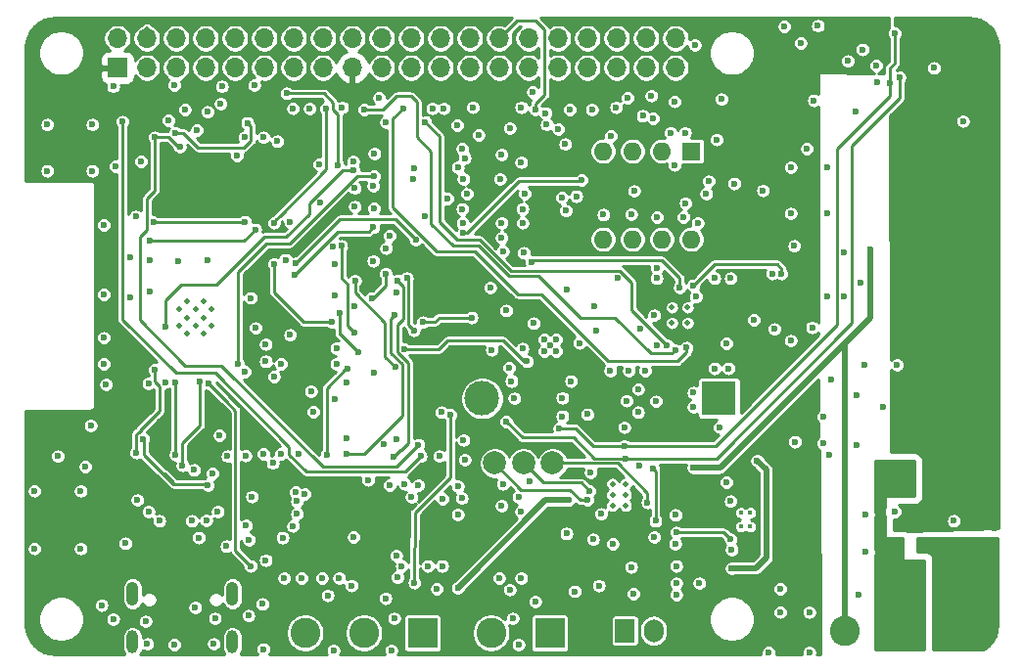
<source format=gbr>
G04 #@! TF.GenerationSoftware,KiCad,Pcbnew,(5.1.9)-1*
G04 #@! TF.CreationDate,2022-02-23T20:10:39+01:00*
G04 #@! TF.ProjectId,AnthC,416e7468-432e-46b6-9963-61645f706362,rev?*
G04 #@! TF.SameCoordinates,Original*
G04 #@! TF.FileFunction,Copper,L3,Inr*
G04 #@! TF.FilePolarity,Positive*
%FSLAX46Y46*%
G04 Gerber Fmt 4.6, Leading zero omitted, Abs format (unit mm)*
G04 Created by KiCad (PCBNEW (5.1.9)-1) date 2022-02-23 20:10:39*
%MOMM*%
%LPD*%
G01*
G04 APERTURE LIST*
G04 #@! TA.AperFunction,ComponentPad*
%ADD10C,0.500000*%
G04 #@! TD*
G04 #@! TA.AperFunction,ComponentPad*
%ADD11R,3.000000X3.000000*%
G04 #@! TD*
G04 #@! TA.AperFunction,ComponentPad*
%ADD12C,3.000000*%
G04 #@! TD*
G04 #@! TA.AperFunction,ComponentPad*
%ADD13C,0.450000*%
G04 #@! TD*
G04 #@! TA.AperFunction,ComponentPad*
%ADD14O,1.700000X1.700000*%
G04 #@! TD*
G04 #@! TA.AperFunction,ComponentPad*
%ADD15R,1.700000X1.700000*%
G04 #@! TD*
G04 #@! TA.AperFunction,ComponentPad*
%ADD16C,2.000000*%
G04 #@! TD*
G04 #@! TA.AperFunction,ComponentPad*
%ADD17C,0.800000*%
G04 #@! TD*
G04 #@! TA.AperFunction,ComponentPad*
%ADD18R,2.600000X2.600000*%
G04 #@! TD*
G04 #@! TA.AperFunction,ComponentPad*
%ADD19C,2.600000*%
G04 #@! TD*
G04 #@! TA.AperFunction,ComponentPad*
%ADD20C,0.600000*%
G04 #@! TD*
G04 #@! TA.AperFunction,ComponentPad*
%ADD21O,1.600000X1.600000*%
G04 #@! TD*
G04 #@! TA.AperFunction,ComponentPad*
%ADD22R,1.600000X1.600000*%
G04 #@! TD*
G04 #@! TA.AperFunction,ComponentPad*
%ADD23O,1.050000X2.100000*%
G04 #@! TD*
G04 #@! TA.AperFunction,ComponentPad*
%ADD24O,1.000000X2.000000*%
G04 #@! TD*
G04 #@! TA.AperFunction,ComponentPad*
%ADD25R,1.700000X2.000000*%
G04 #@! TD*
G04 #@! TA.AperFunction,ComponentPad*
%ADD26O,1.700000X2.000000*%
G04 #@! TD*
G04 #@! TA.AperFunction,ViaPad*
%ADD27C,0.600000*%
G04 #@! TD*
G04 #@! TA.AperFunction,Conductor*
%ADD28C,0.500000*%
G04 #@! TD*
G04 #@! TA.AperFunction,Conductor*
%ADD29C,0.250000*%
G04 #@! TD*
G04 #@! TA.AperFunction,Conductor*
%ADD30C,0.254000*%
G04 #@! TD*
G04 #@! TA.AperFunction,Conductor*
%ADD31C,0.100000*%
G04 #@! TD*
G04 APERTURE END LIST*
D10*
G04 #@! TO.N,GND*
G04 #@! TO.C,U2*
X232325000Y-137690000D03*
X231175000Y-137690000D03*
X232325000Y-136750000D03*
X231175000Y-136750000D03*
X232325000Y-135810000D03*
X231175000Y-135810000D03*
G04 #@! TD*
G04 #@! TO.N,GND*
G04 #@! TO.C,U10*
X236325000Y-121875000D03*
X236325000Y-120525000D03*
X237675000Y-121875000D03*
X237675000Y-120525000D03*
G04 #@! TD*
G04 #@! TO.N,GND*
G04 #@! TO.C,U6*
X195810000Y-120000000D03*
X195810000Y-121400000D03*
X195810000Y-122800000D03*
X194410000Y-120000000D03*
X194410000Y-121400000D03*
X194410000Y-122800000D03*
X193710000Y-120700000D03*
X195110000Y-120700000D03*
X196510000Y-120700000D03*
X196510000Y-122100000D03*
X195110000Y-122100000D03*
X193710000Y-122100000D03*
G04 #@! TD*
D11*
G04 #@! TO.N,Net-(BT1-Pad1)*
G04 #@! TO.C,BT1*
X240400000Y-128400000D03*
D12*
G04 #@! TO.N,GND*
X219910000Y-128400000D03*
G04 #@! TD*
D13*
G04 #@! TO.N,GND*
G04 #@! TO.C,U12*
X243100000Y-139500000D03*
X242300000Y-139500000D03*
X243100000Y-138300000D03*
X242300000Y-138300000D03*
G04 #@! TD*
D14*
G04 #@! TO.N,/AIN2*
G04 #@! TO.C,J3*
X236632600Y-97232300D03*
G04 #@! TO.N,GND*
X236632600Y-99772300D03*
G04 #@! TO.N,/AIN1*
X234092600Y-97232300D03*
G04 #@! TO.N,/AIN3*
X234092600Y-99772300D03*
G04 #@! TO.N,/O6*
X231552600Y-97232300D03*
G04 #@! TO.N,/AIN4*
X231552600Y-99772300D03*
G04 #@! TO.N,GND*
X229012600Y-97232300D03*
G04 #@! TO.N,/O5*
X229012600Y-99772300D03*
G04 #@! TO.N,/O3*
X226472600Y-97232300D03*
G04 #@! TO.N,/O4*
X226472600Y-99772300D03*
G04 #@! TO.N,GND*
X223932600Y-97232300D03*
G04 #@! TO.N,/O2*
X223932600Y-99772300D03*
G04 #@! TO.N,/COM*
X221392600Y-97232300D03*
G04 #@! TO.N,/O1*
X221392600Y-99772300D03*
G04 #@! TO.N,/CS*
X218852600Y-97232300D03*
G04 #@! TO.N,GND*
X218852600Y-99772300D03*
G04 #@! TO.N,/DI2*
X216312600Y-97232300D03*
G04 #@! TO.N,/SCK*
X216312600Y-99772300D03*
G04 #@! TO.N,/DI1*
X213772600Y-97232300D03*
G04 #@! TO.N,/MISO*
X213772600Y-99772300D03*
G04 #@! TO.N,GND*
X211232600Y-97232300D03*
G04 #@! TO.N,/MOSI*
X211232600Y-99772300D03*
G04 #@! TO.N,/DI4*
X208692600Y-97232300D03*
G04 #@! TO.N,+3V3*
X208692600Y-99772300D03*
G04 #@! TO.N,/GPIO2*
X206152600Y-97232300D03*
G04 #@! TO.N,/DI3*
X206152600Y-99772300D03*
G04 #@! TO.N,GND*
X203612600Y-97232300D03*
G04 #@! TO.N,/GPIO0*
X203612600Y-99772300D03*
G04 #@! TO.N,/GPIO1*
X201072600Y-97232300D03*
G04 #@! TO.N,/RESET*
X201072600Y-99772300D03*
G04 #@! TO.N,/RXD*
X198532600Y-97232300D03*
G04 #@! TO.N,GND*
X198532600Y-99772300D03*
G04 #@! TO.N,/TXD*
X195992600Y-97232300D03*
G04 #@! TO.N,GND*
X195992600Y-99772300D03*
X193452600Y-97232300D03*
G04 #@! TO.N,/SCL*
X193452600Y-99772300D03*
G04 #@! TO.N,+5V*
X190912600Y-97232300D03*
G04 #@! TO.N,/SDA*
X190912600Y-99772300D03*
G04 #@! TO.N,+5V*
X188372600Y-97232300D03*
D15*
G04 #@! TO.N,+3V3*
X188372600Y-99772300D03*
G04 #@! TD*
D16*
G04 #@! TO.N,Net-(TP3-Pad1)*
G04 #@! TO.C,TP3*
X223500000Y-134000000D03*
G04 #@! TD*
G04 #@! TO.N,Net-(TP2-Pad1)*
G04 #@! TO.C,TP2*
X221000000Y-134000000D03*
G04 #@! TD*
G04 #@! TO.N,Net-(TP1-Pad1)*
G04 #@! TO.C,TP1*
X226000000Y-134000000D03*
G04 #@! TD*
D17*
G04 #@! TO.N,GND*
G04 #@! TO.C,U1*
X262100000Y-118250000D03*
X262100000Y-119550000D03*
X261100000Y-118250000D03*
X261100000Y-119550000D03*
X260100000Y-118250000D03*
X260100000Y-119550000D03*
G04 #@! TD*
D18*
G04 #@! TO.N,/RX25*
G04 #@! TO.C,J4*
X214760000Y-148700000D03*
D19*
G04 #@! TO.N,GND*
X209680000Y-148700000D03*
G04 #@! TO.N,/TX25*
X204600000Y-148700000D03*
G04 #@! TD*
D20*
G04 #@! TO.N,GND*
G04 #@! TO.C,U9*
X225800000Y-123800000D03*
X226300000Y-124300000D03*
X225300000Y-124300000D03*
X226300000Y-123300000D03*
X225300000Y-123300000D03*
G04 #@! TD*
D21*
G04 #@! TO.N,Net-(R34-Pad1)*
G04 #@! TO.C,SW1*
X238000000Y-114620000D03*
G04 #@! TO.N,/AIN1*
X230380000Y-107000000D03*
G04 #@! TO.N,Net-(R26-Pad1)*
X235460000Y-114620000D03*
G04 #@! TO.N,/AIN2*
X232920000Y-107000000D03*
G04 #@! TO.N,Net-(R25-Pad1)*
X232920000Y-114620000D03*
G04 #@! TO.N,/AIN3*
X235460000Y-107000000D03*
G04 #@! TO.N,Net-(R28-Pad1)*
X230380000Y-114620000D03*
D22*
G04 #@! TO.N,/AIN4*
X238000000Y-107000000D03*
G04 #@! TD*
D18*
G04 #@! TO.N,VDD*
G04 #@! TO.C,J5*
X261460000Y-148500000D03*
D19*
G04 #@! TO.N,/GND_IN*
X256380000Y-148500000D03*
G04 #@! TO.N,+5VD*
X251300000Y-148500000D03*
G04 #@! TD*
D18*
G04 #@! TO.N,/B*
G04 #@! TO.C,J2*
X225760000Y-148700000D03*
D19*
G04 #@! TO.N,/A*
X220680000Y-148700000D03*
G04 #@! TD*
D23*
G04 #@! TO.N,N/C*
G04 #@! TO.C,J1*
X198320000Y-145320000D03*
X189680000Y-145320000D03*
D24*
G04 #@! TO.N,Net-(J1-PadS2)*
X198320000Y-149500000D03*
G04 #@! TO.N,Net-(J1-PadS1)*
X189680000Y-149500000D03*
G04 #@! TD*
D25*
G04 #@! TO.N,GND*
G04 #@! TO.C,BT2*
X232250000Y-148500000D03*
D26*
G04 #@! TO.N,+BATT*
X234750000Y-148500000D03*
G04 #@! TD*
D27*
G04 #@! TO.N,GND*
X246600000Y-112400000D03*
X249800000Y-112400000D03*
X249800000Y-108400000D03*
X246600000Y-108400000D03*
X185600000Y-134300000D03*
X208750000Y-107900000D03*
X221700000Y-115700000D03*
X221600000Y-114500000D03*
X215600000Y-103300000D03*
X255900000Y-130800000D03*
X254600000Y-129100000D03*
X253000000Y-125500000D03*
X263200000Y-125500000D03*
X260600000Y-124700000D03*
X201000000Y-150100000D03*
X219100000Y-103200000D03*
X231500000Y-103200000D03*
X223300000Y-103200000D03*
X210600000Y-107200000D03*
X227500000Y-103400000D03*
X203550000Y-103300000D03*
X207800000Y-103200000D03*
X187390000Y-127190000D03*
X211000000Y-102400000D03*
X231600000Y-118000000D03*
X226850000Y-128350000D03*
X226850000Y-129950000D03*
X249750000Y-119550000D03*
X227150000Y-112150000D03*
X222250000Y-125750000D03*
X197400000Y-101400000D03*
X200200000Y-101300000D03*
X193300000Y-101300000D03*
X188000000Y-101400000D03*
X188000000Y-147500000D03*
X200900000Y-146200000D03*
X199700000Y-147200000D03*
X187000000Y-146300000D03*
X246900000Y-115200000D03*
X218225000Y-113200000D03*
X186050000Y-130750000D03*
X193600000Y-116500000D03*
X201900000Y-126500000D03*
X203300000Y-122900000D03*
X233050000Y-110450000D03*
X235050000Y-112700000D03*
X236550000Y-102700000D03*
X228050000Y-110900000D03*
X234550000Y-102200000D03*
X231050000Y-105700000D03*
X233800000Y-103950000D03*
X232800000Y-112450000D03*
X260800000Y-129200000D03*
X264050000Y-129200000D03*
X262800000Y-134700000D03*
X227100000Y-106400000D03*
X221600000Y-107300000D03*
X219600000Y-105600000D03*
X230400000Y-112500000D03*
X226800000Y-111000000D03*
X182300000Y-108700000D03*
X186200000Y-108700000D03*
X182300000Y-104700000D03*
X186200000Y-104700000D03*
X202900000Y-116400000D03*
X237300000Y-112700000D03*
X239300000Y-110700000D03*
X221375000Y-143950000D03*
X189050000Y-140950000D03*
X223300000Y-143950000D03*
X222300000Y-144950000D03*
X223050000Y-149700000D03*
X222550000Y-147450000D03*
X207050000Y-150200000D03*
X212300000Y-147450000D03*
X212050000Y-150200000D03*
X190800000Y-147700000D03*
X196800000Y-147450000D03*
X193300000Y-149700000D03*
X181200000Y-141400000D03*
X185200000Y-141400000D03*
X181200000Y-136400000D03*
X257550000Y-131950000D03*
X259050000Y-131450000D03*
X263050000Y-131200000D03*
X264050000Y-133700000D03*
X264300000Y-109450000D03*
X223300000Y-107950000D03*
X236550000Y-108200000D03*
X238550000Y-113200000D03*
X237500000Y-111500000D03*
X253050000Y-138450000D03*
X253050000Y-141700000D03*
X246050000Y-96200000D03*
X191050000Y-138200000D03*
X264200000Y-139650000D03*
X264200000Y-136650000D03*
X264100000Y-126700000D03*
X218145000Y-137045000D03*
X251550000Y-99200000D03*
X252800000Y-98200000D03*
X204542852Y-136685704D03*
X217800000Y-138450000D03*
X207550000Y-143950000D03*
X204300000Y-143950000D03*
X202800000Y-143950000D03*
X211550000Y-145700000D03*
X213800000Y-136950000D03*
X208850000Y-120450000D03*
X210500000Y-116500000D03*
X229000000Y-129775000D03*
X233500000Y-134250000D03*
X236600000Y-141000000D03*
X227200000Y-140100000D03*
X227900000Y-145100000D03*
X232800000Y-143000000D03*
X233000000Y-145300000D03*
X236621350Y-138491994D03*
X200000000Y-136900000D03*
X203800000Y-136500000D03*
X232400000Y-128600000D03*
X233400000Y-127600000D03*
X233400000Y-129600000D03*
X197800000Y-141200000D03*
X222300000Y-105000000D03*
X238300000Y-97800000D03*
X210600000Y-126200000D03*
X212500000Y-131900000D03*
X218300000Y-132000000D03*
X218400000Y-133700000D03*
X221700000Y-135800000D03*
X224000000Y-135600000D03*
X229300000Y-134800000D03*
X217800000Y-136000000D03*
X214400000Y-135900000D03*
X215200000Y-142900000D03*
X216000000Y-144900000D03*
X212600000Y-143900000D03*
X208600000Y-144600000D03*
X221600000Y-137700000D03*
X216500000Y-137100000D03*
X229500000Y-140600000D03*
X230000000Y-144600000D03*
X241500000Y-141500000D03*
X249400000Y-130000000D03*
X249400000Y-132300000D03*
X241400000Y-137300000D03*
X241025000Y-135675000D03*
X222000000Y-120800000D03*
X220600000Y-118800000D03*
X187200000Y-113400000D03*
X187200000Y-119400000D03*
X187200000Y-125400000D03*
X185200000Y-136400000D03*
X183200000Y-133400000D03*
X208800000Y-140400000D03*
X202650000Y-140450000D03*
X199750000Y-140650000D03*
X201200000Y-142400000D03*
X213200000Y-135800000D03*
X205900000Y-111450000D03*
X207300000Y-124050000D03*
X189950000Y-112650000D03*
X217800000Y-108400000D03*
X214000000Y-108450000D03*
X208900000Y-110200000D03*
X210550000Y-111950000D03*
X201000000Y-105800000D03*
X197300000Y-102900000D03*
X207150000Y-116800000D03*
X208150000Y-127050000D03*
X208200000Y-131850000D03*
X207150000Y-128500000D03*
X205300000Y-129550000D03*
X205100000Y-127800000D03*
X191200000Y-116400000D03*
X191200000Y-119150000D03*
X189450000Y-116150000D03*
X189450000Y-119650000D03*
X196200000Y-116400000D03*
X255950000Y-95900000D03*
X259200000Y-95900000D03*
X257700000Y-97900000D03*
X257700000Y-100650000D03*
X248950000Y-96150000D03*
X247450000Y-97650000D03*
X236200000Y-105400000D03*
X237450000Y-105400000D03*
X234700000Y-104150000D03*
X221450000Y-109400000D03*
X187200000Y-123150000D03*
X196700000Y-149650000D03*
X190950000Y-149650000D03*
X216450000Y-142900000D03*
X212950000Y-142900000D03*
X238200000Y-127900000D03*
X238200000Y-129150000D03*
X234950000Y-128650000D03*
X232200000Y-130900000D03*
X240450000Y-130900000D03*
X246950000Y-132150000D03*
X255600000Y-118200000D03*
X248000000Y-106800000D03*
X244200000Y-110400000D03*
X240600000Y-102500000D03*
X240200000Y-106000000D03*
X260100000Y-113300000D03*
X256800000Y-97600000D03*
X254000000Y-99600000D03*
X254100000Y-101000000D03*
X235000000Y-117100000D03*
X199400000Y-126100000D03*
X202500000Y-125400000D03*
X199900000Y-119700000D03*
X200300000Y-122300000D03*
X252300000Y-128100000D03*
X252300000Y-132400000D03*
X250100000Y-126800000D03*
X249900000Y-133300000D03*
X252500000Y-145400000D03*
X240000000Y-118000000D03*
X241400000Y-118000000D03*
X241025000Y-123625000D03*
X234800000Y-121200000D03*
X231000000Y-126000000D03*
X232600000Y-126000000D03*
X238400000Y-119600000D03*
X235000000Y-118000000D03*
X229604740Y-120401292D03*
X245000000Y-117600000D03*
X192000000Y-139000000D03*
X194800000Y-139000000D03*
X243400000Y-121600000D03*
X245200000Y-122400000D03*
X246600000Y-123400000D03*
X233600000Y-122400000D03*
X235000000Y-123800000D03*
X227200000Y-119000000D03*
X240000000Y-125800000D03*
X241200000Y-125800000D03*
X216200000Y-133400000D03*
X251200000Y-115800000D03*
X251200000Y-119600000D03*
X252600000Y-118400000D03*
X259400000Y-110800000D03*
X259000000Y-109200000D03*
X230200000Y-138400000D03*
X234800000Y-140400000D03*
X231200000Y-141000000D03*
X264000000Y-97800000D03*
X263600000Y-105400000D03*
G04 #@! TO.N,+3V3*
X188600000Y-126900000D03*
X188000000Y-105900000D03*
X208500000Y-115100000D03*
X209700000Y-106900000D03*
X217700000Y-106000000D03*
X210600000Y-104600000D03*
X198700000Y-105400000D03*
X233300000Y-105700000D03*
X181200000Y-130400000D03*
X225050000Y-105450000D03*
X216800000Y-138200000D03*
X219300000Y-144950000D03*
X210050000Y-142950000D03*
X202050000Y-141450000D03*
X215837500Y-140987500D03*
X211300000Y-116200000D03*
X219750000Y-126250000D03*
X251500000Y-95750000D03*
X229000000Y-131100000D03*
X189600000Y-130700000D03*
X187400000Y-132100000D03*
X187400000Y-133200000D03*
X219000000Y-122400000D03*
X219050000Y-117400000D03*
X191550000Y-137200000D03*
X217700000Y-110200000D03*
X180700000Y-101900000D03*
X180700000Y-104400000D03*
X180700000Y-108400000D03*
X186200000Y-102400000D03*
X245950000Y-115650000D03*
X241400000Y-121400000D03*
X237400000Y-125600000D03*
X243400000Y-127000000D03*
X216400000Y-128000000D03*
X215600000Y-123200000D03*
X215600000Y-116600000D03*
X215400000Y-120600000D03*
X214200000Y-119200000D03*
G04 #@! TO.N,+5V*
X227600000Y-126900000D03*
X222450000Y-126900000D03*
X220750000Y-124200000D03*
X217800000Y-144800000D03*
X201800000Y-134000000D03*
X227400000Y-137200000D03*
X241500000Y-143100000D03*
X243700000Y-133800000D03*
X248600000Y-102600000D03*
X241700000Y-109800000D03*
X248450000Y-122250000D03*
X216400000Y-129600000D03*
X259000000Y-99800000D03*
G04 #@! TO.N,/TXD*
X194200000Y-103400000D03*
X212500000Y-119200000D03*
G04 #@! TO.N,/RXD*
X192775000Y-104325000D03*
X208912500Y-118212500D03*
X212400000Y-125700000D03*
G04 #@! TO.N,/RESET*
X193400000Y-105400000D03*
X199600000Y-104550001D03*
X190600000Y-131900000D03*
X210050000Y-135450000D03*
X196200000Y-135900000D03*
G04 #@! TO.N,/GPIO0*
X203000000Y-102000000D03*
X207400000Y-108200000D03*
X208900000Y-122725000D03*
X207750000Y-115200000D03*
G04 #@! TO.N,/CS*
X225400000Y-103700000D03*
X224295479Y-101886361D03*
X198700000Y-107400000D03*
G04 #@! TO.N,/DP*
X203900000Y-137300000D03*
X196050000Y-138950000D03*
G04 #@! TO.N,/SDA*
X195256086Y-105193914D03*
X188800000Y-104450000D03*
X232200000Y-132500000D03*
X214600000Y-133400000D03*
X226600000Y-131000000D03*
X255200000Y-101100000D03*
X255600000Y-96800000D03*
G04 #@! TO.N,/SCL*
X191600000Y-105800000D03*
X232300000Y-133600000D03*
X214400000Y-132400000D03*
X222000000Y-130400000D03*
X193762500Y-106637500D03*
X256000000Y-100600000D03*
G04 #@! TO.N,/MISO*
X213100000Y-103300000D03*
X199350000Y-105800000D03*
X237600000Y-124000000D03*
G04 #@! TO.N,/SCK*
X211600000Y-104500000D03*
X215000000Y-104500000D03*
X202200000Y-106150000D03*
X235909634Y-123800000D03*
G04 #@! TO.N,/MOSI*
X209700000Y-103400000D03*
X196150000Y-103600000D03*
X236600000Y-124200000D03*
G04 #@! TO.N,VBUS*
X199500000Y-139400000D03*
X195100000Y-146500000D03*
X203550000Y-139450000D03*
X206050000Y-143950000D03*
X195400000Y-140450000D03*
G04 #@! TO.N,/RX2*
X214000000Y-122500000D03*
X190400000Y-107900000D03*
X199400000Y-113100000D03*
X191475000Y-113150000D03*
X213400000Y-118000000D03*
G04 #@! TO.N,/TX2*
X211600000Y-115400000D03*
X188200000Y-108300000D03*
X191200000Y-114750000D03*
X200275000Y-113775000D03*
G04 #@! TO.N,/RX25*
X214050000Y-144350000D03*
X217150010Y-129800000D03*
G04 #@! TO.N,/AN1*
X222700000Y-128400000D03*
X224200000Y-116650000D03*
X237000000Y-118800000D03*
G04 #@! TO.N,+BATT*
X244700000Y-150400000D03*
X248200000Y-150400000D03*
X248200000Y-146900000D03*
X245700000Y-146900000D03*
X245700000Y-144900000D03*
X236700000Y-144400000D03*
X238700000Y-144400000D03*
X236700000Y-145400000D03*
X236700000Y-142900000D03*
G04 #@! TO.N,/EN_STEP_UP*
X236700000Y-140000000D03*
X241400000Y-140600000D03*
G04 #@! TO.N,Net-(Q6-Pad1)*
X234700000Y-134500000D03*
X234900000Y-139000000D03*
G04 #@! TO.N,/BAT_LEVEL*
X196226009Y-127088181D03*
X199900000Y-142900000D03*
X224500000Y-146000000D03*
G04 #@! TO.N,Net-(C21-Pad1)*
X238200000Y-118600000D03*
X245800000Y-117600000D03*
G04 #@! TO.N,/AIN1*
X223400000Y-124100000D03*
G04 #@! TO.N,/AIN2*
X224350000Y-121900000D03*
G04 #@! TO.N,/AIN3*
X229750000Y-122500000D03*
G04 #@! TO.N,+5VD*
X253500000Y-115500000D03*
X238200000Y-134400000D03*
G04 #@! TO.N,/COM*
X223500000Y-115800000D03*
X224500000Y-103400000D03*
X225500000Y-104700000D03*
G04 #@! TO.N,/DN*
X203900000Y-138400000D03*
X197050000Y-138200000D03*
G04 #@! TO.N,VDD*
X259300000Y-146000000D03*
X260400000Y-146000000D03*
X261400000Y-146000000D03*
X262600000Y-146000000D03*
X261600000Y-141400000D03*
X262800000Y-141400000D03*
X262600000Y-143800000D03*
G04 #@! TO.N,/TX25*
X212250000Y-133500000D03*
X206550000Y-145450000D03*
X211900010Y-135899990D03*
X212600000Y-118200000D03*
G04 #@! TO.N,/RXD3V3*
X208300000Y-125856587D03*
X206501974Y-133251974D03*
X199450000Y-133350000D03*
X211400000Y-132350002D03*
G04 #@! TO.N,/TXD3V3*
X223050000Y-136950000D03*
X212300000Y-121200000D03*
X208200000Y-133200000D03*
X219000000Y-121400000D03*
X197900000Y-133400000D03*
X214800000Y-121800000D03*
G04 #@! TO.N,Net-(R53-Pad1)*
X191048946Y-127115213D03*
X190100000Y-137200000D03*
G04 #@! TO.N,Net-(R54-Pad1)*
X196600000Y-134900000D03*
X192500000Y-127000000D03*
G04 #@! TO.N,Net-(R66-Pad2)*
X210500000Y-113600000D03*
X203700000Y-117700000D03*
G04 #@! TO.N,Net-(R67-Pad2)*
X207606587Y-121006587D03*
X209200000Y-124400000D03*
X223800000Y-125200000D03*
X234000000Y-126000000D03*
X213200000Y-124125000D03*
G04 #@! TO.N,Net-(R68-Pad2)*
X203800000Y-116700000D03*
X214162099Y-114675272D03*
X218300000Y-114100000D03*
X228500000Y-109500000D03*
X239500000Y-109600000D03*
X252200000Y-103600000D03*
G04 #@! TO.N,Net-(R71-Pad1)*
X207000000Y-115250000D03*
X205800000Y-108150000D03*
X203300000Y-113100000D03*
G04 #@! TO.N,/RS485*
X223300000Y-138200000D03*
X212475010Y-142000000D03*
G04 #@! TO.N,/GND_IN*
X254500000Y-149700000D03*
X254600000Y-147900000D03*
X254600000Y-146200000D03*
X257500000Y-146100000D03*
X254550000Y-141200000D03*
X257800000Y-143200000D03*
X254550000Y-143200000D03*
X254550000Y-145200000D03*
X258050000Y-145200000D03*
X254550000Y-134200000D03*
X254550000Y-135450000D03*
X257200000Y-135450000D03*
X257200000Y-134200000D03*
G04 #@! TO.N,Net-(D14-Pad2)*
X255600000Y-138200000D03*
X260700000Y-139000000D03*
G04 #@! TO.N,/VDD_F*
X255800000Y-125500000D03*
G04 #@! TO.N,Net-(TP1-Pad1)*
X234200000Y-137400000D03*
G04 #@! TO.N,Net-(TP2-Pad1)*
X229000000Y-137200000D03*
G04 #@! TO.N,Net-(TP3-Pad1)*
X229200000Y-136400000D03*
G04 #@! TO.N,/O5*
X223400000Y-112000000D03*
X229400000Y-103400000D03*
G04 #@! TO.N,/O4*
X223600000Y-110700000D03*
X226500000Y-105100000D03*
G04 #@! TO.N,/GPIO2*
X205000000Y-103325000D03*
G04 #@! TO.N,/DI4*
X206400000Y-103300000D03*
X206900000Y-121800000D03*
X201900000Y-116750000D03*
X201900000Y-113200000D03*
G04 #@! TO.N,/DI1*
X210500000Y-110000000D03*
X217750000Y-104750000D03*
G04 #@! TO.N,/DI2*
X216600000Y-103300000D03*
G04 #@! TO.N,/O6*
X232500000Y-102400000D03*
X223405000Y-113205000D03*
G04 #@! TO.N,/I3*
X208803435Y-108648096D03*
X191600000Y-125900000D03*
X192500000Y-122200000D03*
X190000000Y-133100000D03*
G04 #@! TO.N,/I4*
X195000000Y-134600000D03*
X201200000Y-125200000D03*
X201200000Y-123700000D03*
X207175000Y-119475000D03*
G04 #@! TO.N,/I2*
X210543413Y-109143413D03*
X194000000Y-134200000D03*
X195500000Y-126900000D03*
X198800000Y-125400000D03*
G04 #@! TO.N,/I1*
X193400000Y-133300000D03*
X193400000Y-127000000D03*
X210425000Y-119700000D03*
X211925000Y-114325000D03*
X211575000Y-117600000D03*
G04 #@! TO.N,/OC1*
X197200000Y-131600000D03*
X218200000Y-106800000D03*
G04 #@! TO.N,/OC4*
X218600000Y-110700000D03*
X201000000Y-133200000D03*
G04 #@! TO.N,/OC5*
X218200000Y-112000000D03*
X202500000Y-133200000D03*
G04 #@! TO.N,/OC6*
X221600000Y-113200000D03*
X204000000Y-133200000D03*
G04 #@! TO.N,/OC3*
X218300000Y-109400000D03*
X208900000Y-111800000D03*
X213950000Y-109400000D03*
G04 #@! TO.N,Net-(R72-Pad2)*
X207300000Y-125400000D03*
X214925000Y-112625000D03*
G04 #@! TO.N,/OC2*
X216900000Y-111100000D03*
X218400000Y-107600000D03*
G04 #@! TO.N,/AIN4*
X228350000Y-123600000D03*
G04 #@! TO.N,Net-(D12-Pad1)*
X261500000Y-104400000D03*
G04 #@! TD*
D28*
G04 #@! TO.N,+5V*
X225400000Y-137200000D02*
X225300000Y-137300000D01*
X227400000Y-137200000D02*
X225400000Y-137200000D01*
X217800000Y-144800000D02*
X225300000Y-137300000D01*
X241500000Y-143100000D02*
X243600000Y-143100000D01*
X243600000Y-143100000D02*
X244500000Y-142200000D01*
X244500000Y-134600000D02*
X243700000Y-133800000D01*
X244500000Y-142200000D02*
X244500000Y-134600000D01*
X190912600Y-96487400D02*
X190912600Y-97232300D01*
D29*
G04 #@! TO.N,/RXD*
X208912500Y-119237500D02*
X208912500Y-118212500D01*
X211500000Y-124800000D02*
X211500000Y-121825000D01*
X211500000Y-121825000D02*
X208912500Y-119237500D01*
X212400000Y-125700000D02*
X211500000Y-124800000D01*
G04 #@! TO.N,/RESET*
X190675000Y-131975000D02*
X190600000Y-131900000D01*
X190675000Y-133275000D02*
X190675000Y-131975000D01*
X194051002Y-105400000D02*
X193400000Y-105400000D01*
X195351503Y-106700501D02*
X194051002Y-105400000D01*
X199300501Y-106700501D02*
X195351503Y-106700501D01*
X199925001Y-106076001D02*
X199300501Y-106700501D01*
X199925001Y-104875002D02*
X199925001Y-106076001D01*
X199600000Y-104550001D02*
X199925001Y-104875002D01*
X192400000Y-134900000D02*
X193200000Y-135700000D01*
X192300000Y-134900000D02*
X192400000Y-134900000D01*
X192300000Y-134900000D02*
X190675000Y-133275000D01*
X193200000Y-135800000D02*
X196100000Y-135800000D01*
X196100000Y-135800000D02*
X196200000Y-135900000D01*
X193200000Y-135800000D02*
X192300000Y-134900000D01*
G04 #@! TO.N,/GPIO0*
X207400000Y-108200000D02*
X207400000Y-103800000D01*
X207400000Y-103800000D02*
X206975001Y-103375001D01*
X203000000Y-102000000D02*
X206200002Y-102000000D01*
X206200002Y-102000000D02*
X206975001Y-102774999D01*
X206975001Y-103375001D02*
X206975001Y-102774999D01*
X208274999Y-122099999D02*
X208900000Y-122725000D01*
X207750000Y-115200000D02*
X207750000Y-118000000D01*
X208274999Y-118524999D02*
X208274999Y-120074999D01*
X208274999Y-120074999D02*
X208274999Y-122099999D01*
X207750000Y-118000000D02*
X208274999Y-118524999D01*
X208274999Y-119674999D02*
X208274999Y-120074999D01*
G04 #@! TO.N,/SDA*
X232200000Y-132500000D02*
X229500000Y-132500000D01*
X229500000Y-132500000D02*
X229000000Y-132000000D01*
X226600000Y-131000000D02*
X228000000Y-131000000D01*
X228000000Y-131000000D02*
X229500000Y-132500000D01*
X213274991Y-134725009D02*
X214600000Y-133400000D01*
X203200000Y-133251002D02*
X204674007Y-134725009D01*
X203200000Y-132600000D02*
X203200000Y-133251002D01*
X196800000Y-126200000D02*
X203200000Y-132600000D01*
X204674007Y-134725009D02*
X213274991Y-134725009D01*
X193434302Y-126200000D02*
X196800000Y-126200000D01*
X188800000Y-121565698D02*
X193434302Y-126200000D01*
X188800000Y-104450000D02*
X188800000Y-121565698D01*
X255200000Y-101100000D02*
X255200000Y-99800000D01*
X255600000Y-99400000D02*
X255600000Y-96800000D01*
X255200000Y-99800000D02*
X255600000Y-99400000D01*
X255186669Y-102213331D02*
X255200000Y-101100000D01*
X250600000Y-106800000D02*
X255186669Y-102213331D01*
X250600000Y-122001002D02*
X250600000Y-106800000D01*
X240101002Y-132500000D02*
X250600000Y-122001002D01*
X232200000Y-132500000D02*
X240101002Y-132500000D01*
G04 #@! TO.N,/SCL*
X251900000Y-119600000D02*
X251900000Y-119800000D01*
X251900000Y-119600000D02*
X251900000Y-119900000D01*
X251900000Y-119400000D02*
X251900000Y-119600000D01*
X251900000Y-121900000D02*
X251900000Y-119400000D01*
X240200000Y-133600000D02*
X251900000Y-121900000D01*
X232300000Y-133600000D02*
X240200000Y-133600000D01*
X232300000Y-133600000D02*
X229600000Y-133600000D01*
X229600000Y-133600000D02*
X227800000Y-131800000D01*
X223400000Y-131800000D02*
X222000000Y-130400000D01*
X227800000Y-131800000D02*
X223400000Y-131800000D01*
X191600000Y-105800000D02*
X192800000Y-105800000D01*
X193637500Y-106637500D02*
X193762500Y-106637500D01*
X192800000Y-105800000D02*
X193637500Y-106637500D01*
X206124999Y-134324999D02*
X212475001Y-134324999D01*
X197350000Y-125550000D02*
X206124999Y-134324999D01*
X190300000Y-121600000D02*
X194250000Y-125550000D01*
X190300000Y-114400000D02*
X190300000Y-121600000D01*
X190900000Y-113800000D02*
X190300000Y-114400000D01*
X194250000Y-125550000D02*
X197350000Y-125550000D01*
X190900000Y-111100000D02*
X190900000Y-113800000D01*
X191600000Y-110400000D02*
X190900000Y-111100000D01*
X212475001Y-134324999D02*
X214400000Y-132400000D01*
X191600000Y-105800000D02*
X191600000Y-110400000D01*
X256000000Y-100600000D02*
X256000000Y-102400000D01*
X251900000Y-106500000D02*
X251900000Y-108300000D01*
X256000000Y-102400000D02*
X251900000Y-106500000D01*
X251900000Y-119400000D02*
X251900000Y-108300000D01*
G04 #@! TO.N,/MISO*
X212200000Y-104200000D02*
X213100000Y-103300000D01*
X212200000Y-111900000D02*
X212200000Y-104200000D01*
X215950000Y-115650000D02*
X212200000Y-111900000D01*
X219250000Y-115650000D02*
X215950000Y-115650000D01*
X223000000Y-119400000D02*
X219250000Y-115650000D01*
X237600000Y-124424264D02*
X236824264Y-125200000D01*
X237600000Y-124000000D02*
X237600000Y-124424264D01*
X225001002Y-119400000D02*
X223000000Y-119400000D01*
X230801002Y-125200000D02*
X225001002Y-119400000D01*
X236824264Y-125200000D02*
X230801002Y-125200000D01*
G04 #@! TO.N,/SCK*
X232826003Y-120716369D02*
X235909634Y-123800000D01*
X232826003Y-118375001D02*
X232826003Y-120716369D01*
X222375001Y-117375001D02*
X231826003Y-117375001D01*
X219675001Y-114675001D02*
X222375001Y-117375001D01*
X218023999Y-114675001D02*
X219675001Y-114675001D01*
X217998998Y-114650000D02*
X218023999Y-114675001D01*
X231826003Y-117375001D02*
X232826003Y-118375001D01*
X217750000Y-114650000D02*
X217998998Y-114650000D01*
X216200000Y-113100000D02*
X217750000Y-114650000D01*
X216200000Y-105700000D02*
X216200000Y-113100000D01*
X215000000Y-104500000D02*
X216200000Y-105700000D01*
G04 #@! TO.N,/MOSI*
X211350000Y-103400000D02*
X209700000Y-103400000D01*
X213750000Y-102250000D02*
X212500000Y-102250000D01*
X212500000Y-102250000D02*
X211350000Y-103400000D01*
X236600000Y-124200000D02*
X236300001Y-124499999D01*
X217400000Y-115200000D02*
X215500000Y-113300000D01*
X236300001Y-124499999D02*
X234499999Y-124499999D01*
X214250000Y-105750000D02*
X214250000Y-102750000D01*
X234499999Y-124499999D02*
X231400000Y-121400000D01*
X215500000Y-113300000D02*
X215500000Y-107000000D01*
X231400000Y-121400000D02*
X228400000Y-121400000D01*
X228400000Y-121400000D02*
X224775011Y-117775011D01*
X224775011Y-117775011D02*
X222209312Y-117775011D01*
X219634302Y-115200000D02*
X217400000Y-115200000D01*
X222209312Y-117775011D02*
X219634302Y-115200000D01*
X215500000Y-107000000D02*
X214250000Y-105750000D01*
X214250000Y-102750000D02*
X213750000Y-102250000D01*
G04 #@! TO.N,/RX2*
X191525000Y-113100000D02*
X191475000Y-113150000D01*
X199400000Y-113100000D02*
X191525000Y-113100000D01*
X213500000Y-118100000D02*
X213400000Y-118000000D01*
X213500000Y-122000000D02*
X213500000Y-118100000D01*
X214000000Y-122500000D02*
X213500000Y-122000000D01*
G04 #@! TO.N,/TX2*
X191200000Y-114750000D02*
X199300000Y-114750000D01*
X199300000Y-114750000D02*
X200275000Y-113775000D01*
G04 #@! TO.N,/RX25*
X217150010Y-135249990D02*
X214100000Y-138300000D01*
X217150010Y-129800000D02*
X217150010Y-135249990D01*
X214100000Y-138300000D02*
X214050000Y-144350000D01*
G04 #@! TO.N,/AN1*
X224400001Y-116449999D02*
X224200000Y-116650000D01*
X234650001Y-116449999D02*
X224400001Y-116449999D01*
X235449999Y-116449999D02*
X237000000Y-118000000D01*
X237000000Y-118000000D02*
X237000000Y-118800000D01*
X235449999Y-116449999D02*
X234650001Y-116449999D01*
G04 #@! TO.N,/EN_STEP_UP*
X241400000Y-140600000D02*
X240800000Y-140000000D01*
X240800000Y-140000000D02*
X236700000Y-140000000D01*
G04 #@! TO.N,Net-(Q6-Pad1)*
X234900000Y-134700000D02*
X234700000Y-134500000D01*
X234900000Y-139000000D02*
X234900000Y-134700000D01*
G04 #@! TO.N,/BAT_LEVEL*
X196226009Y-127088181D02*
X197768914Y-128631086D01*
X197768914Y-128631086D02*
X198575001Y-129437173D01*
X198575001Y-141575001D02*
X199900000Y-142900000D01*
X198575001Y-138024999D02*
X198575001Y-141575001D01*
X198575001Y-129437173D02*
X198575001Y-138024999D01*
X198575001Y-138024999D02*
X198575001Y-140224999D01*
G04 #@! TO.N,Net-(C21-Pad1)*
X245800000Y-117175736D02*
X245424264Y-116800000D01*
X245800000Y-117600000D02*
X245800000Y-117175736D01*
X240000000Y-116800000D02*
X238200000Y-118600000D01*
X245424264Y-116800000D02*
X240000000Y-116800000D01*
D28*
G04 #@! TO.N,+5VD*
X253500000Y-120600000D02*
X253500000Y-121042476D01*
X238200000Y-134400000D02*
X240500000Y-134400000D01*
X253500000Y-121400000D02*
X253500000Y-120400000D01*
X253500000Y-120400000D02*
X253500000Y-120600000D01*
X253500000Y-115500000D02*
X253500000Y-120400000D01*
X251300000Y-123600000D02*
X251700000Y-123200000D01*
X251700000Y-123200000D02*
X253500000Y-121400000D01*
X240500000Y-134400000D02*
X251700000Y-123200000D01*
X251300000Y-148500000D02*
X251300000Y-125800000D01*
X251300000Y-125800000D02*
X251300000Y-123600000D01*
X251300000Y-125800000D02*
X251300000Y-124500000D01*
D29*
G04 #@! TO.N,/COM*
X222924900Y-95700000D02*
X221392600Y-97232300D01*
X224500000Y-95700000D02*
X222924900Y-95700000D01*
X224500000Y-102900000D02*
X225300000Y-102100000D01*
X224500000Y-103400000D02*
X224500000Y-102900000D01*
X225300000Y-96500000D02*
X224500000Y-95700000D01*
X225300000Y-102100000D02*
X225300000Y-96500000D01*
G04 #@! TO.N,/TX25*
X212600000Y-122000000D02*
X213100000Y-121500000D01*
X212600000Y-124400000D02*
X212600000Y-122000000D01*
X213100000Y-121500000D02*
X213100000Y-118700000D01*
X213518412Y-125318412D02*
X212600000Y-124400000D01*
X213100000Y-118700000D02*
X212600000Y-118200000D01*
X213518412Y-132281588D02*
X213518412Y-125318412D01*
X212925000Y-132875000D02*
X213518412Y-132281588D01*
X212875000Y-132875000D02*
X212925000Y-132875000D01*
X212250000Y-133500000D02*
X212875000Y-132875000D01*
G04 #@! TO.N,/RXD3V3*
X206500000Y-127500000D02*
X206500000Y-133400000D01*
X208143413Y-125856587D02*
X206500000Y-127500000D01*
X208300000Y-125856587D02*
X208143413Y-125856587D01*
G04 #@! TO.N,/TXD3V3*
X209700000Y-133200000D02*
X208200000Y-133200000D01*
X212975001Y-129924999D02*
X209700000Y-133200000D01*
X212975001Y-125423999D02*
X212975001Y-129924999D01*
X212000000Y-124448998D02*
X212975001Y-125423999D01*
X212000001Y-121499999D02*
X212000000Y-124448998D01*
X212300000Y-121200000D02*
X212000001Y-121499999D01*
X216800000Y-121400000D02*
X217000000Y-121400000D01*
X217000000Y-121400000D02*
X219000000Y-121400000D01*
X215800000Y-121800000D02*
X216200000Y-121400000D01*
X214800000Y-121800000D02*
X215800000Y-121800000D01*
X217000000Y-121400000D02*
X216200000Y-121400000D01*
G04 #@! TO.N,Net-(R66-Pad2)*
X210100000Y-114000000D02*
X210500000Y-113600000D01*
X207400000Y-114000000D02*
X210100000Y-114000000D01*
X203700000Y-117700000D02*
X207400000Y-114000000D01*
G04 #@! TO.N,Net-(R67-Pad2)*
X216900000Y-123400000D02*
X221700000Y-123400000D01*
X216900000Y-123400000D02*
X221400000Y-123400000D01*
X223500000Y-125200000D02*
X223800000Y-125200000D01*
X221700000Y-123400000D02*
X223500000Y-125200000D01*
X207606587Y-122806587D02*
X207606587Y-121806587D01*
X209200000Y-124400000D02*
X207606587Y-122806587D01*
X207606587Y-121806587D02*
X207606587Y-122893413D01*
X207606587Y-121006587D02*
X207606587Y-121806587D01*
X216175000Y-124125000D02*
X216900000Y-123400000D01*
X213200000Y-124125000D02*
X216175000Y-124125000D01*
G04 #@! TO.N,Net-(R68-Pad2)*
X218600000Y-114100000D02*
X218800000Y-113900000D01*
X218300000Y-114100000D02*
X218600000Y-114100000D01*
X218800000Y-113900000D02*
X218700000Y-114000000D01*
X223100000Y-109600000D02*
X218800000Y-113900000D01*
X228400000Y-109600000D02*
X228500000Y-109500000D01*
X228000000Y-109600000D02*
X228400000Y-109600000D01*
X228000000Y-109600000D02*
X223100000Y-109600000D01*
X212386827Y-112900000D02*
X214162099Y-114675272D01*
X207600000Y-112900000D02*
X212386827Y-112900000D01*
X203800000Y-116700000D02*
X207600000Y-112900000D01*
G04 #@! TO.N,Net-(TP1-Pad1)*
X234200000Y-137400000D02*
X234200000Y-136600000D01*
X231600000Y-134000000D02*
X230200000Y-134000000D01*
X234200000Y-136600000D02*
X231600000Y-134000000D01*
X230200000Y-134000000D02*
X230500000Y-134000000D01*
X226000000Y-134000000D02*
X230200000Y-134000000D01*
G04 #@! TO.N,Net-(TP2-Pad1)*
X223300000Y-136300000D02*
X221000000Y-134000000D01*
X229000000Y-137200000D02*
X228400000Y-137200000D01*
X228400000Y-137200000D02*
X227500000Y-136300000D01*
X227500000Y-136300000D02*
X223300000Y-136300000D01*
G04 #@! TO.N,Net-(TP3-Pad1)*
X228500000Y-135700000D02*
X229200000Y-136400000D01*
X225200000Y-135700000D02*
X228500000Y-135700000D01*
X223500000Y-134000000D02*
X225200000Y-135700000D01*
G04 #@! TO.N,/DI4*
X206900000Y-121800000D02*
X204500000Y-121800000D01*
X201900000Y-119200000D02*
X201900000Y-118300000D01*
X204500000Y-121800000D02*
X201900000Y-119200000D01*
X201900000Y-118600000D02*
X201900000Y-118300000D01*
X206400000Y-108600000D02*
X202400000Y-112600000D01*
X206400000Y-103300000D02*
X206400000Y-108600000D01*
X202400000Y-112600000D02*
X202100000Y-112900000D01*
X202100000Y-112900000D02*
X202000000Y-113000000D01*
X201900000Y-118300000D02*
X201900000Y-116750000D01*
X201900000Y-113100000D02*
X202100000Y-112900000D01*
X201900000Y-113200000D02*
X201900000Y-113100000D01*
G04 #@! TO.N,/I3*
X190300000Y-131200000D02*
X191600000Y-129900000D01*
X190000000Y-131500000D02*
X190200000Y-131300000D01*
X190000000Y-133100000D02*
X190000000Y-131500000D01*
X190200000Y-131300000D02*
X191600000Y-129900000D01*
X191600000Y-129900000D02*
X192000000Y-129500000D01*
X192000000Y-127351002D02*
X191600000Y-126951002D01*
X191600000Y-126951002D02*
X191600000Y-125900000D01*
X192000000Y-129500000D02*
X192000000Y-127351002D01*
X207851904Y-108648096D02*
X208803435Y-108648096D01*
X204974999Y-111525001D02*
X207851904Y-108648096D01*
X202975000Y-114425000D02*
X204974999Y-112425001D01*
X204974999Y-112425001D02*
X204974999Y-111525001D01*
X201075000Y-114425000D02*
X202975000Y-114425000D01*
X196950000Y-118550000D02*
X201075000Y-114425000D01*
X193850000Y-118550000D02*
X196950000Y-118550000D01*
X192500000Y-119900000D02*
X193850000Y-118550000D01*
X192500000Y-122200000D02*
X192500000Y-119900000D01*
G04 #@! TO.N,/I2*
X194000000Y-134200000D02*
X194000000Y-132250000D01*
X195500000Y-130750000D02*
X195500000Y-126900000D01*
X194000000Y-132250000D02*
X195500000Y-130750000D01*
X209956587Y-109143413D02*
X210543413Y-109143413D01*
X203273998Y-114975000D02*
X209105585Y-109143413D01*
X209105585Y-109143413D02*
X209956587Y-109143413D01*
X201275000Y-114975000D02*
X203273998Y-114975000D01*
X198800000Y-117450000D02*
X201275000Y-114975000D01*
X198800000Y-125400000D02*
X198800000Y-117450000D01*
G04 #@! TO.N,/I1*
X193400000Y-133300000D02*
X193400000Y-127000000D01*
X210500000Y-119700000D02*
X210425000Y-119700000D01*
X211575000Y-118625000D02*
X210500000Y-119700000D01*
X211575000Y-117600000D02*
X211575000Y-118625000D01*
G04 #@! TD*
D30*
G04 #@! TO.N,/GND_IN*
X257273000Y-136873000D02*
X254900000Y-136873000D01*
X254875224Y-136875440D01*
X254851399Y-136882667D01*
X254829443Y-136894403D01*
X254810197Y-136910197D01*
X254794403Y-136929443D01*
X254782667Y-136951399D01*
X254775440Y-136975224D01*
X254773000Y-137000000D01*
X254773000Y-137774189D01*
X254708624Y-137929604D01*
X254673000Y-138108699D01*
X254673000Y-138291301D01*
X254708624Y-138470396D01*
X254773000Y-138625811D01*
X254773000Y-140400000D01*
X254775440Y-140424776D01*
X254782667Y-140448601D01*
X254794403Y-140470557D01*
X254810197Y-140489803D01*
X254829443Y-140505597D01*
X254851399Y-140517333D01*
X254875224Y-140524560D01*
X254900000Y-140527000D01*
X256273000Y-140527000D01*
X256273000Y-142300000D01*
X256275440Y-142324776D01*
X256282667Y-142348601D01*
X256294403Y-142370557D01*
X256310197Y-142389803D01*
X256329443Y-142405597D01*
X256351399Y-142417333D01*
X256375224Y-142424560D01*
X256400000Y-142427000D01*
X258172203Y-142427000D01*
X258123791Y-150173000D01*
X253877383Y-150173000D01*
X253901802Y-142065935D01*
X253941376Y-141970396D01*
X253977000Y-141791301D01*
X253977000Y-141608699D01*
X253941376Y-141429604D01*
X253903990Y-141339348D01*
X253911663Y-138792129D01*
X253941376Y-138720396D01*
X253977000Y-138541301D01*
X253977000Y-138358699D01*
X253941376Y-138179604D01*
X253913709Y-138112811D01*
X253926618Y-133827000D01*
X257273000Y-133827000D01*
X257273000Y-136873000D01*
G04 #@! TA.AperFunction,Conductor*
D31*
G36*
X257273000Y-136873000D02*
G01*
X254900000Y-136873000D01*
X254875224Y-136875440D01*
X254851399Y-136882667D01*
X254829443Y-136894403D01*
X254810197Y-136910197D01*
X254794403Y-136929443D01*
X254782667Y-136951399D01*
X254775440Y-136975224D01*
X254773000Y-137000000D01*
X254773000Y-137774189D01*
X254708624Y-137929604D01*
X254673000Y-138108699D01*
X254673000Y-138291301D01*
X254708624Y-138470396D01*
X254773000Y-138625811D01*
X254773000Y-140400000D01*
X254775440Y-140424776D01*
X254782667Y-140448601D01*
X254794403Y-140470557D01*
X254810197Y-140489803D01*
X254829443Y-140505597D01*
X254851399Y-140517333D01*
X254875224Y-140524560D01*
X254900000Y-140527000D01*
X256273000Y-140527000D01*
X256273000Y-142300000D01*
X256275440Y-142324776D01*
X256282667Y-142348601D01*
X256294403Y-142370557D01*
X256310197Y-142389803D01*
X256329443Y-142405597D01*
X256351399Y-142417333D01*
X256375224Y-142424560D01*
X256400000Y-142427000D01*
X258172203Y-142427000D01*
X258123791Y-150173000D01*
X253877383Y-150173000D01*
X253901802Y-142065935D01*
X253941376Y-141970396D01*
X253977000Y-141791301D01*
X253977000Y-141608699D01*
X253941376Y-141429604D01*
X253903990Y-141339348D01*
X253911663Y-138792129D01*
X253941376Y-138720396D01*
X253977000Y-138541301D01*
X253977000Y-138358699D01*
X253941376Y-138179604D01*
X253913709Y-138112811D01*
X253926618Y-133827000D01*
X257273000Y-133827000D01*
X257273000Y-136873000D01*
G37*
G04 #@! TD.AperFunction*
G04 #@! TD*
D30*
G04 #@! TO.N,VDD*
X264498001Y-147975439D02*
X264448064Y-148484728D01*
X264307291Y-148950993D01*
X264078633Y-149381040D01*
X263770800Y-149758479D01*
X263395517Y-150068940D01*
X263203062Y-150173000D01*
X258877806Y-150173000D01*
X258926988Y-142303919D01*
X258914952Y-142177678D01*
X258879272Y-142060057D01*
X258821331Y-141951657D01*
X258743356Y-141856644D01*
X258648343Y-141778669D01*
X258539943Y-141720728D01*
X258422322Y-141685048D01*
X258300000Y-141673000D01*
X257527000Y-141673000D01*
X257527000Y-140527000D01*
X264498001Y-140527000D01*
X264498001Y-147975439D01*
G04 #@! TA.AperFunction,Conductor*
D31*
G36*
X264498001Y-147975439D02*
G01*
X264448064Y-148484728D01*
X264307291Y-148950993D01*
X264078633Y-149381040D01*
X263770800Y-149758479D01*
X263395517Y-150068940D01*
X263203062Y-150173000D01*
X258877806Y-150173000D01*
X258926988Y-142303919D01*
X258914952Y-142177678D01*
X258879272Y-142060057D01*
X258821331Y-141951657D01*
X258743356Y-141856644D01*
X258648343Y-141778669D01*
X258539943Y-141720728D01*
X258422322Y-141685048D01*
X258300000Y-141673000D01*
X257527000Y-141673000D01*
X257527000Y-140527000D01*
X264498001Y-140527000D01*
X264498001Y-147975439D01*
G37*
G04 #@! TD.AperFunction*
G04 #@! TD*
D30*
G04 #@! TO.N,+3V3*
X221829706Y-96085260D02*
X221750503Y-96052453D01*
X221513449Y-96005300D01*
X221271751Y-96005300D01*
X221034697Y-96052453D01*
X220811398Y-96144947D01*
X220610433Y-96279227D01*
X220439527Y-96450133D01*
X220305247Y-96651098D01*
X220212753Y-96874397D01*
X220165600Y-97111451D01*
X220165600Y-97353149D01*
X220212753Y-97590203D01*
X220305247Y-97813502D01*
X220439527Y-98014467D01*
X220610433Y-98185373D01*
X220811398Y-98319653D01*
X221034697Y-98412147D01*
X221271751Y-98459300D01*
X221513449Y-98459300D01*
X221750503Y-98412147D01*
X221973802Y-98319653D01*
X222174767Y-98185373D01*
X222345673Y-98014467D01*
X222479953Y-97813502D01*
X222572447Y-97590203D01*
X222619600Y-97353149D01*
X222619600Y-97111451D01*
X222572447Y-96874397D01*
X222539640Y-96795194D01*
X223132835Y-96202000D01*
X223266012Y-96202000D01*
X223150433Y-96279227D01*
X222979527Y-96450133D01*
X222845247Y-96651098D01*
X222752753Y-96874397D01*
X222705600Y-97111451D01*
X222705600Y-97353149D01*
X222752753Y-97590203D01*
X222845247Y-97813502D01*
X222979527Y-98014467D01*
X223150433Y-98185373D01*
X223351398Y-98319653D01*
X223574697Y-98412147D01*
X223811751Y-98459300D01*
X224053449Y-98459300D01*
X224290503Y-98412147D01*
X224513802Y-98319653D01*
X224714767Y-98185373D01*
X224798001Y-98102139D01*
X224798001Y-98902461D01*
X224714767Y-98819227D01*
X224513802Y-98684947D01*
X224290503Y-98592453D01*
X224053449Y-98545300D01*
X223811751Y-98545300D01*
X223574697Y-98592453D01*
X223351398Y-98684947D01*
X223150433Y-98819227D01*
X222979527Y-98990133D01*
X222845247Y-99191098D01*
X222752753Y-99414397D01*
X222705600Y-99651451D01*
X222705600Y-99893149D01*
X222752753Y-100130203D01*
X222845247Y-100353502D01*
X222979527Y-100554467D01*
X223150433Y-100725373D01*
X223351398Y-100859653D01*
X223574697Y-100952147D01*
X223811751Y-100999300D01*
X224053449Y-100999300D01*
X224290503Y-100952147D01*
X224513802Y-100859653D01*
X224714767Y-100725373D01*
X224798000Y-100642140D01*
X224798000Y-101431459D01*
X224727042Y-101360501D01*
X224616159Y-101286411D01*
X224492953Y-101235377D01*
X224362158Y-101209361D01*
X224228800Y-101209361D01*
X224098005Y-101235377D01*
X223974799Y-101286411D01*
X223863916Y-101360501D01*
X223769619Y-101454798D01*
X223695529Y-101565681D01*
X223644495Y-101688887D01*
X223618479Y-101819682D01*
X223618479Y-101953040D01*
X223644495Y-102083835D01*
X223695529Y-102207041D01*
X223769619Y-102317924D01*
X223863916Y-102412221D01*
X223974799Y-102486311D01*
X224098005Y-102537345D01*
X224141171Y-102545931D01*
X224127604Y-102562462D01*
X224127601Y-102562465D01*
X224080584Y-102619755D01*
X224033970Y-102706964D01*
X224005265Y-102801591D01*
X223995573Y-102900000D01*
X223998001Y-102924652D01*
X223998001Y-102944576D01*
X223974140Y-102968437D01*
X223951071Y-103002962D01*
X223950984Y-103002526D01*
X223899950Y-102879320D01*
X223825860Y-102768437D01*
X223731563Y-102674140D01*
X223620680Y-102600050D01*
X223497474Y-102549016D01*
X223366679Y-102523000D01*
X223233321Y-102523000D01*
X223102526Y-102549016D01*
X222979320Y-102600050D01*
X222868437Y-102674140D01*
X222774140Y-102768437D01*
X222700050Y-102879320D01*
X222649016Y-103002526D01*
X222623000Y-103133321D01*
X222623000Y-103266679D01*
X222649016Y-103397474D01*
X222700050Y-103520680D01*
X222774140Y-103631563D01*
X222868437Y-103725860D01*
X222979320Y-103799950D01*
X223102526Y-103850984D01*
X223233321Y-103877000D01*
X223366679Y-103877000D01*
X223497474Y-103850984D01*
X223620680Y-103799950D01*
X223731563Y-103725860D01*
X223825860Y-103631563D01*
X223848929Y-103597038D01*
X223849016Y-103597474D01*
X223900050Y-103720680D01*
X223974140Y-103831563D01*
X224068437Y-103925860D01*
X224179320Y-103999950D01*
X224302526Y-104050984D01*
X224433321Y-104077000D01*
X224566679Y-104077000D01*
X224697474Y-104050984D01*
X224795742Y-104010280D01*
X224800050Y-104020680D01*
X224874140Y-104131563D01*
X224968437Y-104225860D01*
X224997379Y-104245198D01*
X224974140Y-104268437D01*
X224900050Y-104379320D01*
X224849016Y-104502526D01*
X224823000Y-104633321D01*
X224823000Y-104766679D01*
X224849016Y-104897474D01*
X224900050Y-105020680D01*
X224974140Y-105131563D01*
X225068437Y-105225860D01*
X225179320Y-105299950D01*
X225302526Y-105350984D01*
X225433321Y-105377000D01*
X225566679Y-105377000D01*
X225697474Y-105350984D01*
X225820680Y-105299950D01*
X225846127Y-105282947D01*
X225849016Y-105297474D01*
X225900050Y-105420680D01*
X225974140Y-105531563D01*
X226068437Y-105625860D01*
X226179320Y-105699950D01*
X226302526Y-105750984D01*
X226433321Y-105777000D01*
X226566679Y-105777000D01*
X226697474Y-105750984D01*
X226820680Y-105699950D01*
X226931563Y-105625860D01*
X227025860Y-105531563D01*
X227099950Y-105420680D01*
X227150984Y-105297474D01*
X227177000Y-105166679D01*
X227177000Y-105033321D01*
X227150984Y-104902526D01*
X227099950Y-104779320D01*
X227025860Y-104668437D01*
X226931563Y-104574140D01*
X226820680Y-104500050D01*
X226697474Y-104449016D01*
X226566679Y-104423000D01*
X226433321Y-104423000D01*
X226302526Y-104449016D01*
X226179320Y-104500050D01*
X226153873Y-104517053D01*
X226150984Y-104502526D01*
X226099950Y-104379320D01*
X226025860Y-104268437D01*
X225931563Y-104174140D01*
X225902621Y-104154802D01*
X225925860Y-104131563D01*
X225999950Y-104020680D01*
X226050984Y-103897474D01*
X226077000Y-103766679D01*
X226077000Y-103633321D01*
X226050984Y-103502526D01*
X225999950Y-103379320D01*
X225969215Y-103333321D01*
X226823000Y-103333321D01*
X226823000Y-103466679D01*
X226849016Y-103597474D01*
X226900050Y-103720680D01*
X226974140Y-103831563D01*
X227068437Y-103925860D01*
X227179320Y-103999950D01*
X227302526Y-104050984D01*
X227433321Y-104077000D01*
X227566679Y-104077000D01*
X227697474Y-104050984D01*
X227820680Y-103999950D01*
X227931563Y-103925860D01*
X228025860Y-103831563D01*
X228099950Y-103720680D01*
X228150984Y-103597474D01*
X228177000Y-103466679D01*
X228177000Y-103333321D01*
X228723000Y-103333321D01*
X228723000Y-103466679D01*
X228749016Y-103597474D01*
X228800050Y-103720680D01*
X228874140Y-103831563D01*
X228968437Y-103925860D01*
X229079320Y-103999950D01*
X229202526Y-104050984D01*
X229333321Y-104077000D01*
X229466679Y-104077000D01*
X229597474Y-104050984D01*
X229720680Y-103999950D01*
X229831563Y-103925860D01*
X229874102Y-103883321D01*
X233123000Y-103883321D01*
X233123000Y-104016679D01*
X233149016Y-104147474D01*
X233200050Y-104270680D01*
X233274140Y-104381563D01*
X233368437Y-104475860D01*
X233479320Y-104549950D01*
X233602526Y-104600984D01*
X233733321Y-104627000D01*
X233866679Y-104627000D01*
X233997474Y-104600984D01*
X234120680Y-104549950D01*
X234143036Y-104535012D01*
X234174140Y-104581563D01*
X234268437Y-104675860D01*
X234379320Y-104749950D01*
X234502526Y-104800984D01*
X234633321Y-104827000D01*
X234766679Y-104827000D01*
X234897474Y-104800984D01*
X235020680Y-104749950D01*
X235131563Y-104675860D01*
X235225860Y-104581563D01*
X235299950Y-104470680D01*
X235350984Y-104347474D01*
X235377000Y-104216679D01*
X235377000Y-104083321D01*
X235350984Y-103952526D01*
X235299950Y-103829320D01*
X235225860Y-103718437D01*
X235131563Y-103624140D01*
X235020680Y-103550050D01*
X234897474Y-103499016D01*
X234766679Y-103473000D01*
X234633321Y-103473000D01*
X234502526Y-103499016D01*
X234379320Y-103550050D01*
X234356964Y-103564988D01*
X234325860Y-103518437D01*
X234231563Y-103424140D01*
X234120680Y-103350050D01*
X233997474Y-103299016D01*
X233866679Y-103273000D01*
X233733321Y-103273000D01*
X233602526Y-103299016D01*
X233479320Y-103350050D01*
X233368437Y-103424140D01*
X233274140Y-103518437D01*
X233200050Y-103629320D01*
X233149016Y-103752526D01*
X233123000Y-103883321D01*
X229874102Y-103883321D01*
X229925860Y-103831563D01*
X229999950Y-103720680D01*
X230050984Y-103597474D01*
X230077000Y-103466679D01*
X230077000Y-103333321D01*
X230050984Y-103202526D01*
X230022319Y-103133321D01*
X230823000Y-103133321D01*
X230823000Y-103266679D01*
X230849016Y-103397474D01*
X230900050Y-103520680D01*
X230974140Y-103631563D01*
X231068437Y-103725860D01*
X231179320Y-103799950D01*
X231302526Y-103850984D01*
X231433321Y-103877000D01*
X231566679Y-103877000D01*
X231697474Y-103850984D01*
X231820680Y-103799950D01*
X231931563Y-103725860D01*
X232025860Y-103631563D01*
X232099950Y-103520680D01*
X232150984Y-103397474D01*
X232177000Y-103266679D01*
X232177000Y-103133321D01*
X232150984Y-103002526D01*
X232138665Y-102972785D01*
X232179320Y-102999950D01*
X232302526Y-103050984D01*
X232433321Y-103077000D01*
X232566679Y-103077000D01*
X232697474Y-103050984D01*
X232820680Y-102999950D01*
X232931563Y-102925860D01*
X233025860Y-102831563D01*
X233099950Y-102720680D01*
X233150984Y-102597474D01*
X233177000Y-102466679D01*
X233177000Y-102333321D01*
X233150984Y-102202526D01*
X233122319Y-102133321D01*
X233873000Y-102133321D01*
X233873000Y-102266679D01*
X233899016Y-102397474D01*
X233950050Y-102520680D01*
X234024140Y-102631563D01*
X234118437Y-102725860D01*
X234229320Y-102799950D01*
X234352526Y-102850984D01*
X234483321Y-102877000D01*
X234616679Y-102877000D01*
X234747474Y-102850984D01*
X234870680Y-102799950D01*
X234981563Y-102725860D01*
X235074102Y-102633321D01*
X235873000Y-102633321D01*
X235873000Y-102766679D01*
X235899016Y-102897474D01*
X235950050Y-103020680D01*
X236024140Y-103131563D01*
X236118437Y-103225860D01*
X236229320Y-103299950D01*
X236352526Y-103350984D01*
X236483321Y-103377000D01*
X236616679Y-103377000D01*
X236747474Y-103350984D01*
X236870680Y-103299950D01*
X236981563Y-103225860D01*
X237075860Y-103131563D01*
X237149950Y-103020680D01*
X237200984Y-102897474D01*
X237227000Y-102766679D01*
X237227000Y-102633321D01*
X237200984Y-102502526D01*
X237172319Y-102433321D01*
X239923000Y-102433321D01*
X239923000Y-102566679D01*
X239949016Y-102697474D01*
X240000050Y-102820680D01*
X240074140Y-102931563D01*
X240168437Y-103025860D01*
X240279320Y-103099950D01*
X240402526Y-103150984D01*
X240533321Y-103177000D01*
X240666679Y-103177000D01*
X240797474Y-103150984D01*
X240920680Y-103099950D01*
X241031563Y-103025860D01*
X241125860Y-102931563D01*
X241199950Y-102820680D01*
X241250984Y-102697474D01*
X241277000Y-102566679D01*
X241277000Y-102433321D01*
X241250984Y-102302526D01*
X241199950Y-102179320D01*
X241125860Y-102068437D01*
X241031563Y-101974140D01*
X240920680Y-101900050D01*
X240797474Y-101849016D01*
X240666679Y-101823000D01*
X240533321Y-101823000D01*
X240402526Y-101849016D01*
X240279320Y-101900050D01*
X240168437Y-101974140D01*
X240074140Y-102068437D01*
X240000050Y-102179320D01*
X239949016Y-102302526D01*
X239923000Y-102433321D01*
X237172319Y-102433321D01*
X237149950Y-102379320D01*
X237075860Y-102268437D01*
X236981563Y-102174140D01*
X236870680Y-102100050D01*
X236747474Y-102049016D01*
X236616679Y-102023000D01*
X236483321Y-102023000D01*
X236352526Y-102049016D01*
X236229320Y-102100050D01*
X236118437Y-102174140D01*
X236024140Y-102268437D01*
X235950050Y-102379320D01*
X235899016Y-102502526D01*
X235873000Y-102633321D01*
X235074102Y-102633321D01*
X235075860Y-102631563D01*
X235149950Y-102520680D01*
X235200984Y-102397474D01*
X235227000Y-102266679D01*
X235227000Y-102133321D01*
X235200984Y-102002526D01*
X235149950Y-101879320D01*
X235075860Y-101768437D01*
X234981563Y-101674140D01*
X234870680Y-101600050D01*
X234747474Y-101549016D01*
X234616679Y-101523000D01*
X234483321Y-101523000D01*
X234352526Y-101549016D01*
X234229320Y-101600050D01*
X234118437Y-101674140D01*
X234024140Y-101768437D01*
X233950050Y-101879320D01*
X233899016Y-102002526D01*
X233873000Y-102133321D01*
X233122319Y-102133321D01*
X233099950Y-102079320D01*
X233025860Y-101968437D01*
X232931563Y-101874140D01*
X232820680Y-101800050D01*
X232697474Y-101749016D01*
X232566679Y-101723000D01*
X232433321Y-101723000D01*
X232302526Y-101749016D01*
X232179320Y-101800050D01*
X232068437Y-101874140D01*
X231974140Y-101968437D01*
X231900050Y-102079320D01*
X231849016Y-102202526D01*
X231823000Y-102333321D01*
X231823000Y-102466679D01*
X231849016Y-102597474D01*
X231861335Y-102627215D01*
X231820680Y-102600050D01*
X231697474Y-102549016D01*
X231566679Y-102523000D01*
X231433321Y-102523000D01*
X231302526Y-102549016D01*
X231179320Y-102600050D01*
X231068437Y-102674140D01*
X230974140Y-102768437D01*
X230900050Y-102879320D01*
X230849016Y-103002526D01*
X230823000Y-103133321D01*
X230022319Y-103133321D01*
X229999950Y-103079320D01*
X229925860Y-102968437D01*
X229831563Y-102874140D01*
X229720680Y-102800050D01*
X229597474Y-102749016D01*
X229466679Y-102723000D01*
X229333321Y-102723000D01*
X229202526Y-102749016D01*
X229079320Y-102800050D01*
X228968437Y-102874140D01*
X228874140Y-102968437D01*
X228800050Y-103079320D01*
X228749016Y-103202526D01*
X228723000Y-103333321D01*
X228177000Y-103333321D01*
X228150984Y-103202526D01*
X228099950Y-103079320D01*
X228025860Y-102968437D01*
X227931563Y-102874140D01*
X227820680Y-102800050D01*
X227697474Y-102749016D01*
X227566679Y-102723000D01*
X227433321Y-102723000D01*
X227302526Y-102749016D01*
X227179320Y-102800050D01*
X227068437Y-102874140D01*
X226974140Y-102968437D01*
X226900050Y-103079320D01*
X226849016Y-103202526D01*
X226823000Y-103333321D01*
X225969215Y-103333321D01*
X225925860Y-103268437D01*
X225831563Y-103174140D01*
X225720680Y-103100050D01*
X225597474Y-103049016D01*
X225466679Y-103023000D01*
X225333321Y-103023000D01*
X225202526Y-103049016D01*
X225104258Y-103089720D01*
X225099950Y-103079320D01*
X225072178Y-103037757D01*
X225637543Y-102472393D01*
X225656684Y-102456684D01*
X225672392Y-102437544D01*
X225672400Y-102437536D01*
X225719416Y-102380246D01*
X225722680Y-102374140D01*
X225766031Y-102293036D01*
X225794736Y-102198409D01*
X225802000Y-102124653D01*
X225802000Y-102124643D01*
X225804427Y-102100000D01*
X225802000Y-102075357D01*
X225802000Y-100799919D01*
X225891398Y-100859653D01*
X226114697Y-100952147D01*
X226351751Y-100999300D01*
X226593449Y-100999300D01*
X226830503Y-100952147D01*
X227053802Y-100859653D01*
X227254767Y-100725373D01*
X227425673Y-100554467D01*
X227559953Y-100353502D01*
X227652447Y-100130203D01*
X227699600Y-99893149D01*
X227699600Y-99651451D01*
X227785600Y-99651451D01*
X227785600Y-99893149D01*
X227832753Y-100130203D01*
X227925247Y-100353502D01*
X228059527Y-100554467D01*
X228230433Y-100725373D01*
X228431398Y-100859653D01*
X228654697Y-100952147D01*
X228891751Y-100999300D01*
X229133449Y-100999300D01*
X229370503Y-100952147D01*
X229593802Y-100859653D01*
X229794767Y-100725373D01*
X229965673Y-100554467D01*
X230099953Y-100353502D01*
X230192447Y-100130203D01*
X230239600Y-99893149D01*
X230239600Y-99651451D01*
X230325600Y-99651451D01*
X230325600Y-99893149D01*
X230372753Y-100130203D01*
X230465247Y-100353502D01*
X230599527Y-100554467D01*
X230770433Y-100725373D01*
X230971398Y-100859653D01*
X231194697Y-100952147D01*
X231431751Y-100999300D01*
X231673449Y-100999300D01*
X231910503Y-100952147D01*
X232133802Y-100859653D01*
X232334767Y-100725373D01*
X232505673Y-100554467D01*
X232639953Y-100353502D01*
X232732447Y-100130203D01*
X232779600Y-99893149D01*
X232779600Y-99651451D01*
X232865600Y-99651451D01*
X232865600Y-99893149D01*
X232912753Y-100130203D01*
X233005247Y-100353502D01*
X233139527Y-100554467D01*
X233310433Y-100725373D01*
X233511398Y-100859653D01*
X233734697Y-100952147D01*
X233971751Y-100999300D01*
X234213449Y-100999300D01*
X234450503Y-100952147D01*
X234673802Y-100859653D01*
X234874767Y-100725373D01*
X235045673Y-100554467D01*
X235179953Y-100353502D01*
X235272447Y-100130203D01*
X235319600Y-99893149D01*
X235319600Y-99651451D01*
X235405600Y-99651451D01*
X235405600Y-99893149D01*
X235452753Y-100130203D01*
X235545247Y-100353502D01*
X235679527Y-100554467D01*
X235850433Y-100725373D01*
X236051398Y-100859653D01*
X236274697Y-100952147D01*
X236511751Y-100999300D01*
X236753449Y-100999300D01*
X236990503Y-100952147D01*
X237213802Y-100859653D01*
X237414767Y-100725373D01*
X237585673Y-100554467D01*
X237719953Y-100353502D01*
X237812447Y-100130203D01*
X237859600Y-99893149D01*
X237859600Y-99651451D01*
X237812447Y-99414397D01*
X237719953Y-99191098D01*
X237585673Y-98990133D01*
X237414767Y-98819227D01*
X237213802Y-98684947D01*
X236990503Y-98592453D01*
X236753449Y-98545300D01*
X236511751Y-98545300D01*
X236274697Y-98592453D01*
X236051398Y-98684947D01*
X235850433Y-98819227D01*
X235679527Y-98990133D01*
X235545247Y-99191098D01*
X235452753Y-99414397D01*
X235405600Y-99651451D01*
X235319600Y-99651451D01*
X235272447Y-99414397D01*
X235179953Y-99191098D01*
X235045673Y-98990133D01*
X234874767Y-98819227D01*
X234673802Y-98684947D01*
X234450503Y-98592453D01*
X234213449Y-98545300D01*
X233971751Y-98545300D01*
X233734697Y-98592453D01*
X233511398Y-98684947D01*
X233310433Y-98819227D01*
X233139527Y-98990133D01*
X233005247Y-99191098D01*
X232912753Y-99414397D01*
X232865600Y-99651451D01*
X232779600Y-99651451D01*
X232732447Y-99414397D01*
X232639953Y-99191098D01*
X232505673Y-98990133D01*
X232334767Y-98819227D01*
X232133802Y-98684947D01*
X231910503Y-98592453D01*
X231673449Y-98545300D01*
X231431751Y-98545300D01*
X231194697Y-98592453D01*
X230971398Y-98684947D01*
X230770433Y-98819227D01*
X230599527Y-98990133D01*
X230465247Y-99191098D01*
X230372753Y-99414397D01*
X230325600Y-99651451D01*
X230239600Y-99651451D01*
X230192447Y-99414397D01*
X230099953Y-99191098D01*
X229965673Y-98990133D01*
X229794767Y-98819227D01*
X229593802Y-98684947D01*
X229370503Y-98592453D01*
X229133449Y-98545300D01*
X228891751Y-98545300D01*
X228654697Y-98592453D01*
X228431398Y-98684947D01*
X228230433Y-98819227D01*
X228059527Y-98990133D01*
X227925247Y-99191098D01*
X227832753Y-99414397D01*
X227785600Y-99651451D01*
X227699600Y-99651451D01*
X227652447Y-99414397D01*
X227559953Y-99191098D01*
X227425673Y-98990133D01*
X227254767Y-98819227D01*
X227053802Y-98684947D01*
X226830503Y-98592453D01*
X226593449Y-98545300D01*
X226351751Y-98545300D01*
X226114697Y-98592453D01*
X225891398Y-98684947D01*
X225802000Y-98744681D01*
X225802000Y-98259919D01*
X225891398Y-98319653D01*
X226114697Y-98412147D01*
X226351751Y-98459300D01*
X226593449Y-98459300D01*
X226830503Y-98412147D01*
X227053802Y-98319653D01*
X227254767Y-98185373D01*
X227425673Y-98014467D01*
X227559953Y-97813502D01*
X227652447Y-97590203D01*
X227699600Y-97353149D01*
X227699600Y-97111451D01*
X227785600Y-97111451D01*
X227785600Y-97353149D01*
X227832753Y-97590203D01*
X227925247Y-97813502D01*
X228059527Y-98014467D01*
X228230433Y-98185373D01*
X228431398Y-98319653D01*
X228654697Y-98412147D01*
X228891751Y-98459300D01*
X229133449Y-98459300D01*
X229370503Y-98412147D01*
X229593802Y-98319653D01*
X229794767Y-98185373D01*
X229965673Y-98014467D01*
X230099953Y-97813502D01*
X230192447Y-97590203D01*
X230239600Y-97353149D01*
X230239600Y-97111451D01*
X230325600Y-97111451D01*
X230325600Y-97353149D01*
X230372753Y-97590203D01*
X230465247Y-97813502D01*
X230599527Y-98014467D01*
X230770433Y-98185373D01*
X230971398Y-98319653D01*
X231194697Y-98412147D01*
X231431751Y-98459300D01*
X231673449Y-98459300D01*
X231910503Y-98412147D01*
X232133802Y-98319653D01*
X232334767Y-98185373D01*
X232505673Y-98014467D01*
X232639953Y-97813502D01*
X232732447Y-97590203D01*
X232779600Y-97353149D01*
X232779600Y-97111451D01*
X232865600Y-97111451D01*
X232865600Y-97353149D01*
X232912753Y-97590203D01*
X233005247Y-97813502D01*
X233139527Y-98014467D01*
X233310433Y-98185373D01*
X233511398Y-98319653D01*
X233734697Y-98412147D01*
X233971751Y-98459300D01*
X234213449Y-98459300D01*
X234450503Y-98412147D01*
X234673802Y-98319653D01*
X234874767Y-98185373D01*
X235045673Y-98014467D01*
X235179953Y-97813502D01*
X235272447Y-97590203D01*
X235319600Y-97353149D01*
X235319600Y-97111451D01*
X235405600Y-97111451D01*
X235405600Y-97353149D01*
X235452753Y-97590203D01*
X235545247Y-97813502D01*
X235679527Y-98014467D01*
X235850433Y-98185373D01*
X236051398Y-98319653D01*
X236274697Y-98412147D01*
X236511751Y-98459300D01*
X236753449Y-98459300D01*
X236990503Y-98412147D01*
X237213802Y-98319653D01*
X237414767Y-98185373D01*
X237585673Y-98014467D01*
X237637090Y-97937516D01*
X237649016Y-97997474D01*
X237700050Y-98120680D01*
X237774140Y-98231563D01*
X237868437Y-98325860D01*
X237979320Y-98399950D01*
X238102526Y-98450984D01*
X238233321Y-98477000D01*
X238366679Y-98477000D01*
X238497474Y-98450984D01*
X238620680Y-98399950D01*
X238731563Y-98325860D01*
X238752141Y-98305282D01*
X239523000Y-98305282D01*
X239523000Y-98694718D01*
X239598975Y-99076670D01*
X239748005Y-99436461D01*
X239964364Y-99760264D01*
X240239736Y-100035636D01*
X240563539Y-100251995D01*
X240923330Y-100401025D01*
X241305282Y-100477000D01*
X241694718Y-100477000D01*
X242076670Y-100401025D01*
X242436461Y-100251995D01*
X242760264Y-100035636D01*
X243035636Y-99760264D01*
X243251995Y-99436461D01*
X243377559Y-99133321D01*
X250873000Y-99133321D01*
X250873000Y-99266679D01*
X250899016Y-99397474D01*
X250950050Y-99520680D01*
X251024140Y-99631563D01*
X251118437Y-99725860D01*
X251229320Y-99799950D01*
X251352526Y-99850984D01*
X251483321Y-99877000D01*
X251616679Y-99877000D01*
X251747474Y-99850984D01*
X251870680Y-99799950D01*
X251981563Y-99725860D01*
X252075860Y-99631563D01*
X252149950Y-99520680D01*
X252200984Y-99397474D01*
X252227000Y-99266679D01*
X252227000Y-99133321D01*
X252200984Y-99002526D01*
X252149950Y-98879320D01*
X252075860Y-98768437D01*
X251981563Y-98674140D01*
X251870680Y-98600050D01*
X251747474Y-98549016D01*
X251616679Y-98523000D01*
X251483321Y-98523000D01*
X251352526Y-98549016D01*
X251229320Y-98600050D01*
X251118437Y-98674140D01*
X251024140Y-98768437D01*
X250950050Y-98879320D01*
X250899016Y-99002526D01*
X250873000Y-99133321D01*
X243377559Y-99133321D01*
X243401025Y-99076670D01*
X243477000Y-98694718D01*
X243477000Y-98305282D01*
X243401025Y-97923330D01*
X243260189Y-97583321D01*
X246773000Y-97583321D01*
X246773000Y-97716679D01*
X246799016Y-97847474D01*
X246850050Y-97970680D01*
X246924140Y-98081563D01*
X247018437Y-98175860D01*
X247129320Y-98249950D01*
X247252526Y-98300984D01*
X247383321Y-98327000D01*
X247516679Y-98327000D01*
X247647474Y-98300984D01*
X247770680Y-98249950D01*
X247881563Y-98175860D01*
X247924102Y-98133321D01*
X252123000Y-98133321D01*
X252123000Y-98266679D01*
X252149016Y-98397474D01*
X252200050Y-98520680D01*
X252274140Y-98631563D01*
X252368437Y-98725860D01*
X252479320Y-98799950D01*
X252602526Y-98850984D01*
X252733321Y-98877000D01*
X252866679Y-98877000D01*
X252997474Y-98850984D01*
X253120680Y-98799950D01*
X253231563Y-98725860D01*
X253325860Y-98631563D01*
X253399950Y-98520680D01*
X253450984Y-98397474D01*
X253477000Y-98266679D01*
X253477000Y-98133321D01*
X253450984Y-98002526D01*
X253399950Y-97879320D01*
X253325860Y-97768437D01*
X253231563Y-97674140D01*
X253120680Y-97600050D01*
X252997474Y-97549016D01*
X252866679Y-97523000D01*
X252733321Y-97523000D01*
X252602526Y-97549016D01*
X252479320Y-97600050D01*
X252368437Y-97674140D01*
X252274140Y-97768437D01*
X252200050Y-97879320D01*
X252149016Y-98002526D01*
X252123000Y-98133321D01*
X247924102Y-98133321D01*
X247975860Y-98081563D01*
X248049950Y-97970680D01*
X248100984Y-97847474D01*
X248127000Y-97716679D01*
X248127000Y-97583321D01*
X248100984Y-97452526D01*
X248049950Y-97329320D01*
X247975860Y-97218437D01*
X247881563Y-97124140D01*
X247770680Y-97050050D01*
X247647474Y-96999016D01*
X247516679Y-96973000D01*
X247383321Y-96973000D01*
X247252526Y-96999016D01*
X247129320Y-97050050D01*
X247018437Y-97124140D01*
X246924140Y-97218437D01*
X246850050Y-97329320D01*
X246799016Y-97452526D01*
X246773000Y-97583321D01*
X243260189Y-97583321D01*
X243251995Y-97563539D01*
X243035636Y-97239736D01*
X242760264Y-96964364D01*
X242436461Y-96748005D01*
X242076670Y-96598975D01*
X241694718Y-96523000D01*
X241305282Y-96523000D01*
X240923330Y-96598975D01*
X240563539Y-96748005D01*
X240239736Y-96964364D01*
X239964364Y-97239736D01*
X239748005Y-97563539D01*
X239598975Y-97923330D01*
X239523000Y-98305282D01*
X238752141Y-98305282D01*
X238825860Y-98231563D01*
X238899950Y-98120680D01*
X238950984Y-97997474D01*
X238977000Y-97866679D01*
X238977000Y-97733321D01*
X238950984Y-97602526D01*
X238899950Y-97479320D01*
X238825860Y-97368437D01*
X238731563Y-97274140D01*
X238620680Y-97200050D01*
X238497474Y-97149016D01*
X238366679Y-97123000D01*
X238233321Y-97123000D01*
X238102526Y-97149016D01*
X237979320Y-97200050D01*
X237868437Y-97274140D01*
X237859600Y-97282977D01*
X237859600Y-97111451D01*
X237812447Y-96874397D01*
X237719953Y-96651098D01*
X237585673Y-96450133D01*
X237414767Y-96279227D01*
X237213802Y-96144947D01*
X237185735Y-96133321D01*
X245373000Y-96133321D01*
X245373000Y-96266679D01*
X245399016Y-96397474D01*
X245450050Y-96520680D01*
X245524140Y-96631563D01*
X245618437Y-96725860D01*
X245729320Y-96799950D01*
X245852526Y-96850984D01*
X245983321Y-96877000D01*
X246116679Y-96877000D01*
X246247474Y-96850984D01*
X246370680Y-96799950D01*
X246481563Y-96725860D01*
X246575860Y-96631563D01*
X246649950Y-96520680D01*
X246700984Y-96397474D01*
X246727000Y-96266679D01*
X246727000Y-96133321D01*
X246717055Y-96083321D01*
X248273000Y-96083321D01*
X248273000Y-96216679D01*
X248299016Y-96347474D01*
X248350050Y-96470680D01*
X248424140Y-96581563D01*
X248518437Y-96675860D01*
X248629320Y-96749950D01*
X248752526Y-96800984D01*
X248883321Y-96827000D01*
X249016679Y-96827000D01*
X249147474Y-96800984D01*
X249270680Y-96749950D01*
X249381563Y-96675860D01*
X249475860Y-96581563D01*
X249549950Y-96470680D01*
X249600984Y-96347474D01*
X249627000Y-96216679D01*
X249627000Y-96083321D01*
X249600984Y-95952526D01*
X249549950Y-95829320D01*
X249475860Y-95718437D01*
X249381563Y-95624140D01*
X249270680Y-95550050D01*
X249147474Y-95499016D01*
X249016679Y-95473000D01*
X248883321Y-95473000D01*
X248752526Y-95499016D01*
X248629320Y-95550050D01*
X248518437Y-95624140D01*
X248424140Y-95718437D01*
X248350050Y-95829320D01*
X248299016Y-95952526D01*
X248273000Y-96083321D01*
X246717055Y-96083321D01*
X246700984Y-96002526D01*
X246649950Y-95879320D01*
X246575860Y-95768437D01*
X246481563Y-95674140D01*
X246370680Y-95600050D01*
X246247474Y-95549016D01*
X246116679Y-95523000D01*
X245983321Y-95523000D01*
X245852526Y-95549016D01*
X245729320Y-95600050D01*
X245618437Y-95674140D01*
X245524140Y-95768437D01*
X245450050Y-95879320D01*
X245399016Y-96002526D01*
X245373000Y-96133321D01*
X237185735Y-96133321D01*
X236990503Y-96052453D01*
X236753449Y-96005300D01*
X236511751Y-96005300D01*
X236274697Y-96052453D01*
X236051398Y-96144947D01*
X235850433Y-96279227D01*
X235679527Y-96450133D01*
X235545247Y-96651098D01*
X235452753Y-96874397D01*
X235405600Y-97111451D01*
X235319600Y-97111451D01*
X235272447Y-96874397D01*
X235179953Y-96651098D01*
X235045673Y-96450133D01*
X234874767Y-96279227D01*
X234673802Y-96144947D01*
X234450503Y-96052453D01*
X234213449Y-96005300D01*
X233971751Y-96005300D01*
X233734697Y-96052453D01*
X233511398Y-96144947D01*
X233310433Y-96279227D01*
X233139527Y-96450133D01*
X233005247Y-96651098D01*
X232912753Y-96874397D01*
X232865600Y-97111451D01*
X232779600Y-97111451D01*
X232732447Y-96874397D01*
X232639953Y-96651098D01*
X232505673Y-96450133D01*
X232334767Y-96279227D01*
X232133802Y-96144947D01*
X231910503Y-96052453D01*
X231673449Y-96005300D01*
X231431751Y-96005300D01*
X231194697Y-96052453D01*
X230971398Y-96144947D01*
X230770433Y-96279227D01*
X230599527Y-96450133D01*
X230465247Y-96651098D01*
X230372753Y-96874397D01*
X230325600Y-97111451D01*
X230239600Y-97111451D01*
X230192447Y-96874397D01*
X230099953Y-96651098D01*
X229965673Y-96450133D01*
X229794767Y-96279227D01*
X229593802Y-96144947D01*
X229370503Y-96052453D01*
X229133449Y-96005300D01*
X228891751Y-96005300D01*
X228654697Y-96052453D01*
X228431398Y-96144947D01*
X228230433Y-96279227D01*
X228059527Y-96450133D01*
X227925247Y-96651098D01*
X227832753Y-96874397D01*
X227785600Y-97111451D01*
X227699600Y-97111451D01*
X227652447Y-96874397D01*
X227559953Y-96651098D01*
X227425673Y-96450133D01*
X227254767Y-96279227D01*
X227053802Y-96144947D01*
X226830503Y-96052453D01*
X226593449Y-96005300D01*
X226351751Y-96005300D01*
X226114697Y-96052453D01*
X225891398Y-96144947D01*
X225735212Y-96249306D01*
X225719417Y-96219755D01*
X225704846Y-96202000D01*
X225672400Y-96162464D01*
X225672392Y-96162456D01*
X225656684Y-96143316D01*
X225637543Y-96127607D01*
X224961934Y-95452000D01*
X255073000Y-95452000D01*
X255073000Y-96370143D01*
X255000050Y-96479320D01*
X254949016Y-96602526D01*
X254923000Y-96733321D01*
X254923000Y-96866679D01*
X254949016Y-96997474D01*
X255000050Y-97120680D01*
X255073000Y-97229857D01*
X255073000Y-99217065D01*
X254862463Y-99427603D01*
X254843317Y-99443316D01*
X254827604Y-99462462D01*
X254827601Y-99462465D01*
X254780584Y-99519755D01*
X254733970Y-99606964D01*
X254705265Y-99701591D01*
X254695573Y-99800000D01*
X254698001Y-99824653D01*
X254698000Y-100264742D01*
X254171739Y-100256103D01*
X254197474Y-100250984D01*
X254320680Y-100199950D01*
X254431563Y-100125860D01*
X254525860Y-100031563D01*
X254599950Y-99920680D01*
X254650984Y-99797474D01*
X254677000Y-99666679D01*
X254677000Y-99533321D01*
X254650984Y-99402526D01*
X254599950Y-99279320D01*
X254525860Y-99168437D01*
X254431563Y-99074140D01*
X254320680Y-99000050D01*
X254197474Y-98949016D01*
X254066679Y-98923000D01*
X253933321Y-98923000D01*
X253802526Y-98949016D01*
X253679320Y-99000050D01*
X253568437Y-99074140D01*
X253474140Y-99168437D01*
X253400050Y-99279320D01*
X253349016Y-99402526D01*
X253323000Y-99533321D01*
X253323000Y-99666679D01*
X253349016Y-99797474D01*
X253400050Y-99920680D01*
X253474140Y-100031563D01*
X253568437Y-100125860D01*
X253679320Y-100199950D01*
X253800158Y-100250003D01*
X249110438Y-100173017D01*
X249085624Y-100175050D01*
X249061685Y-100181885D01*
X249039538Y-100193259D01*
X249020037Y-100208736D01*
X249003929Y-100227719D01*
X248991834Y-100249480D01*
X248984217Y-100273182D01*
X248981353Y-100300000D01*
X248981353Y-102040591D01*
X248920680Y-102000050D01*
X248797474Y-101949016D01*
X248666679Y-101923000D01*
X248533321Y-101923000D01*
X248402526Y-101949016D01*
X248279320Y-102000050D01*
X248168437Y-102074140D01*
X248074140Y-102168437D01*
X248000050Y-102279320D01*
X247949016Y-102402526D01*
X247923000Y-102533321D01*
X247923000Y-102666679D01*
X247949016Y-102797474D01*
X248000050Y-102920680D01*
X248074140Y-103031563D01*
X248168437Y-103125860D01*
X248279320Y-103199950D01*
X248402526Y-103250984D01*
X248533321Y-103277000D01*
X248666679Y-103277000D01*
X248797474Y-103250984D01*
X248920680Y-103199950D01*
X248981353Y-103159409D01*
X248981353Y-121826658D01*
X248975860Y-121818437D01*
X248881563Y-121724140D01*
X248770680Y-121650050D01*
X248647474Y-121599016D01*
X248516679Y-121573000D01*
X248383321Y-121573000D01*
X248252526Y-121599016D01*
X248129320Y-121650050D01*
X248018437Y-121724140D01*
X247924140Y-121818437D01*
X247850050Y-121929320D01*
X247799016Y-122052526D01*
X247773000Y-122183321D01*
X247773000Y-122316679D01*
X247799016Y-122447474D01*
X247850050Y-122570680D01*
X247924140Y-122681563D01*
X248018437Y-122775860D01*
X248129320Y-122849950D01*
X248252526Y-122900984D01*
X248383321Y-122927000D01*
X248516679Y-122927000D01*
X248647474Y-122900984D01*
X248770680Y-122849950D01*
X248881563Y-122775860D01*
X248975860Y-122681563D01*
X248981353Y-122673342D01*
X248981353Y-122909714D01*
X242278824Y-129612244D01*
X242278824Y-126900000D01*
X242271545Y-126826095D01*
X242249988Y-126755030D01*
X242214981Y-126689537D01*
X242167869Y-126632131D01*
X242110463Y-126585019D01*
X242044970Y-126550012D01*
X241973905Y-126528455D01*
X241900000Y-126521176D01*
X238900000Y-126521176D01*
X238826095Y-126528455D01*
X238755030Y-126550012D01*
X238689537Y-126585019D01*
X238632131Y-126632131D01*
X238585019Y-126689537D01*
X238550012Y-126755030D01*
X238528455Y-126826095D01*
X238521176Y-126900000D01*
X238521176Y-127300381D01*
X238520680Y-127300050D01*
X238397474Y-127249016D01*
X238266679Y-127223000D01*
X238133321Y-127223000D01*
X238002526Y-127249016D01*
X237879320Y-127300050D01*
X237768437Y-127374140D01*
X237674140Y-127468437D01*
X237600050Y-127579320D01*
X237549016Y-127702526D01*
X237523000Y-127833321D01*
X237523000Y-127966679D01*
X237549016Y-128097474D01*
X237600050Y-128220680D01*
X237674140Y-128331563D01*
X237768437Y-128425860D01*
X237879320Y-128499950D01*
X237939796Y-128525000D01*
X237879320Y-128550050D01*
X237768437Y-128624140D01*
X237674140Y-128718437D01*
X237600050Y-128829320D01*
X237549016Y-128952526D01*
X237523000Y-129083321D01*
X237523000Y-129216679D01*
X237549016Y-129347474D01*
X237600050Y-129470680D01*
X237674140Y-129581563D01*
X237768437Y-129675860D01*
X237879320Y-129749950D01*
X238002526Y-129800984D01*
X238133321Y-129827000D01*
X238266679Y-129827000D01*
X238397474Y-129800984D01*
X238520680Y-129749950D01*
X238521176Y-129749619D01*
X238521176Y-129900000D01*
X238528455Y-129973905D01*
X238550012Y-130044970D01*
X238585019Y-130110463D01*
X238632131Y-130167869D01*
X238689537Y-130214981D01*
X238755030Y-130249988D01*
X238826095Y-130271545D01*
X238900000Y-130278824D01*
X240180564Y-130278824D01*
X240129320Y-130300050D01*
X240018437Y-130374140D01*
X239924140Y-130468437D01*
X239850050Y-130579320D01*
X239799016Y-130702526D01*
X239773000Y-130833321D01*
X239773000Y-130966679D01*
X239799016Y-131097474D01*
X239850050Y-131220680D01*
X239924140Y-131331563D01*
X240018437Y-131425860D01*
X240129320Y-131499950D01*
X240252526Y-131550984D01*
X240325557Y-131565510D01*
X239893068Y-131998000D01*
X232655423Y-131998000D01*
X232631563Y-131974140D01*
X232520680Y-131900050D01*
X232397474Y-131849016D01*
X232266679Y-131823000D01*
X232133321Y-131823000D01*
X232002526Y-131849016D01*
X231879320Y-131900050D01*
X231768437Y-131974140D01*
X231744577Y-131998000D01*
X229707935Y-131998000D01*
X229475965Y-131766030D01*
X228543256Y-130833321D01*
X231523000Y-130833321D01*
X231523000Y-130966679D01*
X231549016Y-131097474D01*
X231600050Y-131220680D01*
X231674140Y-131331563D01*
X231768437Y-131425860D01*
X231879320Y-131499950D01*
X232002526Y-131550984D01*
X232133321Y-131577000D01*
X232266679Y-131577000D01*
X232397474Y-131550984D01*
X232520680Y-131499950D01*
X232631563Y-131425860D01*
X232725860Y-131331563D01*
X232799950Y-131220680D01*
X232850984Y-131097474D01*
X232877000Y-130966679D01*
X232877000Y-130833321D01*
X232850984Y-130702526D01*
X232799950Y-130579320D01*
X232725860Y-130468437D01*
X232631563Y-130374140D01*
X232520680Y-130300050D01*
X232397474Y-130249016D01*
X232266679Y-130223000D01*
X232133321Y-130223000D01*
X232002526Y-130249016D01*
X231879320Y-130300050D01*
X231768437Y-130374140D01*
X231674140Y-130468437D01*
X231600050Y-130579320D01*
X231549016Y-130702526D01*
X231523000Y-130833321D01*
X228543256Y-130833321D01*
X228372401Y-130662467D01*
X228356684Y-130643316D01*
X228280245Y-130580583D01*
X228193036Y-130533969D01*
X228098409Y-130505264D01*
X228024653Y-130498000D01*
X228024643Y-130498000D01*
X228000000Y-130495573D01*
X227975357Y-130498000D01*
X227248428Y-130498000D01*
X227281563Y-130475860D01*
X227375860Y-130381563D01*
X227449950Y-130270680D01*
X227500984Y-130147474D01*
X227527000Y-130016679D01*
X227527000Y-129883321D01*
X227500984Y-129752526D01*
X227482674Y-129708321D01*
X228323000Y-129708321D01*
X228323000Y-129841679D01*
X228349016Y-129972474D01*
X228400050Y-130095680D01*
X228474140Y-130206563D01*
X228568437Y-130300860D01*
X228679320Y-130374950D01*
X228802526Y-130425984D01*
X228933321Y-130452000D01*
X229066679Y-130452000D01*
X229197474Y-130425984D01*
X229320680Y-130374950D01*
X229431563Y-130300860D01*
X229525860Y-130206563D01*
X229599950Y-130095680D01*
X229650984Y-129972474D01*
X229677000Y-129841679D01*
X229677000Y-129708321D01*
X229650984Y-129577526D01*
X229632674Y-129533321D01*
X232723000Y-129533321D01*
X232723000Y-129666679D01*
X232749016Y-129797474D01*
X232800050Y-129920680D01*
X232874140Y-130031563D01*
X232968437Y-130125860D01*
X233079320Y-130199950D01*
X233202526Y-130250984D01*
X233333321Y-130277000D01*
X233466679Y-130277000D01*
X233597474Y-130250984D01*
X233720680Y-130199950D01*
X233831563Y-130125860D01*
X233925860Y-130031563D01*
X233999950Y-129920680D01*
X234050984Y-129797474D01*
X234077000Y-129666679D01*
X234077000Y-129533321D01*
X234050984Y-129402526D01*
X233999950Y-129279320D01*
X233925860Y-129168437D01*
X233831563Y-129074140D01*
X233720680Y-129000050D01*
X233597474Y-128949016D01*
X233466679Y-128923000D01*
X233333321Y-128923000D01*
X233202526Y-128949016D01*
X233079320Y-129000050D01*
X232968437Y-129074140D01*
X232874140Y-129168437D01*
X232800050Y-129279320D01*
X232749016Y-129402526D01*
X232723000Y-129533321D01*
X229632674Y-129533321D01*
X229599950Y-129454320D01*
X229525860Y-129343437D01*
X229431563Y-129249140D01*
X229320680Y-129175050D01*
X229197474Y-129124016D01*
X229066679Y-129098000D01*
X228933321Y-129098000D01*
X228802526Y-129124016D01*
X228679320Y-129175050D01*
X228568437Y-129249140D01*
X228474140Y-129343437D01*
X228400050Y-129454320D01*
X228349016Y-129577526D01*
X228323000Y-129708321D01*
X227482674Y-129708321D01*
X227449950Y-129629320D01*
X227375860Y-129518437D01*
X227281563Y-129424140D01*
X227170680Y-129350050D01*
X227047474Y-129299016D01*
X226916679Y-129273000D01*
X226783321Y-129273000D01*
X226652526Y-129299016D01*
X226529320Y-129350050D01*
X226418437Y-129424140D01*
X226324140Y-129518437D01*
X226250050Y-129629320D01*
X226199016Y-129752526D01*
X226173000Y-129883321D01*
X226173000Y-130016679D01*
X226199016Y-130147474D01*
X226250050Y-130270680D01*
X226324099Y-130381502D01*
X226279320Y-130400050D01*
X226168437Y-130474140D01*
X226074140Y-130568437D01*
X226000050Y-130679320D01*
X225949016Y-130802526D01*
X225923000Y-130933321D01*
X225923000Y-131066679D01*
X225949016Y-131197474D01*
X225990656Y-131298000D01*
X223607935Y-131298000D01*
X222677000Y-130367066D01*
X222677000Y-130333321D01*
X222650984Y-130202526D01*
X222599950Y-130079320D01*
X222525860Y-129968437D01*
X222431563Y-129874140D01*
X222320680Y-129800050D01*
X222197474Y-129749016D01*
X222066679Y-129723000D01*
X221933321Y-129723000D01*
X221802526Y-129749016D01*
X221679320Y-129800050D01*
X221568437Y-129874140D01*
X221474140Y-129968437D01*
X221400050Y-130079320D01*
X221349016Y-130202526D01*
X221323000Y-130333321D01*
X221323000Y-130466679D01*
X221349016Y-130597474D01*
X221400050Y-130720680D01*
X221474140Y-130831563D01*
X221568437Y-130925860D01*
X221679320Y-130999950D01*
X221802526Y-131050984D01*
X221933321Y-131077000D01*
X221967066Y-131077000D01*
X223027603Y-132137538D01*
X223043316Y-132156684D01*
X223062462Y-132172397D01*
X223062464Y-132172399D01*
X223087610Y-132193036D01*
X223119755Y-132219417D01*
X223206964Y-132266031D01*
X223301591Y-132294736D01*
X223375347Y-132302000D01*
X223375357Y-132302000D01*
X223400000Y-132304427D01*
X223424643Y-132302000D01*
X227592066Y-132302000D01*
X228788065Y-133498000D01*
X227282519Y-133498000D01*
X227220282Y-133347746D01*
X227069586Y-133122213D01*
X226877787Y-132930414D01*
X226652254Y-132779718D01*
X226401656Y-132675917D01*
X226135623Y-132623000D01*
X225864377Y-132623000D01*
X225598344Y-132675917D01*
X225347746Y-132779718D01*
X225122213Y-132930414D01*
X224930414Y-133122213D01*
X224779718Y-133347746D01*
X224750000Y-133419492D01*
X224720282Y-133347746D01*
X224569586Y-133122213D01*
X224377787Y-132930414D01*
X224152254Y-132779718D01*
X223901656Y-132675917D01*
X223635623Y-132623000D01*
X223364377Y-132623000D01*
X223098344Y-132675917D01*
X222847746Y-132779718D01*
X222622213Y-132930414D01*
X222430414Y-133122213D01*
X222279718Y-133347746D01*
X222250000Y-133419492D01*
X222220282Y-133347746D01*
X222069586Y-133122213D01*
X221877787Y-132930414D01*
X221652254Y-132779718D01*
X221401656Y-132675917D01*
X221135623Y-132623000D01*
X220864377Y-132623000D01*
X220598344Y-132675917D01*
X220347746Y-132779718D01*
X220122213Y-132930414D01*
X219930414Y-133122213D01*
X219779718Y-133347746D01*
X219675917Y-133598344D01*
X219623000Y-133864377D01*
X219623000Y-134135623D01*
X219675917Y-134401656D01*
X219779718Y-134652254D01*
X219930414Y-134877787D01*
X220122213Y-135069586D01*
X220347746Y-135220282D01*
X220598344Y-135324083D01*
X220864377Y-135377000D01*
X221135623Y-135377000D01*
X221173445Y-135369477D01*
X221100050Y-135479320D01*
X221049016Y-135602526D01*
X221023000Y-135733321D01*
X221023000Y-135866679D01*
X221049016Y-135997474D01*
X221100050Y-136120680D01*
X221174140Y-136231563D01*
X221268437Y-136325860D01*
X221379320Y-136399950D01*
X221502526Y-136450984D01*
X221633321Y-136477000D01*
X221766679Y-136477000D01*
X221897474Y-136450984D01*
X222020680Y-136399950D01*
X222131563Y-136325860D01*
X222225860Y-136231563D01*
X222299950Y-136120680D01*
X222332401Y-136042336D01*
X222675846Y-136385781D01*
X222618437Y-136424140D01*
X222524140Y-136518437D01*
X222450050Y-136629320D01*
X222399016Y-136752526D01*
X222373000Y-136883321D01*
X222373000Y-137016679D01*
X222399016Y-137147474D01*
X222450050Y-137270680D01*
X222524140Y-137381563D01*
X222618437Y-137475860D01*
X222729320Y-137549950D01*
X222852526Y-137600984D01*
X222949157Y-137620205D01*
X222868437Y-137674140D01*
X222774140Y-137768437D01*
X222700050Y-137879320D01*
X222649016Y-138002526D01*
X222623000Y-138133321D01*
X222623000Y-138266679D01*
X222649016Y-138397474D01*
X222700050Y-138520680D01*
X222774140Y-138631563D01*
X222868437Y-138725860D01*
X222939767Y-138773521D01*
X217537224Y-144176065D01*
X217479320Y-144200050D01*
X217368437Y-144274140D01*
X217274140Y-144368437D01*
X217200050Y-144479320D01*
X217149016Y-144602526D01*
X217123000Y-144733321D01*
X217123000Y-144866679D01*
X217149016Y-144997474D01*
X217200050Y-145120680D01*
X217274140Y-145231563D01*
X217368437Y-145325860D01*
X217479320Y-145399950D01*
X217602526Y-145450984D01*
X217733321Y-145477000D01*
X217866679Y-145477000D01*
X217997474Y-145450984D01*
X218120680Y-145399950D01*
X218231563Y-145325860D01*
X218325860Y-145231563D01*
X218399950Y-145120680D01*
X218423935Y-145062776D01*
X218603390Y-144883321D01*
X221623000Y-144883321D01*
X221623000Y-145016679D01*
X221649016Y-145147474D01*
X221700050Y-145270680D01*
X221774140Y-145381563D01*
X221868437Y-145475860D01*
X221979320Y-145549950D01*
X222102526Y-145600984D01*
X222233321Y-145627000D01*
X222366679Y-145627000D01*
X222497474Y-145600984D01*
X222620680Y-145549950D01*
X222731563Y-145475860D01*
X222825860Y-145381563D01*
X222899950Y-145270680D01*
X222950984Y-145147474D01*
X222973689Y-145033321D01*
X227223000Y-145033321D01*
X227223000Y-145166679D01*
X227249016Y-145297474D01*
X227300050Y-145420680D01*
X227374140Y-145531563D01*
X227468437Y-145625860D01*
X227579320Y-145699950D01*
X227702526Y-145750984D01*
X227833321Y-145777000D01*
X227966679Y-145777000D01*
X228097474Y-145750984D01*
X228220680Y-145699950D01*
X228331563Y-145625860D01*
X228425860Y-145531563D01*
X228499950Y-145420680D01*
X228550984Y-145297474D01*
X228577000Y-145166679D01*
X228577000Y-145033321D01*
X228550984Y-144902526D01*
X228499950Y-144779320D01*
X228425860Y-144668437D01*
X228331563Y-144574140D01*
X228270474Y-144533321D01*
X229323000Y-144533321D01*
X229323000Y-144666679D01*
X229349016Y-144797474D01*
X229400050Y-144920680D01*
X229474140Y-145031563D01*
X229568437Y-145125860D01*
X229679320Y-145199950D01*
X229802526Y-145250984D01*
X229933321Y-145277000D01*
X230066679Y-145277000D01*
X230197474Y-145250984D01*
X230240115Y-145233321D01*
X232323000Y-145233321D01*
X232323000Y-145366679D01*
X232349016Y-145497474D01*
X232400050Y-145620680D01*
X232474140Y-145731563D01*
X232568437Y-145825860D01*
X232679320Y-145899950D01*
X232802526Y-145950984D01*
X232933321Y-145977000D01*
X233066679Y-145977000D01*
X233197474Y-145950984D01*
X233320680Y-145899950D01*
X233431563Y-145825860D01*
X233525860Y-145731563D01*
X233599950Y-145620680D01*
X233650984Y-145497474D01*
X233677000Y-145366679D01*
X233677000Y-145233321D01*
X233650984Y-145102526D01*
X233599950Y-144979320D01*
X233525860Y-144868437D01*
X233431563Y-144774140D01*
X233320680Y-144700050D01*
X233197474Y-144649016D01*
X233066679Y-144623000D01*
X232933321Y-144623000D01*
X232802526Y-144649016D01*
X232679320Y-144700050D01*
X232568437Y-144774140D01*
X232474140Y-144868437D01*
X232400050Y-144979320D01*
X232349016Y-145102526D01*
X232323000Y-145233321D01*
X230240115Y-145233321D01*
X230320680Y-145199950D01*
X230431563Y-145125860D01*
X230525860Y-145031563D01*
X230599950Y-144920680D01*
X230650984Y-144797474D01*
X230677000Y-144666679D01*
X230677000Y-144533321D01*
X230650984Y-144402526D01*
X230622319Y-144333321D01*
X236023000Y-144333321D01*
X236023000Y-144466679D01*
X236049016Y-144597474D01*
X236100050Y-144720680D01*
X236174140Y-144831563D01*
X236242577Y-144900000D01*
X236174140Y-144968437D01*
X236100050Y-145079320D01*
X236049016Y-145202526D01*
X236023000Y-145333321D01*
X236023000Y-145466679D01*
X236049016Y-145597474D01*
X236100050Y-145720680D01*
X236174140Y-145831563D01*
X236268437Y-145925860D01*
X236379320Y-145999950D01*
X236502526Y-146050984D01*
X236633321Y-146077000D01*
X236766679Y-146077000D01*
X236897474Y-146050984D01*
X237020680Y-145999950D01*
X237131563Y-145925860D01*
X237225860Y-145831563D01*
X237299950Y-145720680D01*
X237350984Y-145597474D01*
X237377000Y-145466679D01*
X237377000Y-145333321D01*
X237350984Y-145202526D01*
X237299950Y-145079320D01*
X237225860Y-144968437D01*
X237157423Y-144900000D01*
X237225860Y-144831563D01*
X237299950Y-144720680D01*
X237350984Y-144597474D01*
X237377000Y-144466679D01*
X237377000Y-144333321D01*
X238023000Y-144333321D01*
X238023000Y-144466679D01*
X238049016Y-144597474D01*
X238100050Y-144720680D01*
X238174140Y-144831563D01*
X238268437Y-144925860D01*
X238379320Y-144999950D01*
X238502526Y-145050984D01*
X238633321Y-145077000D01*
X238766679Y-145077000D01*
X238897474Y-145050984D01*
X239020680Y-144999950D01*
X239131563Y-144925860D01*
X239224102Y-144833321D01*
X245023000Y-144833321D01*
X245023000Y-144966679D01*
X245049016Y-145097474D01*
X245100050Y-145220680D01*
X245174140Y-145331563D01*
X245268437Y-145425860D01*
X245379320Y-145499950D01*
X245502526Y-145550984D01*
X245633321Y-145577000D01*
X245766679Y-145577000D01*
X245897474Y-145550984D01*
X246020680Y-145499950D01*
X246131563Y-145425860D01*
X246225860Y-145331563D01*
X246299950Y-145220680D01*
X246350984Y-145097474D01*
X246377000Y-144966679D01*
X246377000Y-144833321D01*
X246350984Y-144702526D01*
X246299950Y-144579320D01*
X246225860Y-144468437D01*
X246131563Y-144374140D01*
X246020680Y-144300050D01*
X245897474Y-144249016D01*
X245766679Y-144223000D01*
X245633321Y-144223000D01*
X245502526Y-144249016D01*
X245379320Y-144300050D01*
X245268437Y-144374140D01*
X245174140Y-144468437D01*
X245100050Y-144579320D01*
X245049016Y-144702526D01*
X245023000Y-144833321D01*
X239224102Y-144833321D01*
X239225860Y-144831563D01*
X239299950Y-144720680D01*
X239350984Y-144597474D01*
X239377000Y-144466679D01*
X239377000Y-144333321D01*
X239350984Y-144202526D01*
X239299950Y-144079320D01*
X239225860Y-143968437D01*
X239131563Y-143874140D01*
X239020680Y-143800050D01*
X238897474Y-143749016D01*
X238766679Y-143723000D01*
X238633321Y-143723000D01*
X238502526Y-143749016D01*
X238379320Y-143800050D01*
X238268437Y-143874140D01*
X238174140Y-143968437D01*
X238100050Y-144079320D01*
X238049016Y-144202526D01*
X238023000Y-144333321D01*
X237377000Y-144333321D01*
X237350984Y-144202526D01*
X237299950Y-144079320D01*
X237225860Y-143968437D01*
X237131563Y-143874140D01*
X237020680Y-143800050D01*
X236897474Y-143749016D01*
X236766679Y-143723000D01*
X236633321Y-143723000D01*
X236502526Y-143749016D01*
X236379320Y-143800050D01*
X236268437Y-143874140D01*
X236174140Y-143968437D01*
X236100050Y-144079320D01*
X236049016Y-144202526D01*
X236023000Y-144333321D01*
X230622319Y-144333321D01*
X230599950Y-144279320D01*
X230525860Y-144168437D01*
X230431563Y-144074140D01*
X230320680Y-144000050D01*
X230197474Y-143949016D01*
X230066679Y-143923000D01*
X229933321Y-143923000D01*
X229802526Y-143949016D01*
X229679320Y-144000050D01*
X229568437Y-144074140D01*
X229474140Y-144168437D01*
X229400050Y-144279320D01*
X229349016Y-144402526D01*
X229323000Y-144533321D01*
X228270474Y-144533321D01*
X228220680Y-144500050D01*
X228097474Y-144449016D01*
X227966679Y-144423000D01*
X227833321Y-144423000D01*
X227702526Y-144449016D01*
X227579320Y-144500050D01*
X227468437Y-144574140D01*
X227374140Y-144668437D01*
X227300050Y-144779320D01*
X227249016Y-144902526D01*
X227223000Y-145033321D01*
X222973689Y-145033321D01*
X222977000Y-145016679D01*
X222977000Y-144883321D01*
X222950984Y-144752526D01*
X222899950Y-144629320D01*
X222825860Y-144518437D01*
X222731563Y-144424140D01*
X222620680Y-144350050D01*
X222497474Y-144299016D01*
X222366679Y-144273000D01*
X222233321Y-144273000D01*
X222102526Y-144299016D01*
X221979320Y-144350050D01*
X221868437Y-144424140D01*
X221774140Y-144518437D01*
X221700050Y-144629320D01*
X221649016Y-144752526D01*
X221623000Y-144883321D01*
X218603390Y-144883321D01*
X219603390Y-143883321D01*
X220698000Y-143883321D01*
X220698000Y-144016679D01*
X220724016Y-144147474D01*
X220775050Y-144270680D01*
X220849140Y-144381563D01*
X220943437Y-144475860D01*
X221054320Y-144549950D01*
X221177526Y-144600984D01*
X221308321Y-144627000D01*
X221441679Y-144627000D01*
X221572474Y-144600984D01*
X221695680Y-144549950D01*
X221806563Y-144475860D01*
X221900860Y-144381563D01*
X221974950Y-144270680D01*
X222025984Y-144147474D01*
X222052000Y-144016679D01*
X222052000Y-143883321D01*
X222623000Y-143883321D01*
X222623000Y-144016679D01*
X222649016Y-144147474D01*
X222700050Y-144270680D01*
X222774140Y-144381563D01*
X222868437Y-144475860D01*
X222979320Y-144549950D01*
X223102526Y-144600984D01*
X223233321Y-144627000D01*
X223366679Y-144627000D01*
X223497474Y-144600984D01*
X223620680Y-144549950D01*
X223731563Y-144475860D01*
X223825860Y-144381563D01*
X223899950Y-144270680D01*
X223950984Y-144147474D01*
X223977000Y-144016679D01*
X223977000Y-143883321D01*
X223950984Y-143752526D01*
X223899950Y-143629320D01*
X223825860Y-143518437D01*
X223731563Y-143424140D01*
X223620680Y-143350050D01*
X223497474Y-143299016D01*
X223366679Y-143273000D01*
X223233321Y-143273000D01*
X223102526Y-143299016D01*
X222979320Y-143350050D01*
X222868437Y-143424140D01*
X222774140Y-143518437D01*
X222700050Y-143629320D01*
X222649016Y-143752526D01*
X222623000Y-143883321D01*
X222052000Y-143883321D01*
X222025984Y-143752526D01*
X221974950Y-143629320D01*
X221900860Y-143518437D01*
X221806563Y-143424140D01*
X221695680Y-143350050D01*
X221572474Y-143299016D01*
X221441679Y-143273000D01*
X221308321Y-143273000D01*
X221177526Y-143299016D01*
X221054320Y-143350050D01*
X220943437Y-143424140D01*
X220849140Y-143518437D01*
X220775050Y-143629320D01*
X220724016Y-143752526D01*
X220698000Y-143883321D01*
X219603390Y-143883321D01*
X220553390Y-142933321D01*
X232123000Y-142933321D01*
X232123000Y-143066679D01*
X232149016Y-143197474D01*
X232200050Y-143320680D01*
X232274140Y-143431563D01*
X232368437Y-143525860D01*
X232479320Y-143599950D01*
X232602526Y-143650984D01*
X232733321Y-143677000D01*
X232866679Y-143677000D01*
X232997474Y-143650984D01*
X233120680Y-143599950D01*
X233231563Y-143525860D01*
X233325860Y-143431563D01*
X233399950Y-143320680D01*
X233450984Y-143197474D01*
X233477000Y-143066679D01*
X233477000Y-142933321D01*
X233457110Y-142833321D01*
X236023000Y-142833321D01*
X236023000Y-142966679D01*
X236049016Y-143097474D01*
X236100050Y-143220680D01*
X236174140Y-143331563D01*
X236268437Y-143425860D01*
X236379320Y-143499950D01*
X236502526Y-143550984D01*
X236633321Y-143577000D01*
X236766679Y-143577000D01*
X236897474Y-143550984D01*
X237020680Y-143499950D01*
X237131563Y-143425860D01*
X237225860Y-143331563D01*
X237299950Y-143220680D01*
X237350984Y-143097474D01*
X237363744Y-143033321D01*
X240823000Y-143033321D01*
X240823000Y-143166679D01*
X240849016Y-143297474D01*
X240900050Y-143420680D01*
X240974140Y-143531563D01*
X241068437Y-143625860D01*
X241179320Y-143699950D01*
X241302526Y-143750984D01*
X241433321Y-143777000D01*
X241566679Y-143777000D01*
X241697474Y-143750984D01*
X241755376Y-143727000D01*
X243569206Y-143727000D01*
X243600000Y-143730033D01*
X243630794Y-143727000D01*
X243722913Y-143717927D01*
X243841103Y-143682075D01*
X243950028Y-143623853D01*
X244045501Y-143545501D01*
X244065138Y-143521573D01*
X244921579Y-142665133D01*
X244945501Y-142645501D01*
X245023853Y-142550028D01*
X245082075Y-142441103D01*
X245117927Y-142322913D01*
X245127000Y-142230794D01*
X245127000Y-142230793D01*
X245130033Y-142200001D01*
X245127000Y-142169207D01*
X245127000Y-134630794D01*
X245130033Y-134600000D01*
X245117927Y-134477087D01*
X245104651Y-134433321D01*
X245082075Y-134358897D01*
X245023853Y-134249972D01*
X244945501Y-134154499D01*
X244921578Y-134134866D01*
X244323935Y-133537223D01*
X244299950Y-133479320D01*
X244225860Y-133368437D01*
X244131563Y-133274140D01*
X244020680Y-133200050D01*
X243897474Y-133149016D01*
X243766679Y-133123000D01*
X243633321Y-133123000D01*
X243502526Y-133149016D01*
X243379320Y-133200050D01*
X243268437Y-133274140D01*
X243174140Y-133368437D01*
X243100050Y-133479320D01*
X243049016Y-133602526D01*
X243023000Y-133733321D01*
X243023000Y-133866679D01*
X243049016Y-133997474D01*
X243100050Y-134120680D01*
X243174140Y-134231563D01*
X243268437Y-134325860D01*
X243379320Y-134399950D01*
X243437223Y-134423935D01*
X243873001Y-134859713D01*
X243873000Y-141940288D01*
X243340289Y-142473000D01*
X241755376Y-142473000D01*
X241697474Y-142449016D01*
X241566679Y-142423000D01*
X241433321Y-142423000D01*
X241302526Y-142449016D01*
X241179320Y-142500050D01*
X241068437Y-142574140D01*
X240974140Y-142668437D01*
X240900050Y-142779320D01*
X240849016Y-142902526D01*
X240823000Y-143033321D01*
X237363744Y-143033321D01*
X237377000Y-142966679D01*
X237377000Y-142833321D01*
X237350984Y-142702526D01*
X237299950Y-142579320D01*
X237225860Y-142468437D01*
X237131563Y-142374140D01*
X237020680Y-142300050D01*
X236897474Y-142249016D01*
X236766679Y-142223000D01*
X236633321Y-142223000D01*
X236502526Y-142249016D01*
X236379320Y-142300050D01*
X236268437Y-142374140D01*
X236174140Y-142468437D01*
X236100050Y-142579320D01*
X236049016Y-142702526D01*
X236023000Y-142833321D01*
X233457110Y-142833321D01*
X233450984Y-142802526D01*
X233399950Y-142679320D01*
X233325860Y-142568437D01*
X233231563Y-142474140D01*
X233120680Y-142400050D01*
X232997474Y-142349016D01*
X232866679Y-142323000D01*
X232733321Y-142323000D01*
X232602526Y-142349016D01*
X232479320Y-142400050D01*
X232368437Y-142474140D01*
X232274140Y-142568437D01*
X232200050Y-142679320D01*
X232149016Y-142802526D01*
X232123000Y-142933321D01*
X220553390Y-142933321D01*
X223453390Y-140033321D01*
X226523000Y-140033321D01*
X226523000Y-140166679D01*
X226549016Y-140297474D01*
X226600050Y-140420680D01*
X226674140Y-140531563D01*
X226768437Y-140625860D01*
X226879320Y-140699950D01*
X227002526Y-140750984D01*
X227133321Y-140777000D01*
X227266679Y-140777000D01*
X227397474Y-140750984D01*
X227520680Y-140699950D01*
X227631563Y-140625860D01*
X227724102Y-140533321D01*
X228823000Y-140533321D01*
X228823000Y-140666679D01*
X228849016Y-140797474D01*
X228900050Y-140920680D01*
X228974140Y-141031563D01*
X229068437Y-141125860D01*
X229179320Y-141199950D01*
X229302526Y-141250984D01*
X229433321Y-141277000D01*
X229566679Y-141277000D01*
X229697474Y-141250984D01*
X229820680Y-141199950D01*
X229931563Y-141125860D01*
X230025860Y-141031563D01*
X230091503Y-140933321D01*
X230523000Y-140933321D01*
X230523000Y-141066679D01*
X230549016Y-141197474D01*
X230600050Y-141320680D01*
X230674140Y-141431563D01*
X230768437Y-141525860D01*
X230879320Y-141599950D01*
X231002526Y-141650984D01*
X231133321Y-141677000D01*
X231266679Y-141677000D01*
X231397474Y-141650984D01*
X231520680Y-141599950D01*
X231631563Y-141525860D01*
X231725860Y-141431563D01*
X231799950Y-141320680D01*
X231850984Y-141197474D01*
X231877000Y-141066679D01*
X231877000Y-140933321D01*
X231850984Y-140802526D01*
X231799950Y-140679320D01*
X231725860Y-140568437D01*
X231631563Y-140474140D01*
X231520680Y-140400050D01*
X231397474Y-140349016D01*
X231318568Y-140333321D01*
X234123000Y-140333321D01*
X234123000Y-140466679D01*
X234149016Y-140597474D01*
X234200050Y-140720680D01*
X234274140Y-140831563D01*
X234368437Y-140925860D01*
X234479320Y-140999950D01*
X234602526Y-141050984D01*
X234733321Y-141077000D01*
X234866679Y-141077000D01*
X234997474Y-141050984D01*
X235120680Y-140999950D01*
X235220396Y-140933321D01*
X235923000Y-140933321D01*
X235923000Y-141066679D01*
X235949016Y-141197474D01*
X236000050Y-141320680D01*
X236074140Y-141431563D01*
X236168437Y-141525860D01*
X236279320Y-141599950D01*
X236402526Y-141650984D01*
X236533321Y-141677000D01*
X236666679Y-141677000D01*
X236797474Y-141650984D01*
X236920680Y-141599950D01*
X237031563Y-141525860D01*
X237125860Y-141431563D01*
X237199950Y-141320680D01*
X237250984Y-141197474D01*
X237277000Y-141066679D01*
X237277000Y-140933321D01*
X237250984Y-140802526D01*
X237199950Y-140679320D01*
X237125860Y-140568437D01*
X237102621Y-140545198D01*
X237131563Y-140525860D01*
X237155423Y-140502000D01*
X240592066Y-140502000D01*
X240723000Y-140632934D01*
X240723000Y-140666679D01*
X240749016Y-140797474D01*
X240800050Y-140920680D01*
X240874140Y-141031563D01*
X240948855Y-141106278D01*
X240900050Y-141179320D01*
X240849016Y-141302526D01*
X240823000Y-141433321D01*
X240823000Y-141566679D01*
X240849016Y-141697474D01*
X240900050Y-141820680D01*
X240974140Y-141931563D01*
X241068437Y-142025860D01*
X241179320Y-142099950D01*
X241302526Y-142150984D01*
X241433321Y-142177000D01*
X241566679Y-142177000D01*
X241697474Y-142150984D01*
X241820680Y-142099950D01*
X241931563Y-142025860D01*
X242025860Y-141931563D01*
X242099950Y-141820680D01*
X242150984Y-141697474D01*
X242177000Y-141566679D01*
X242177000Y-141433321D01*
X242150984Y-141302526D01*
X242099950Y-141179320D01*
X242025860Y-141068437D01*
X241951145Y-140993722D01*
X241999950Y-140920680D01*
X242050984Y-140797474D01*
X242077000Y-140666679D01*
X242077000Y-140533321D01*
X242050984Y-140402526D01*
X241999950Y-140279320D01*
X241925860Y-140168437D01*
X241831563Y-140074140D01*
X241720680Y-140000050D01*
X241597474Y-139949016D01*
X241466679Y-139923000D01*
X241432934Y-139923000D01*
X241172401Y-139662467D01*
X241156684Y-139643316D01*
X241080245Y-139580583D01*
X240993036Y-139533969D01*
X240898409Y-139505264D01*
X240824653Y-139498000D01*
X240824643Y-139498000D01*
X240800000Y-139495573D01*
X240775357Y-139498000D01*
X237155423Y-139498000D01*
X237131563Y-139474140D01*
X237020680Y-139400050D01*
X236897474Y-139349016D01*
X236766679Y-139323000D01*
X236633321Y-139323000D01*
X236502526Y-139349016D01*
X236379320Y-139400050D01*
X236268437Y-139474140D01*
X236174140Y-139568437D01*
X236100050Y-139679320D01*
X236049016Y-139802526D01*
X236023000Y-139933321D01*
X236023000Y-140066679D01*
X236049016Y-140197474D01*
X236100050Y-140320680D01*
X236174140Y-140431563D01*
X236197379Y-140454802D01*
X236168437Y-140474140D01*
X236074140Y-140568437D01*
X236000050Y-140679320D01*
X235949016Y-140802526D01*
X235923000Y-140933321D01*
X235220396Y-140933321D01*
X235231563Y-140925860D01*
X235325860Y-140831563D01*
X235399950Y-140720680D01*
X235450984Y-140597474D01*
X235477000Y-140466679D01*
X235477000Y-140333321D01*
X235450984Y-140202526D01*
X235399950Y-140079320D01*
X235325860Y-139968437D01*
X235231563Y-139874140D01*
X235120680Y-139800050D01*
X234997474Y-139749016D01*
X234866679Y-139723000D01*
X234733321Y-139723000D01*
X234602526Y-139749016D01*
X234479320Y-139800050D01*
X234368437Y-139874140D01*
X234274140Y-139968437D01*
X234200050Y-140079320D01*
X234149016Y-140202526D01*
X234123000Y-140333321D01*
X231318568Y-140333321D01*
X231266679Y-140323000D01*
X231133321Y-140323000D01*
X231002526Y-140349016D01*
X230879320Y-140400050D01*
X230768437Y-140474140D01*
X230674140Y-140568437D01*
X230600050Y-140679320D01*
X230549016Y-140802526D01*
X230523000Y-140933321D01*
X230091503Y-140933321D01*
X230099950Y-140920680D01*
X230150984Y-140797474D01*
X230177000Y-140666679D01*
X230177000Y-140533321D01*
X230150984Y-140402526D01*
X230099950Y-140279320D01*
X230025860Y-140168437D01*
X229931563Y-140074140D01*
X229820680Y-140000050D01*
X229697474Y-139949016D01*
X229566679Y-139923000D01*
X229433321Y-139923000D01*
X229302526Y-139949016D01*
X229179320Y-140000050D01*
X229068437Y-140074140D01*
X228974140Y-140168437D01*
X228900050Y-140279320D01*
X228849016Y-140402526D01*
X228823000Y-140533321D01*
X227724102Y-140533321D01*
X227725860Y-140531563D01*
X227799950Y-140420680D01*
X227850984Y-140297474D01*
X227877000Y-140166679D01*
X227877000Y-140033321D01*
X227850984Y-139902526D01*
X227799950Y-139779320D01*
X227725860Y-139668437D01*
X227631563Y-139574140D01*
X227520680Y-139500050D01*
X227397474Y-139449016D01*
X227266679Y-139423000D01*
X227133321Y-139423000D01*
X227002526Y-139449016D01*
X226879320Y-139500050D01*
X226768437Y-139574140D01*
X226674140Y-139668437D01*
X226600050Y-139779320D01*
X226549016Y-139902526D01*
X226523000Y-140033321D01*
X223453390Y-140033321D01*
X225659712Y-137827000D01*
X227144624Y-137827000D01*
X227202526Y-137850984D01*
X227333321Y-137877000D01*
X227466679Y-137877000D01*
X227597474Y-137850984D01*
X227720680Y-137799950D01*
X227831563Y-137725860D01*
X227925860Y-137631563D01*
X227999950Y-137520680D01*
X228003112Y-137513047D01*
X228027603Y-137537538D01*
X228043316Y-137556684D01*
X228062462Y-137572397D01*
X228062464Y-137572399D01*
X228070839Y-137579272D01*
X228119755Y-137619417D01*
X228206964Y-137666031D01*
X228301591Y-137694736D01*
X228375347Y-137702000D01*
X228375356Y-137702000D01*
X228399999Y-137704427D01*
X228424642Y-137702000D01*
X228544577Y-137702000D01*
X228568437Y-137725860D01*
X228679320Y-137799950D01*
X228802526Y-137850984D01*
X228933321Y-137877000D01*
X229066679Y-137877000D01*
X229197474Y-137850984D01*
X229320680Y-137799950D01*
X229431563Y-137725860D01*
X229525860Y-137631563D01*
X229599950Y-137520680D01*
X229650984Y-137397474D01*
X229677000Y-137266679D01*
X229677000Y-137133321D01*
X229650984Y-137002526D01*
X229621902Y-136932316D01*
X229631563Y-136925860D01*
X229725860Y-136831563D01*
X229799950Y-136720680D01*
X229850984Y-136597474D01*
X229877000Y-136466679D01*
X229877000Y-136333321D01*
X229850984Y-136202526D01*
X229799950Y-136079320D01*
X229725860Y-135968437D01*
X229631563Y-135874140D01*
X229520680Y-135800050D01*
X229397474Y-135749016D01*
X229266679Y-135723000D01*
X229232935Y-135723000D01*
X228872401Y-135362467D01*
X228856684Y-135343316D01*
X228780245Y-135280583D01*
X228693036Y-135233969D01*
X228598409Y-135205264D01*
X228524653Y-135198000D01*
X228524643Y-135198000D01*
X228500000Y-135195573D01*
X228475357Y-135198000D01*
X226685601Y-135198000D01*
X226877787Y-135069586D01*
X227069586Y-134877787D01*
X227220282Y-134652254D01*
X227282519Y-134502000D01*
X228690656Y-134502000D01*
X228649016Y-134602526D01*
X228623000Y-134733321D01*
X228623000Y-134866679D01*
X228649016Y-134997474D01*
X228700050Y-135120680D01*
X228774140Y-135231563D01*
X228868437Y-135325860D01*
X228979320Y-135399950D01*
X229102526Y-135450984D01*
X229233321Y-135477000D01*
X229366679Y-135477000D01*
X229497474Y-135450984D01*
X229620680Y-135399950D01*
X229731563Y-135325860D01*
X229825860Y-135231563D01*
X229899950Y-135120680D01*
X229950984Y-134997474D01*
X229977000Y-134866679D01*
X229977000Y-134733321D01*
X229950984Y-134602526D01*
X229909344Y-134502000D01*
X231392066Y-134502000D01*
X232110326Y-135220261D01*
X232028004Y-135254360D01*
X231925311Y-135322977D01*
X231837977Y-135410311D01*
X231769360Y-135513004D01*
X231750000Y-135559743D01*
X231730640Y-135513004D01*
X231662023Y-135410311D01*
X231574689Y-135322977D01*
X231471996Y-135254360D01*
X231357889Y-135207095D01*
X231236754Y-135183000D01*
X231113246Y-135183000D01*
X230992111Y-135207095D01*
X230878004Y-135254360D01*
X230775311Y-135322977D01*
X230687977Y-135410311D01*
X230619360Y-135513004D01*
X230572095Y-135627111D01*
X230548000Y-135748246D01*
X230548000Y-135871754D01*
X230572095Y-135992889D01*
X230619360Y-136106996D01*
X230687977Y-136209689D01*
X230758288Y-136280000D01*
X230687977Y-136350311D01*
X230619360Y-136453004D01*
X230572095Y-136567111D01*
X230548000Y-136688246D01*
X230548000Y-136811754D01*
X230572095Y-136932889D01*
X230619360Y-137046996D01*
X230687977Y-137149689D01*
X230758288Y-137220000D01*
X230687977Y-137290311D01*
X230619360Y-137393004D01*
X230572095Y-137507111D01*
X230548000Y-137628246D01*
X230548000Y-137751754D01*
X230563267Y-137828506D01*
X230520680Y-137800050D01*
X230397474Y-137749016D01*
X230266679Y-137723000D01*
X230133321Y-137723000D01*
X230002526Y-137749016D01*
X229879320Y-137800050D01*
X229768437Y-137874140D01*
X229674140Y-137968437D01*
X229600050Y-138079320D01*
X229549016Y-138202526D01*
X229523000Y-138333321D01*
X229523000Y-138466679D01*
X229549016Y-138597474D01*
X229600050Y-138720680D01*
X229674140Y-138831563D01*
X229768437Y-138925860D01*
X229879320Y-138999950D01*
X230002526Y-139050984D01*
X230133321Y-139077000D01*
X230266679Y-139077000D01*
X230397474Y-139050984D01*
X230520680Y-138999950D01*
X230631563Y-138925860D01*
X230725860Y-138831563D01*
X230799950Y-138720680D01*
X230850984Y-138597474D01*
X230877000Y-138466679D01*
X230877000Y-138333321D01*
X230856733Y-138231427D01*
X230878004Y-138245640D01*
X230992111Y-138292905D01*
X231113246Y-138317000D01*
X231236754Y-138317000D01*
X231357889Y-138292905D01*
X231471996Y-138245640D01*
X231574689Y-138177023D01*
X231662023Y-138089689D01*
X231730640Y-137986996D01*
X231750000Y-137940257D01*
X231769360Y-137986996D01*
X231837977Y-138089689D01*
X231925311Y-138177023D01*
X232028004Y-138245640D01*
X232142111Y-138292905D01*
X232263246Y-138317000D01*
X232386754Y-138317000D01*
X232507889Y-138292905D01*
X232621996Y-138245640D01*
X232724689Y-138177023D01*
X232812023Y-138089689D01*
X232880640Y-137986996D01*
X232927905Y-137872889D01*
X232952000Y-137751754D01*
X232952000Y-137628246D01*
X232927905Y-137507111D01*
X232880640Y-137393004D01*
X232812023Y-137290311D01*
X232741712Y-137220000D01*
X232812023Y-137149689D01*
X232880640Y-137046996D01*
X232927905Y-136932889D01*
X232952000Y-136811754D01*
X232952000Y-136688246D01*
X232927905Y-136567111D01*
X232880640Y-136453004D01*
X232812023Y-136350311D01*
X232741712Y-136280000D01*
X232812023Y-136209689D01*
X232880640Y-136106996D01*
X232914739Y-136024674D01*
X233698001Y-136807936D01*
X233698001Y-136944576D01*
X233674140Y-136968437D01*
X233600050Y-137079320D01*
X233549016Y-137202526D01*
X233523000Y-137333321D01*
X233523000Y-137466679D01*
X233549016Y-137597474D01*
X233600050Y-137720680D01*
X233674140Y-137831563D01*
X233768437Y-137925860D01*
X233879320Y-137999950D01*
X234002526Y-138050984D01*
X234133321Y-138077000D01*
X234266679Y-138077000D01*
X234397474Y-138050984D01*
X234398000Y-138050766D01*
X234398000Y-138544577D01*
X234374140Y-138568437D01*
X234300050Y-138679320D01*
X234249016Y-138802526D01*
X234223000Y-138933321D01*
X234223000Y-139066679D01*
X234249016Y-139197474D01*
X234300050Y-139320680D01*
X234374140Y-139431563D01*
X234468437Y-139525860D01*
X234579320Y-139599950D01*
X234702526Y-139650984D01*
X234833321Y-139677000D01*
X234966679Y-139677000D01*
X235097474Y-139650984D01*
X235220680Y-139599950D01*
X235331563Y-139525860D01*
X235425860Y-139431563D01*
X235499950Y-139320680D01*
X235550984Y-139197474D01*
X235577000Y-139066679D01*
X235577000Y-138933321D01*
X235550984Y-138802526D01*
X235499950Y-138679320D01*
X235425860Y-138568437D01*
X235402000Y-138544577D01*
X235402000Y-138425315D01*
X235944350Y-138425315D01*
X235944350Y-138558673D01*
X235970366Y-138689468D01*
X236021400Y-138812674D01*
X236095490Y-138923557D01*
X236189787Y-139017854D01*
X236300670Y-139091944D01*
X236423876Y-139142978D01*
X236554671Y-139168994D01*
X236688029Y-139168994D01*
X236818824Y-139142978D01*
X236942030Y-139091944D01*
X237052913Y-139017854D01*
X237147210Y-138923557D01*
X237221300Y-138812674D01*
X237272334Y-138689468D01*
X237298350Y-138558673D01*
X237298350Y-138425315D01*
X237272334Y-138294520D01*
X237250045Y-138240708D01*
X241698000Y-138240708D01*
X241698000Y-138359292D01*
X241721134Y-138475597D01*
X241766514Y-138585154D01*
X241832396Y-138683753D01*
X241916247Y-138767604D01*
X242014846Y-138833486D01*
X242124403Y-138878866D01*
X242230653Y-138900000D01*
X242124403Y-138921134D01*
X242014846Y-138966514D01*
X241916247Y-139032396D01*
X241832396Y-139116247D01*
X241766514Y-139214846D01*
X241721134Y-139324403D01*
X241698000Y-139440708D01*
X241698000Y-139559292D01*
X241721134Y-139675597D01*
X241766514Y-139785154D01*
X241832396Y-139883753D01*
X241916247Y-139967604D01*
X242014846Y-140033486D01*
X242124403Y-140078866D01*
X242240708Y-140102000D01*
X242359292Y-140102000D01*
X242475597Y-140078866D01*
X242585154Y-140033486D01*
X242683753Y-139967604D01*
X242700000Y-139951357D01*
X242716247Y-139967604D01*
X242814846Y-140033486D01*
X242924403Y-140078866D01*
X243040708Y-140102000D01*
X243159292Y-140102000D01*
X243275597Y-140078866D01*
X243385154Y-140033486D01*
X243483753Y-139967604D01*
X243567604Y-139883753D01*
X243633486Y-139785154D01*
X243678866Y-139675597D01*
X243702000Y-139559292D01*
X243702000Y-139440708D01*
X243678866Y-139324403D01*
X243633486Y-139214846D01*
X243567604Y-139116247D01*
X243483753Y-139032396D01*
X243385154Y-138966514D01*
X243275597Y-138921134D01*
X243169347Y-138900000D01*
X243275597Y-138878866D01*
X243385154Y-138833486D01*
X243483753Y-138767604D01*
X243567604Y-138683753D01*
X243633486Y-138585154D01*
X243678866Y-138475597D01*
X243702000Y-138359292D01*
X243702000Y-138240708D01*
X243678866Y-138124403D01*
X243633486Y-138014846D01*
X243567604Y-137916247D01*
X243483753Y-137832396D01*
X243385154Y-137766514D01*
X243275597Y-137721134D01*
X243159292Y-137698000D01*
X243040708Y-137698000D01*
X242924403Y-137721134D01*
X242814846Y-137766514D01*
X242716247Y-137832396D01*
X242700000Y-137848643D01*
X242683753Y-137832396D01*
X242585154Y-137766514D01*
X242475597Y-137721134D01*
X242359292Y-137698000D01*
X242240708Y-137698000D01*
X242124403Y-137721134D01*
X242014846Y-137766514D01*
X241916247Y-137832396D01*
X241832396Y-137916247D01*
X241766514Y-138014846D01*
X241721134Y-138124403D01*
X241698000Y-138240708D01*
X237250045Y-138240708D01*
X237221300Y-138171314D01*
X237147210Y-138060431D01*
X237052913Y-137966134D01*
X236942030Y-137892044D01*
X236818824Y-137841010D01*
X236688029Y-137814994D01*
X236554671Y-137814994D01*
X236423876Y-137841010D01*
X236300670Y-137892044D01*
X236189787Y-137966134D01*
X236095490Y-138060431D01*
X236021400Y-138171314D01*
X235970366Y-138294520D01*
X235944350Y-138425315D01*
X235402000Y-138425315D01*
X235402000Y-137233321D01*
X240723000Y-137233321D01*
X240723000Y-137366679D01*
X240749016Y-137497474D01*
X240800050Y-137620680D01*
X240874140Y-137731563D01*
X240968437Y-137825860D01*
X241079320Y-137899950D01*
X241202526Y-137950984D01*
X241333321Y-137977000D01*
X241466679Y-137977000D01*
X241597474Y-137950984D01*
X241720680Y-137899950D01*
X241831563Y-137825860D01*
X241925860Y-137731563D01*
X241999950Y-137620680D01*
X242050984Y-137497474D01*
X242077000Y-137366679D01*
X242077000Y-137233321D01*
X242050984Y-137102526D01*
X241999950Y-136979320D01*
X241925860Y-136868437D01*
X241831563Y-136774140D01*
X241720680Y-136700050D01*
X241597474Y-136649016D01*
X241466679Y-136623000D01*
X241333321Y-136623000D01*
X241202526Y-136649016D01*
X241079320Y-136700050D01*
X240968437Y-136774140D01*
X240874140Y-136868437D01*
X240800050Y-136979320D01*
X240749016Y-137102526D01*
X240723000Y-137233321D01*
X235402000Y-137233321D01*
X235402000Y-135608321D01*
X240348000Y-135608321D01*
X240348000Y-135741679D01*
X240374016Y-135872474D01*
X240425050Y-135995680D01*
X240499140Y-136106563D01*
X240593437Y-136200860D01*
X240704320Y-136274950D01*
X240827526Y-136325984D01*
X240958321Y-136352000D01*
X241091679Y-136352000D01*
X241222474Y-136325984D01*
X241345680Y-136274950D01*
X241456563Y-136200860D01*
X241550860Y-136106563D01*
X241624950Y-135995680D01*
X241675984Y-135872474D01*
X241702000Y-135741679D01*
X241702000Y-135608321D01*
X241675984Y-135477526D01*
X241624950Y-135354320D01*
X241550860Y-135243437D01*
X241456563Y-135149140D01*
X241345680Y-135075050D01*
X241222474Y-135024016D01*
X241091679Y-134998000D01*
X240958321Y-134998000D01*
X240827526Y-135024016D01*
X240704320Y-135075050D01*
X240593437Y-135149140D01*
X240499140Y-135243437D01*
X240425050Y-135354320D01*
X240374016Y-135477526D01*
X240348000Y-135608321D01*
X235402000Y-135608321D01*
X235402000Y-134724643D01*
X235404427Y-134700000D01*
X235402000Y-134675357D01*
X235402000Y-134675347D01*
X235394736Y-134601591D01*
X235377000Y-134543124D01*
X235377000Y-134433321D01*
X235350984Y-134302526D01*
X235299950Y-134179320D01*
X235248286Y-134102000D01*
X237590656Y-134102000D01*
X237549016Y-134202526D01*
X237523000Y-134333321D01*
X237523000Y-134466679D01*
X237549016Y-134597474D01*
X237600050Y-134720680D01*
X237674140Y-134831563D01*
X237768437Y-134925860D01*
X237879320Y-134999950D01*
X238002526Y-135050984D01*
X238133321Y-135077000D01*
X238266679Y-135077000D01*
X238397474Y-135050984D01*
X238455376Y-135027000D01*
X240469206Y-135027000D01*
X240500000Y-135030033D01*
X240530794Y-135027000D01*
X240622913Y-135017927D01*
X240741103Y-134982075D01*
X240850028Y-134923853D01*
X240945501Y-134845501D01*
X240965138Y-134821573D01*
X243703390Y-132083321D01*
X246273000Y-132083321D01*
X246273000Y-132216679D01*
X246299016Y-132347474D01*
X246350050Y-132470680D01*
X246424140Y-132581563D01*
X246518437Y-132675860D01*
X246629320Y-132749950D01*
X246752526Y-132800984D01*
X246883321Y-132827000D01*
X247016679Y-132827000D01*
X247147474Y-132800984D01*
X247270680Y-132749950D01*
X247381563Y-132675860D01*
X247475860Y-132581563D01*
X247549950Y-132470680D01*
X247600984Y-132347474D01*
X247627000Y-132216679D01*
X247627000Y-132083321D01*
X247600984Y-131952526D01*
X247549950Y-131829320D01*
X247475860Y-131718437D01*
X247381563Y-131624140D01*
X247270680Y-131550050D01*
X247147474Y-131499016D01*
X247016679Y-131473000D01*
X246883321Y-131473000D01*
X246752526Y-131499016D01*
X246629320Y-131550050D01*
X246518437Y-131624140D01*
X246424140Y-131718437D01*
X246350050Y-131829320D01*
X246299016Y-131952526D01*
X246273000Y-132083321D01*
X243703390Y-132083321D01*
X249004226Y-126782486D01*
X249022730Y-129437862D01*
X248968437Y-129474140D01*
X248874140Y-129568437D01*
X248800050Y-129679320D01*
X248749016Y-129802526D01*
X248723000Y-129933321D01*
X248723000Y-130066679D01*
X248749016Y-130197474D01*
X248800050Y-130320680D01*
X248874140Y-130431563D01*
X248968437Y-130525860D01*
X249030602Y-130567397D01*
X249038684Y-131727202D01*
X248968437Y-131774140D01*
X248874140Y-131868437D01*
X248800050Y-131979320D01*
X248749016Y-132102526D01*
X248723000Y-132233321D01*
X248723000Y-132366679D01*
X248749016Y-132497474D01*
X248800050Y-132620680D01*
X248874140Y-132731563D01*
X248968437Y-132825860D01*
X249046704Y-132878157D01*
X249169837Y-150548000D01*
X248860825Y-150548000D01*
X248877000Y-150466679D01*
X248877000Y-150333321D01*
X248850984Y-150202526D01*
X248799950Y-150079320D01*
X248725860Y-149968437D01*
X248631563Y-149874140D01*
X248520680Y-149800050D01*
X248397474Y-149749016D01*
X248266679Y-149723000D01*
X248133321Y-149723000D01*
X248002526Y-149749016D01*
X247879320Y-149800050D01*
X247768437Y-149874140D01*
X247674140Y-149968437D01*
X247600050Y-150079320D01*
X247549016Y-150202526D01*
X247523000Y-150333321D01*
X247523000Y-150466679D01*
X247539175Y-150548000D01*
X245360825Y-150548000D01*
X245377000Y-150466679D01*
X245377000Y-150333321D01*
X245350984Y-150202526D01*
X245299950Y-150079320D01*
X245225860Y-149968437D01*
X245131563Y-149874140D01*
X245020680Y-149800050D01*
X244897474Y-149749016D01*
X244766679Y-149723000D01*
X244633321Y-149723000D01*
X244502526Y-149749016D01*
X244379320Y-149800050D01*
X244268437Y-149874140D01*
X244174140Y-149968437D01*
X244100050Y-150079320D01*
X244049016Y-150202526D01*
X244023000Y-150333321D01*
X244023000Y-150466679D01*
X244039175Y-150548000D01*
X212631695Y-150548000D01*
X212649950Y-150520680D01*
X212700984Y-150397474D01*
X212727000Y-150266679D01*
X212727000Y-150133321D01*
X212700984Y-150002526D01*
X212649950Y-149879320D01*
X212575860Y-149768437D01*
X212481563Y-149674140D01*
X212370680Y-149600050D01*
X212247474Y-149549016D01*
X212116679Y-149523000D01*
X211983321Y-149523000D01*
X211852526Y-149549016D01*
X211729320Y-149600050D01*
X211618437Y-149674140D01*
X211524140Y-149768437D01*
X211450050Y-149879320D01*
X211399016Y-150002526D01*
X211373000Y-150133321D01*
X211373000Y-150266679D01*
X211399016Y-150397474D01*
X211450050Y-150520680D01*
X211468305Y-150548000D01*
X207631695Y-150548000D01*
X207649950Y-150520680D01*
X207700984Y-150397474D01*
X207727000Y-150266679D01*
X207727000Y-150133321D01*
X207700984Y-150002526D01*
X207649950Y-149879320D01*
X207575860Y-149768437D01*
X207481563Y-149674140D01*
X207370680Y-149600050D01*
X207247474Y-149549016D01*
X207116679Y-149523000D01*
X206983321Y-149523000D01*
X206852526Y-149549016D01*
X206729320Y-149600050D01*
X206618437Y-149674140D01*
X206524140Y-149768437D01*
X206450050Y-149879320D01*
X206399016Y-150002526D01*
X206373000Y-150133321D01*
X206373000Y-150266679D01*
X206399016Y-150397474D01*
X206450050Y-150520680D01*
X206468305Y-150548000D01*
X201509423Y-150548000D01*
X201525860Y-150531563D01*
X201599950Y-150420680D01*
X201650984Y-150297474D01*
X201677000Y-150166679D01*
X201677000Y-150033321D01*
X201650984Y-149902526D01*
X201599950Y-149779320D01*
X201525860Y-149668437D01*
X201431563Y-149574140D01*
X201320680Y-149500050D01*
X201197474Y-149449016D01*
X201066679Y-149423000D01*
X200933321Y-149423000D01*
X200802526Y-149449016D01*
X200679320Y-149500050D01*
X200568437Y-149574140D01*
X200474140Y-149668437D01*
X200400050Y-149779320D01*
X200349016Y-149902526D01*
X200323000Y-150033321D01*
X200323000Y-150166679D01*
X200349016Y-150297474D01*
X200400050Y-150420680D01*
X200474140Y-150531563D01*
X200490577Y-150548000D01*
X199004793Y-150548000D01*
X199052727Y-150489592D01*
X199134162Y-150337237D01*
X199184310Y-150171922D01*
X199197000Y-150043079D01*
X199197000Y-148956921D01*
X199184310Y-148828078D01*
X199134162Y-148662763D01*
X199065781Y-148534830D01*
X202923000Y-148534830D01*
X202923000Y-148865170D01*
X202987446Y-149189163D01*
X203113862Y-149494357D01*
X203297389Y-149769025D01*
X203530975Y-150002611D01*
X203805643Y-150186138D01*
X204110837Y-150312554D01*
X204434830Y-150377000D01*
X204765170Y-150377000D01*
X205089163Y-150312554D01*
X205394357Y-150186138D01*
X205669025Y-150002611D01*
X205902611Y-149769025D01*
X206086138Y-149494357D01*
X206212554Y-149189163D01*
X206277000Y-148865170D01*
X206277000Y-148534830D01*
X208003000Y-148534830D01*
X208003000Y-148865170D01*
X208067446Y-149189163D01*
X208193862Y-149494357D01*
X208377389Y-149769025D01*
X208610975Y-150002611D01*
X208885643Y-150186138D01*
X209190837Y-150312554D01*
X209514830Y-150377000D01*
X209845170Y-150377000D01*
X210169163Y-150312554D01*
X210474357Y-150186138D01*
X210749025Y-150002611D01*
X210982611Y-149769025D01*
X211166138Y-149494357D01*
X211292554Y-149189163D01*
X211357000Y-148865170D01*
X211357000Y-148534830D01*
X211292554Y-148210837D01*
X211166138Y-147905643D01*
X210982611Y-147630975D01*
X210749025Y-147397389D01*
X210727971Y-147383321D01*
X211623000Y-147383321D01*
X211623000Y-147516679D01*
X211649016Y-147647474D01*
X211700050Y-147770680D01*
X211774140Y-147881563D01*
X211868437Y-147975860D01*
X211979320Y-148049950D01*
X212102526Y-148100984D01*
X212233321Y-148127000D01*
X212366679Y-148127000D01*
X212497474Y-148100984D01*
X212620680Y-148049950D01*
X212731563Y-147975860D01*
X212825860Y-147881563D01*
X212899950Y-147770680D01*
X212950984Y-147647474D01*
X212977000Y-147516679D01*
X212977000Y-147400000D01*
X213081176Y-147400000D01*
X213081176Y-150000000D01*
X213088455Y-150073905D01*
X213110012Y-150144970D01*
X213145019Y-150210463D01*
X213192131Y-150267869D01*
X213249537Y-150314981D01*
X213315030Y-150349988D01*
X213386095Y-150371545D01*
X213460000Y-150378824D01*
X216060000Y-150378824D01*
X216133905Y-150371545D01*
X216204970Y-150349988D01*
X216270463Y-150314981D01*
X216327869Y-150267869D01*
X216374981Y-150210463D01*
X216409988Y-150144970D01*
X216431545Y-150073905D01*
X216438824Y-150000000D01*
X216438824Y-148534830D01*
X219003000Y-148534830D01*
X219003000Y-148865170D01*
X219067446Y-149189163D01*
X219193862Y-149494357D01*
X219377389Y-149769025D01*
X219610975Y-150002611D01*
X219885643Y-150186138D01*
X220190837Y-150312554D01*
X220514830Y-150377000D01*
X220845170Y-150377000D01*
X221169163Y-150312554D01*
X221474357Y-150186138D01*
X221749025Y-150002611D01*
X221982611Y-149769025D01*
X222073285Y-149633321D01*
X222373000Y-149633321D01*
X222373000Y-149766679D01*
X222399016Y-149897474D01*
X222450050Y-150020680D01*
X222524140Y-150131563D01*
X222618437Y-150225860D01*
X222729320Y-150299950D01*
X222852526Y-150350984D01*
X222983321Y-150377000D01*
X223116679Y-150377000D01*
X223247474Y-150350984D01*
X223370680Y-150299950D01*
X223481563Y-150225860D01*
X223575860Y-150131563D01*
X223649950Y-150020680D01*
X223700984Y-149897474D01*
X223727000Y-149766679D01*
X223727000Y-149633321D01*
X223700984Y-149502526D01*
X223649950Y-149379320D01*
X223575860Y-149268437D01*
X223481563Y-149174140D01*
X223370680Y-149100050D01*
X223247474Y-149049016D01*
X223116679Y-149023000D01*
X222983321Y-149023000D01*
X222852526Y-149049016D01*
X222729320Y-149100050D01*
X222618437Y-149174140D01*
X222524140Y-149268437D01*
X222450050Y-149379320D01*
X222399016Y-149502526D01*
X222373000Y-149633321D01*
X222073285Y-149633321D01*
X222166138Y-149494357D01*
X222292554Y-149189163D01*
X222357000Y-148865170D01*
X222357000Y-148534830D01*
X222292554Y-148210837D01*
X222224608Y-148046802D01*
X222229320Y-148049950D01*
X222352526Y-148100984D01*
X222483321Y-148127000D01*
X222616679Y-148127000D01*
X222747474Y-148100984D01*
X222870680Y-148049950D01*
X222981563Y-147975860D01*
X223075860Y-147881563D01*
X223149950Y-147770680D01*
X223200984Y-147647474D01*
X223227000Y-147516679D01*
X223227000Y-147400000D01*
X224081176Y-147400000D01*
X224081176Y-150000000D01*
X224088455Y-150073905D01*
X224110012Y-150144970D01*
X224145019Y-150210463D01*
X224192131Y-150267869D01*
X224249537Y-150314981D01*
X224315030Y-150349988D01*
X224386095Y-150371545D01*
X224460000Y-150378824D01*
X227060000Y-150378824D01*
X227133905Y-150371545D01*
X227204970Y-150349988D01*
X227270463Y-150314981D01*
X227327869Y-150267869D01*
X227374981Y-150210463D01*
X227409988Y-150144970D01*
X227431545Y-150073905D01*
X227438824Y-150000000D01*
X227438824Y-147500000D01*
X231021176Y-147500000D01*
X231021176Y-149500000D01*
X231028455Y-149573905D01*
X231050012Y-149644970D01*
X231085019Y-149710463D01*
X231132131Y-149767869D01*
X231189537Y-149814981D01*
X231255030Y-149849988D01*
X231326095Y-149871545D01*
X231400000Y-149878824D01*
X233100000Y-149878824D01*
X233173905Y-149871545D01*
X233244970Y-149849988D01*
X233310463Y-149814981D01*
X233367869Y-149767869D01*
X233414981Y-149710463D01*
X233449988Y-149644970D01*
X233471545Y-149573905D01*
X233478824Y-149500000D01*
X233478824Y-148289732D01*
X233523000Y-148289732D01*
X233523000Y-148710267D01*
X233540755Y-148890533D01*
X233610916Y-149121823D01*
X233724851Y-149334982D01*
X233878183Y-149521817D01*
X234065017Y-149675149D01*
X234278176Y-149789084D01*
X234509466Y-149859245D01*
X234750000Y-149882936D01*
X234990533Y-149859245D01*
X235221823Y-149789084D01*
X235434982Y-149675149D01*
X235621817Y-149521817D01*
X235775149Y-149334983D01*
X235889084Y-149121824D01*
X235959245Y-148890534D01*
X235977000Y-148710268D01*
X235977000Y-148289733D01*
X235959245Y-148109467D01*
X235889084Y-147878177D01*
X235775149Y-147665018D01*
X235621817Y-147478183D01*
X235434983Y-147324851D01*
X235398372Y-147305282D01*
X239523000Y-147305282D01*
X239523000Y-147694718D01*
X239598975Y-148076670D01*
X239748005Y-148436461D01*
X239964364Y-148760264D01*
X240239736Y-149035636D01*
X240563539Y-149251995D01*
X240923330Y-149401025D01*
X241305282Y-149477000D01*
X241694718Y-149477000D01*
X242076670Y-149401025D01*
X242436461Y-149251995D01*
X242760264Y-149035636D01*
X243035636Y-148760264D01*
X243251995Y-148436461D01*
X243401025Y-148076670D01*
X243477000Y-147694718D01*
X243477000Y-147305282D01*
X243401025Y-146923330D01*
X243363743Y-146833321D01*
X245023000Y-146833321D01*
X245023000Y-146966679D01*
X245049016Y-147097474D01*
X245100050Y-147220680D01*
X245174140Y-147331563D01*
X245268437Y-147425860D01*
X245379320Y-147499950D01*
X245502526Y-147550984D01*
X245633321Y-147577000D01*
X245766679Y-147577000D01*
X245897474Y-147550984D01*
X246020680Y-147499950D01*
X246131563Y-147425860D01*
X246225860Y-147331563D01*
X246299950Y-147220680D01*
X246350984Y-147097474D01*
X246377000Y-146966679D01*
X246377000Y-146833321D01*
X247523000Y-146833321D01*
X247523000Y-146966679D01*
X247549016Y-147097474D01*
X247600050Y-147220680D01*
X247674140Y-147331563D01*
X247768437Y-147425860D01*
X247879320Y-147499950D01*
X248002526Y-147550984D01*
X248133321Y-147577000D01*
X248266679Y-147577000D01*
X248397474Y-147550984D01*
X248520680Y-147499950D01*
X248631563Y-147425860D01*
X248725860Y-147331563D01*
X248799950Y-147220680D01*
X248850984Y-147097474D01*
X248877000Y-146966679D01*
X248877000Y-146833321D01*
X248850984Y-146702526D01*
X248799950Y-146579320D01*
X248725860Y-146468437D01*
X248631563Y-146374140D01*
X248520680Y-146300050D01*
X248397474Y-146249016D01*
X248266679Y-146223000D01*
X248133321Y-146223000D01*
X248002526Y-146249016D01*
X247879320Y-146300050D01*
X247768437Y-146374140D01*
X247674140Y-146468437D01*
X247600050Y-146579320D01*
X247549016Y-146702526D01*
X247523000Y-146833321D01*
X246377000Y-146833321D01*
X246350984Y-146702526D01*
X246299950Y-146579320D01*
X246225860Y-146468437D01*
X246131563Y-146374140D01*
X246020680Y-146300050D01*
X245897474Y-146249016D01*
X245766679Y-146223000D01*
X245633321Y-146223000D01*
X245502526Y-146249016D01*
X245379320Y-146300050D01*
X245268437Y-146374140D01*
X245174140Y-146468437D01*
X245100050Y-146579320D01*
X245049016Y-146702526D01*
X245023000Y-146833321D01*
X243363743Y-146833321D01*
X243251995Y-146563539D01*
X243035636Y-146239736D01*
X242760264Y-145964364D01*
X242436461Y-145748005D01*
X242076670Y-145598975D01*
X241694718Y-145523000D01*
X241305282Y-145523000D01*
X240923330Y-145598975D01*
X240563539Y-145748005D01*
X240239736Y-145964364D01*
X239964364Y-146239736D01*
X239748005Y-146563539D01*
X239598975Y-146923330D01*
X239523000Y-147305282D01*
X235398372Y-147305282D01*
X235221824Y-147210916D01*
X234990534Y-147140755D01*
X234750000Y-147117064D01*
X234509467Y-147140755D01*
X234278177Y-147210916D01*
X234065018Y-147324851D01*
X233878184Y-147478183D01*
X233724852Y-147665017D01*
X233610916Y-147878176D01*
X233540755Y-148109466D01*
X233523000Y-148289732D01*
X233478824Y-148289732D01*
X233478824Y-147500000D01*
X233471545Y-147426095D01*
X233449988Y-147355030D01*
X233414981Y-147289537D01*
X233367869Y-147232131D01*
X233310463Y-147185019D01*
X233244970Y-147150012D01*
X233173905Y-147128455D01*
X233100000Y-147121176D01*
X231400000Y-147121176D01*
X231326095Y-147128455D01*
X231255030Y-147150012D01*
X231189537Y-147185019D01*
X231132131Y-147232131D01*
X231085019Y-147289537D01*
X231050012Y-147355030D01*
X231028455Y-147426095D01*
X231021176Y-147500000D01*
X227438824Y-147500000D01*
X227438824Y-147400000D01*
X227431545Y-147326095D01*
X227409988Y-147255030D01*
X227374981Y-147189537D01*
X227327869Y-147132131D01*
X227270463Y-147085019D01*
X227204970Y-147050012D01*
X227133905Y-147028455D01*
X227060000Y-147021176D01*
X224460000Y-147021176D01*
X224386095Y-147028455D01*
X224315030Y-147050012D01*
X224249537Y-147085019D01*
X224192131Y-147132131D01*
X224145019Y-147189537D01*
X224110012Y-147255030D01*
X224088455Y-147326095D01*
X224081176Y-147400000D01*
X223227000Y-147400000D01*
X223227000Y-147383321D01*
X223200984Y-147252526D01*
X223149950Y-147129320D01*
X223075860Y-147018437D01*
X222981563Y-146924140D01*
X222870680Y-146850050D01*
X222747474Y-146799016D01*
X222616679Y-146773000D01*
X222483321Y-146773000D01*
X222352526Y-146799016D01*
X222229320Y-146850050D01*
X222118437Y-146924140D01*
X222024140Y-147018437D01*
X221950050Y-147129320D01*
X221899016Y-147252526D01*
X221873000Y-147383321D01*
X221873000Y-147516679D01*
X221874163Y-147522527D01*
X221749025Y-147397389D01*
X221474357Y-147213862D01*
X221169163Y-147087446D01*
X220845170Y-147023000D01*
X220514830Y-147023000D01*
X220190837Y-147087446D01*
X219885643Y-147213862D01*
X219610975Y-147397389D01*
X219377389Y-147630975D01*
X219193862Y-147905643D01*
X219067446Y-148210837D01*
X219003000Y-148534830D01*
X216438824Y-148534830D01*
X216438824Y-147400000D01*
X216431545Y-147326095D01*
X216409988Y-147255030D01*
X216374981Y-147189537D01*
X216327869Y-147132131D01*
X216270463Y-147085019D01*
X216204970Y-147050012D01*
X216133905Y-147028455D01*
X216060000Y-147021176D01*
X213460000Y-147021176D01*
X213386095Y-147028455D01*
X213315030Y-147050012D01*
X213249537Y-147085019D01*
X213192131Y-147132131D01*
X213145019Y-147189537D01*
X213110012Y-147255030D01*
X213088455Y-147326095D01*
X213081176Y-147400000D01*
X212977000Y-147400000D01*
X212977000Y-147383321D01*
X212950984Y-147252526D01*
X212899950Y-147129320D01*
X212825860Y-147018437D01*
X212731563Y-146924140D01*
X212620680Y-146850050D01*
X212497474Y-146799016D01*
X212366679Y-146773000D01*
X212233321Y-146773000D01*
X212102526Y-146799016D01*
X211979320Y-146850050D01*
X211868437Y-146924140D01*
X211774140Y-147018437D01*
X211700050Y-147129320D01*
X211649016Y-147252526D01*
X211623000Y-147383321D01*
X210727971Y-147383321D01*
X210474357Y-147213862D01*
X210169163Y-147087446D01*
X209845170Y-147023000D01*
X209514830Y-147023000D01*
X209190837Y-147087446D01*
X208885643Y-147213862D01*
X208610975Y-147397389D01*
X208377389Y-147630975D01*
X208193862Y-147905643D01*
X208067446Y-148210837D01*
X208003000Y-148534830D01*
X206277000Y-148534830D01*
X206212554Y-148210837D01*
X206086138Y-147905643D01*
X205902611Y-147630975D01*
X205669025Y-147397389D01*
X205394357Y-147213862D01*
X205089163Y-147087446D01*
X204765170Y-147023000D01*
X204434830Y-147023000D01*
X204110837Y-147087446D01*
X203805643Y-147213862D01*
X203530975Y-147397389D01*
X203297389Y-147630975D01*
X203113862Y-147905643D01*
X202987446Y-148210837D01*
X202923000Y-148534830D01*
X199065781Y-148534830D01*
X199052727Y-148510408D01*
X198943133Y-148376867D01*
X198809591Y-148267273D01*
X198657236Y-148185838D01*
X198491921Y-148135690D01*
X198320000Y-148118757D01*
X198148078Y-148135690D01*
X197982763Y-148185838D01*
X197830408Y-148267273D01*
X197696867Y-148376867D01*
X197587273Y-148510409D01*
X197505838Y-148662764D01*
X197455690Y-148828079D01*
X197443000Y-148956922D01*
X197443001Y-150043079D01*
X197455691Y-150171922D01*
X197505839Y-150337237D01*
X197587274Y-150489592D01*
X197635208Y-150548000D01*
X190364793Y-150548000D01*
X190412727Y-150489592D01*
X190494162Y-150337237D01*
X190538956Y-150189571D01*
X190629320Y-150249950D01*
X190752526Y-150300984D01*
X190883321Y-150327000D01*
X191016679Y-150327000D01*
X191147474Y-150300984D01*
X191270680Y-150249950D01*
X191381563Y-150175860D01*
X191475860Y-150081563D01*
X191549950Y-149970680D01*
X191600984Y-149847474D01*
X191627000Y-149716679D01*
X191627000Y-149633321D01*
X192623000Y-149633321D01*
X192623000Y-149766679D01*
X192649016Y-149897474D01*
X192700050Y-150020680D01*
X192774140Y-150131563D01*
X192868437Y-150225860D01*
X192979320Y-150299950D01*
X193102526Y-150350984D01*
X193233321Y-150377000D01*
X193366679Y-150377000D01*
X193497474Y-150350984D01*
X193620680Y-150299950D01*
X193731563Y-150225860D01*
X193825860Y-150131563D01*
X193899950Y-150020680D01*
X193950984Y-149897474D01*
X193977000Y-149766679D01*
X193977000Y-149633321D01*
X193967055Y-149583321D01*
X196023000Y-149583321D01*
X196023000Y-149716679D01*
X196049016Y-149847474D01*
X196100050Y-149970680D01*
X196174140Y-150081563D01*
X196268437Y-150175860D01*
X196379320Y-150249950D01*
X196502526Y-150300984D01*
X196633321Y-150327000D01*
X196766679Y-150327000D01*
X196897474Y-150300984D01*
X197020680Y-150249950D01*
X197131563Y-150175860D01*
X197225860Y-150081563D01*
X197299950Y-149970680D01*
X197350984Y-149847474D01*
X197377000Y-149716679D01*
X197377000Y-149583321D01*
X197350984Y-149452526D01*
X197299950Y-149329320D01*
X197225860Y-149218437D01*
X197131563Y-149124140D01*
X197020680Y-149050050D01*
X196897474Y-148999016D01*
X196766679Y-148973000D01*
X196633321Y-148973000D01*
X196502526Y-148999016D01*
X196379320Y-149050050D01*
X196268437Y-149124140D01*
X196174140Y-149218437D01*
X196100050Y-149329320D01*
X196049016Y-149452526D01*
X196023000Y-149583321D01*
X193967055Y-149583321D01*
X193950984Y-149502526D01*
X193899950Y-149379320D01*
X193825860Y-149268437D01*
X193731563Y-149174140D01*
X193620680Y-149100050D01*
X193497474Y-149049016D01*
X193366679Y-149023000D01*
X193233321Y-149023000D01*
X193102526Y-149049016D01*
X192979320Y-149100050D01*
X192868437Y-149174140D01*
X192774140Y-149268437D01*
X192700050Y-149379320D01*
X192649016Y-149502526D01*
X192623000Y-149633321D01*
X191627000Y-149633321D01*
X191627000Y-149583321D01*
X191600984Y-149452526D01*
X191549950Y-149329320D01*
X191475860Y-149218437D01*
X191381563Y-149124140D01*
X191270680Y-149050050D01*
X191147474Y-148999016D01*
X191016679Y-148973000D01*
X190883321Y-148973000D01*
X190752526Y-148999016D01*
X190629320Y-149050050D01*
X190557000Y-149098373D01*
X190557000Y-148956921D01*
X190544310Y-148828078D01*
X190494162Y-148662763D01*
X190412727Y-148510408D01*
X190303133Y-148376867D01*
X190169591Y-148267273D01*
X190017236Y-148185838D01*
X189851921Y-148135690D01*
X189680000Y-148118757D01*
X189508078Y-148135690D01*
X189342763Y-148185838D01*
X189190408Y-148267273D01*
X189056867Y-148376867D01*
X188947273Y-148510409D01*
X188865838Y-148662764D01*
X188815690Y-148828079D01*
X188803000Y-148956922D01*
X188803001Y-150043079D01*
X188815691Y-150171922D01*
X188865839Y-150337237D01*
X188947274Y-150489592D01*
X188995208Y-150548000D01*
X183022108Y-150548000D01*
X182505513Y-150497347D01*
X182029859Y-150353740D01*
X181591158Y-150120478D01*
X181206120Y-149806449D01*
X180889408Y-149423610D01*
X180653092Y-148986552D01*
X180506165Y-148511909D01*
X180452000Y-147996560D01*
X180452000Y-147305282D01*
X181523000Y-147305282D01*
X181523000Y-147694718D01*
X181598975Y-148076670D01*
X181748005Y-148436461D01*
X181964364Y-148760264D01*
X182239736Y-149035636D01*
X182563539Y-149251995D01*
X182923330Y-149401025D01*
X183305282Y-149477000D01*
X183694718Y-149477000D01*
X184076670Y-149401025D01*
X184436461Y-149251995D01*
X184760264Y-149035636D01*
X185035636Y-148760264D01*
X185251995Y-148436461D01*
X185401025Y-148076670D01*
X185477000Y-147694718D01*
X185477000Y-147433321D01*
X187323000Y-147433321D01*
X187323000Y-147566679D01*
X187349016Y-147697474D01*
X187400050Y-147820680D01*
X187474140Y-147931563D01*
X187568437Y-148025860D01*
X187679320Y-148099950D01*
X187802526Y-148150984D01*
X187933321Y-148177000D01*
X188066679Y-148177000D01*
X188197474Y-148150984D01*
X188320680Y-148099950D01*
X188431563Y-148025860D01*
X188525860Y-147931563D01*
X188599950Y-147820680D01*
X188650984Y-147697474D01*
X188663744Y-147633321D01*
X190123000Y-147633321D01*
X190123000Y-147766679D01*
X190149016Y-147897474D01*
X190200050Y-148020680D01*
X190274140Y-148131563D01*
X190368437Y-148225860D01*
X190479320Y-148299950D01*
X190602526Y-148350984D01*
X190733321Y-148377000D01*
X190866679Y-148377000D01*
X190997474Y-148350984D01*
X191120680Y-148299950D01*
X191231563Y-148225860D01*
X191325860Y-148131563D01*
X191399950Y-148020680D01*
X191450984Y-147897474D01*
X191477000Y-147766679D01*
X191477000Y-147633321D01*
X191450984Y-147502526D01*
X191401608Y-147383321D01*
X196123000Y-147383321D01*
X196123000Y-147516679D01*
X196149016Y-147647474D01*
X196200050Y-147770680D01*
X196274140Y-147881563D01*
X196368437Y-147975860D01*
X196479320Y-148049950D01*
X196602526Y-148100984D01*
X196733321Y-148127000D01*
X196866679Y-148127000D01*
X196997474Y-148100984D01*
X197120680Y-148049950D01*
X197231563Y-147975860D01*
X197325860Y-147881563D01*
X197399950Y-147770680D01*
X197450984Y-147647474D01*
X197477000Y-147516679D01*
X197477000Y-147383321D01*
X197450984Y-147252526D01*
X197401608Y-147133321D01*
X199023000Y-147133321D01*
X199023000Y-147266679D01*
X199049016Y-147397474D01*
X199100050Y-147520680D01*
X199174140Y-147631563D01*
X199268437Y-147725860D01*
X199379320Y-147799950D01*
X199502526Y-147850984D01*
X199633321Y-147877000D01*
X199766679Y-147877000D01*
X199897474Y-147850984D01*
X200020680Y-147799950D01*
X200131563Y-147725860D01*
X200225860Y-147631563D01*
X200299950Y-147520680D01*
X200350984Y-147397474D01*
X200377000Y-147266679D01*
X200377000Y-147133321D01*
X200350984Y-147002526D01*
X200299950Y-146879320D01*
X200225860Y-146768437D01*
X200131563Y-146674140D01*
X200020680Y-146600050D01*
X199897474Y-146549016D01*
X199766679Y-146523000D01*
X199633321Y-146523000D01*
X199502526Y-146549016D01*
X199379320Y-146600050D01*
X199268437Y-146674140D01*
X199174140Y-146768437D01*
X199100050Y-146879320D01*
X199049016Y-147002526D01*
X199023000Y-147133321D01*
X197401608Y-147133321D01*
X197399950Y-147129320D01*
X197325860Y-147018437D01*
X197231563Y-146924140D01*
X197120680Y-146850050D01*
X196997474Y-146799016D01*
X196866679Y-146773000D01*
X196733321Y-146773000D01*
X196602526Y-146799016D01*
X196479320Y-146850050D01*
X196368437Y-146924140D01*
X196274140Y-147018437D01*
X196200050Y-147129320D01*
X196149016Y-147252526D01*
X196123000Y-147383321D01*
X191401608Y-147383321D01*
X191399950Y-147379320D01*
X191325860Y-147268437D01*
X191231563Y-147174140D01*
X191120680Y-147100050D01*
X190997474Y-147049016D01*
X190866679Y-147023000D01*
X190733321Y-147023000D01*
X190602526Y-147049016D01*
X190479320Y-147100050D01*
X190368437Y-147174140D01*
X190274140Y-147268437D01*
X190200050Y-147379320D01*
X190149016Y-147502526D01*
X190123000Y-147633321D01*
X188663744Y-147633321D01*
X188677000Y-147566679D01*
X188677000Y-147433321D01*
X188650984Y-147302526D01*
X188599950Y-147179320D01*
X188525860Y-147068437D01*
X188431563Y-146974140D01*
X188320680Y-146900050D01*
X188197474Y-146849016D01*
X188066679Y-146823000D01*
X187933321Y-146823000D01*
X187802526Y-146849016D01*
X187679320Y-146900050D01*
X187568437Y-146974140D01*
X187474140Y-147068437D01*
X187400050Y-147179320D01*
X187349016Y-147302526D01*
X187323000Y-147433321D01*
X185477000Y-147433321D01*
X185477000Y-147305282D01*
X185401025Y-146923330D01*
X185251995Y-146563539D01*
X185035636Y-146239736D01*
X185029221Y-146233321D01*
X186323000Y-146233321D01*
X186323000Y-146366679D01*
X186349016Y-146497474D01*
X186400050Y-146620680D01*
X186474140Y-146731563D01*
X186568437Y-146825860D01*
X186679320Y-146899950D01*
X186802526Y-146950984D01*
X186933321Y-146977000D01*
X187066679Y-146977000D01*
X187197474Y-146950984D01*
X187320680Y-146899950D01*
X187431563Y-146825860D01*
X187525860Y-146731563D01*
X187599950Y-146620680D01*
X187650984Y-146497474D01*
X187677000Y-146366679D01*
X187677000Y-146233321D01*
X187650984Y-146102526D01*
X187599950Y-145979320D01*
X187525860Y-145868437D01*
X187431563Y-145774140D01*
X187320680Y-145700050D01*
X187197474Y-145649016D01*
X187066679Y-145623000D01*
X186933321Y-145623000D01*
X186802526Y-145649016D01*
X186679320Y-145700050D01*
X186568437Y-145774140D01*
X186474140Y-145868437D01*
X186400050Y-145979320D01*
X186349016Y-146102526D01*
X186323000Y-146233321D01*
X185029221Y-146233321D01*
X184760264Y-145964364D01*
X184436461Y-145748005D01*
X184076670Y-145598975D01*
X183694718Y-145523000D01*
X183305282Y-145523000D01*
X182923330Y-145598975D01*
X182563539Y-145748005D01*
X182239736Y-145964364D01*
X181964364Y-146239736D01*
X181748005Y-146563539D01*
X181598975Y-146923330D01*
X181523000Y-147305282D01*
X180452000Y-147305282D01*
X180452000Y-144750694D01*
X188778000Y-144750694D01*
X188778001Y-145889307D01*
X188791053Y-146021823D01*
X188842630Y-146191850D01*
X188926387Y-146348549D01*
X189039105Y-146485896D01*
X189176452Y-146598614D01*
X189333151Y-146682371D01*
X189503178Y-146733948D01*
X189680000Y-146751364D01*
X189856823Y-146733948D01*
X190026850Y-146682371D01*
X190183549Y-146598614D01*
X190320896Y-146485896D01*
X190433614Y-146348549D01*
X190515950Y-146194509D01*
X190564721Y-146267499D01*
X190662501Y-146365279D01*
X190777478Y-146442105D01*
X190905234Y-146495023D01*
X191040859Y-146522000D01*
X191179141Y-146522000D01*
X191314766Y-146495023D01*
X191442522Y-146442105D01*
X191455668Y-146433321D01*
X194423000Y-146433321D01*
X194423000Y-146566679D01*
X194449016Y-146697474D01*
X194500050Y-146820680D01*
X194574140Y-146931563D01*
X194668437Y-147025860D01*
X194779320Y-147099950D01*
X194902526Y-147150984D01*
X195033321Y-147177000D01*
X195166679Y-147177000D01*
X195297474Y-147150984D01*
X195420680Y-147099950D01*
X195531563Y-147025860D01*
X195625860Y-146931563D01*
X195699950Y-146820680D01*
X195750984Y-146697474D01*
X195777000Y-146566679D01*
X195777000Y-146433321D01*
X195750984Y-146302526D01*
X195699950Y-146179320D01*
X195625860Y-146068437D01*
X195531563Y-145974140D01*
X195420680Y-145900050D01*
X195297474Y-145849016D01*
X195166679Y-145823000D01*
X195033321Y-145823000D01*
X194902526Y-145849016D01*
X194779320Y-145900050D01*
X194668437Y-145974140D01*
X194574140Y-146068437D01*
X194500050Y-146179320D01*
X194449016Y-146302526D01*
X194423000Y-146433321D01*
X191455668Y-146433321D01*
X191557499Y-146365279D01*
X191655279Y-146267499D01*
X191732105Y-146152522D01*
X191785023Y-146024766D01*
X191812000Y-145889141D01*
X191812000Y-145750859D01*
X196188000Y-145750859D01*
X196188000Y-145889141D01*
X196214977Y-146024766D01*
X196267895Y-146152522D01*
X196344721Y-146267499D01*
X196442501Y-146365279D01*
X196557478Y-146442105D01*
X196685234Y-146495023D01*
X196820859Y-146522000D01*
X196959141Y-146522000D01*
X197094766Y-146495023D01*
X197222522Y-146442105D01*
X197337499Y-146365279D01*
X197435279Y-146267499D01*
X197484051Y-146194508D01*
X197566387Y-146348549D01*
X197679105Y-146485896D01*
X197816452Y-146598614D01*
X197973151Y-146682371D01*
X198143178Y-146733948D01*
X198320000Y-146751364D01*
X198496823Y-146733948D01*
X198666850Y-146682371D01*
X198823549Y-146598614D01*
X198960896Y-146485896D01*
X199073614Y-146348549D01*
X199157371Y-146191850D01*
X199175125Y-146133321D01*
X200223000Y-146133321D01*
X200223000Y-146266679D01*
X200249016Y-146397474D01*
X200300050Y-146520680D01*
X200374140Y-146631563D01*
X200468437Y-146725860D01*
X200579320Y-146799950D01*
X200702526Y-146850984D01*
X200833321Y-146877000D01*
X200966679Y-146877000D01*
X201097474Y-146850984D01*
X201220680Y-146799950D01*
X201331563Y-146725860D01*
X201425860Y-146631563D01*
X201499950Y-146520680D01*
X201550984Y-146397474D01*
X201577000Y-146266679D01*
X201577000Y-146133321D01*
X201550984Y-146002526D01*
X201499950Y-145879320D01*
X201425860Y-145768437D01*
X201331563Y-145674140D01*
X201220680Y-145600050D01*
X201097474Y-145549016D01*
X200966679Y-145523000D01*
X200833321Y-145523000D01*
X200702526Y-145549016D01*
X200579320Y-145600050D01*
X200468437Y-145674140D01*
X200374140Y-145768437D01*
X200300050Y-145879320D01*
X200249016Y-146002526D01*
X200223000Y-146133321D01*
X199175125Y-146133321D01*
X199208948Y-146021823D01*
X199222000Y-145889307D01*
X199222000Y-145383321D01*
X205873000Y-145383321D01*
X205873000Y-145516679D01*
X205899016Y-145647474D01*
X205950050Y-145770680D01*
X206024140Y-145881563D01*
X206118437Y-145975860D01*
X206229320Y-146049950D01*
X206352526Y-146100984D01*
X206483321Y-146127000D01*
X206616679Y-146127000D01*
X206747474Y-146100984D01*
X206870680Y-146049950D01*
X206981563Y-145975860D01*
X207075860Y-145881563D01*
X207149950Y-145770680D01*
X207200984Y-145647474D01*
X207203799Y-145633321D01*
X210873000Y-145633321D01*
X210873000Y-145766679D01*
X210899016Y-145897474D01*
X210950050Y-146020680D01*
X211024140Y-146131563D01*
X211118437Y-146225860D01*
X211229320Y-146299950D01*
X211352526Y-146350984D01*
X211483321Y-146377000D01*
X211616679Y-146377000D01*
X211747474Y-146350984D01*
X211870680Y-146299950D01*
X211981563Y-146225860D01*
X212075860Y-146131563D01*
X212149950Y-146020680D01*
X212186135Y-145933321D01*
X223823000Y-145933321D01*
X223823000Y-146066679D01*
X223849016Y-146197474D01*
X223900050Y-146320680D01*
X223974140Y-146431563D01*
X224068437Y-146525860D01*
X224179320Y-146599950D01*
X224302526Y-146650984D01*
X224433321Y-146677000D01*
X224566679Y-146677000D01*
X224697474Y-146650984D01*
X224820680Y-146599950D01*
X224931563Y-146525860D01*
X225025860Y-146431563D01*
X225099950Y-146320680D01*
X225150984Y-146197474D01*
X225177000Y-146066679D01*
X225177000Y-145933321D01*
X225150984Y-145802526D01*
X225099950Y-145679320D01*
X225025860Y-145568437D01*
X224931563Y-145474140D01*
X224820680Y-145400050D01*
X224697474Y-145349016D01*
X224566679Y-145323000D01*
X224433321Y-145323000D01*
X224302526Y-145349016D01*
X224179320Y-145400050D01*
X224068437Y-145474140D01*
X223974140Y-145568437D01*
X223900050Y-145679320D01*
X223849016Y-145802526D01*
X223823000Y-145933321D01*
X212186135Y-145933321D01*
X212200984Y-145897474D01*
X212227000Y-145766679D01*
X212227000Y-145633321D01*
X212200984Y-145502526D01*
X212149950Y-145379320D01*
X212075860Y-145268437D01*
X211981563Y-145174140D01*
X211870680Y-145100050D01*
X211747474Y-145049016D01*
X211616679Y-145023000D01*
X211483321Y-145023000D01*
X211352526Y-145049016D01*
X211229320Y-145100050D01*
X211118437Y-145174140D01*
X211024140Y-145268437D01*
X210950050Y-145379320D01*
X210899016Y-145502526D01*
X210873000Y-145633321D01*
X207203799Y-145633321D01*
X207227000Y-145516679D01*
X207227000Y-145383321D01*
X207200984Y-145252526D01*
X207149950Y-145129320D01*
X207075860Y-145018437D01*
X206981563Y-144924140D01*
X206870680Y-144850050D01*
X206747474Y-144799016D01*
X206616679Y-144773000D01*
X206483321Y-144773000D01*
X206352526Y-144799016D01*
X206229320Y-144850050D01*
X206118437Y-144924140D01*
X206024140Y-145018437D01*
X205950050Y-145129320D01*
X205899016Y-145252526D01*
X205873000Y-145383321D01*
X199222000Y-145383321D01*
X199222000Y-144750693D01*
X199208948Y-144618177D01*
X199157371Y-144448150D01*
X199073614Y-144291451D01*
X198960896Y-144154104D01*
X198823548Y-144041386D01*
X198666849Y-143957629D01*
X198496822Y-143906052D01*
X198320000Y-143888636D01*
X198143177Y-143906052D01*
X197973150Y-143957629D01*
X197816451Y-144041386D01*
X197679104Y-144154104D01*
X197566386Y-144291452D01*
X197482629Y-144448151D01*
X197431052Y-144618178D01*
X197418000Y-144750694D01*
X197418001Y-145355223D01*
X197337499Y-145274721D01*
X197222522Y-145197895D01*
X197094766Y-145144977D01*
X196959141Y-145118000D01*
X196820859Y-145118000D01*
X196685234Y-145144977D01*
X196557478Y-145197895D01*
X196442501Y-145274721D01*
X196344721Y-145372501D01*
X196267895Y-145487478D01*
X196214977Y-145615234D01*
X196188000Y-145750859D01*
X191812000Y-145750859D01*
X191785023Y-145615234D01*
X191732105Y-145487478D01*
X191655279Y-145372501D01*
X191557499Y-145274721D01*
X191442522Y-145197895D01*
X191314766Y-145144977D01*
X191179141Y-145118000D01*
X191040859Y-145118000D01*
X190905234Y-145144977D01*
X190777478Y-145197895D01*
X190662501Y-145274721D01*
X190582000Y-145355222D01*
X190582000Y-144750693D01*
X190568948Y-144618177D01*
X190517371Y-144448150D01*
X190433614Y-144291451D01*
X190320896Y-144154104D01*
X190183548Y-144041386D01*
X190026849Y-143957629D01*
X189856822Y-143906052D01*
X189680000Y-143888636D01*
X189503177Y-143906052D01*
X189333150Y-143957629D01*
X189176451Y-144041386D01*
X189039104Y-144154104D01*
X188926386Y-144291452D01*
X188842629Y-144448151D01*
X188791052Y-144618178D01*
X188778000Y-144750694D01*
X180452000Y-144750694D01*
X180452000Y-143883321D01*
X202123000Y-143883321D01*
X202123000Y-144016679D01*
X202149016Y-144147474D01*
X202200050Y-144270680D01*
X202274140Y-144381563D01*
X202368437Y-144475860D01*
X202479320Y-144549950D01*
X202602526Y-144600984D01*
X202733321Y-144627000D01*
X202866679Y-144627000D01*
X202997474Y-144600984D01*
X203120680Y-144549950D01*
X203231563Y-144475860D01*
X203325860Y-144381563D01*
X203399950Y-144270680D01*
X203450984Y-144147474D01*
X203477000Y-144016679D01*
X203477000Y-143883321D01*
X203623000Y-143883321D01*
X203623000Y-144016679D01*
X203649016Y-144147474D01*
X203700050Y-144270680D01*
X203774140Y-144381563D01*
X203868437Y-144475860D01*
X203979320Y-144549950D01*
X204102526Y-144600984D01*
X204233321Y-144627000D01*
X204366679Y-144627000D01*
X204497474Y-144600984D01*
X204620680Y-144549950D01*
X204731563Y-144475860D01*
X204825860Y-144381563D01*
X204899950Y-144270680D01*
X204950984Y-144147474D01*
X204977000Y-144016679D01*
X204977000Y-143883321D01*
X205373000Y-143883321D01*
X205373000Y-144016679D01*
X205399016Y-144147474D01*
X205450050Y-144270680D01*
X205524140Y-144381563D01*
X205618437Y-144475860D01*
X205729320Y-144549950D01*
X205852526Y-144600984D01*
X205983321Y-144627000D01*
X206116679Y-144627000D01*
X206247474Y-144600984D01*
X206370680Y-144549950D01*
X206481563Y-144475860D01*
X206575860Y-144381563D01*
X206649950Y-144270680D01*
X206700984Y-144147474D01*
X206727000Y-144016679D01*
X206727000Y-143883321D01*
X206873000Y-143883321D01*
X206873000Y-144016679D01*
X206899016Y-144147474D01*
X206950050Y-144270680D01*
X207024140Y-144381563D01*
X207118437Y-144475860D01*
X207229320Y-144549950D01*
X207352526Y-144600984D01*
X207483321Y-144627000D01*
X207616679Y-144627000D01*
X207747474Y-144600984D01*
X207870680Y-144549950D01*
X207927205Y-144512181D01*
X207923000Y-144533321D01*
X207923000Y-144666679D01*
X207949016Y-144797474D01*
X208000050Y-144920680D01*
X208074140Y-145031563D01*
X208168437Y-145125860D01*
X208279320Y-145199950D01*
X208402526Y-145250984D01*
X208533321Y-145277000D01*
X208666679Y-145277000D01*
X208797474Y-145250984D01*
X208920680Y-145199950D01*
X209031563Y-145125860D01*
X209125860Y-145031563D01*
X209199950Y-144920680D01*
X209250984Y-144797474D01*
X209277000Y-144666679D01*
X209277000Y-144533321D01*
X209250984Y-144402526D01*
X209199950Y-144279320D01*
X209125860Y-144168437D01*
X209031563Y-144074140D01*
X208920680Y-144000050D01*
X208797474Y-143949016D01*
X208666679Y-143923000D01*
X208533321Y-143923000D01*
X208402526Y-143949016D01*
X208279320Y-144000050D01*
X208222795Y-144037819D01*
X208227000Y-144016679D01*
X208227000Y-143883321D01*
X208200984Y-143752526D01*
X208149950Y-143629320D01*
X208075860Y-143518437D01*
X207981563Y-143424140D01*
X207870680Y-143350050D01*
X207747474Y-143299016D01*
X207616679Y-143273000D01*
X207483321Y-143273000D01*
X207352526Y-143299016D01*
X207229320Y-143350050D01*
X207118437Y-143424140D01*
X207024140Y-143518437D01*
X206950050Y-143629320D01*
X206899016Y-143752526D01*
X206873000Y-143883321D01*
X206727000Y-143883321D01*
X206700984Y-143752526D01*
X206649950Y-143629320D01*
X206575860Y-143518437D01*
X206481563Y-143424140D01*
X206370680Y-143350050D01*
X206247474Y-143299016D01*
X206116679Y-143273000D01*
X205983321Y-143273000D01*
X205852526Y-143299016D01*
X205729320Y-143350050D01*
X205618437Y-143424140D01*
X205524140Y-143518437D01*
X205450050Y-143629320D01*
X205399016Y-143752526D01*
X205373000Y-143883321D01*
X204977000Y-143883321D01*
X204950984Y-143752526D01*
X204899950Y-143629320D01*
X204825860Y-143518437D01*
X204731563Y-143424140D01*
X204620680Y-143350050D01*
X204497474Y-143299016D01*
X204366679Y-143273000D01*
X204233321Y-143273000D01*
X204102526Y-143299016D01*
X203979320Y-143350050D01*
X203868437Y-143424140D01*
X203774140Y-143518437D01*
X203700050Y-143629320D01*
X203649016Y-143752526D01*
X203623000Y-143883321D01*
X203477000Y-143883321D01*
X203450984Y-143752526D01*
X203399950Y-143629320D01*
X203325860Y-143518437D01*
X203231563Y-143424140D01*
X203120680Y-143350050D01*
X202997474Y-143299016D01*
X202866679Y-143273000D01*
X202733321Y-143273000D01*
X202602526Y-143299016D01*
X202479320Y-143350050D01*
X202368437Y-143424140D01*
X202274140Y-143518437D01*
X202200050Y-143629320D01*
X202149016Y-143752526D01*
X202123000Y-143883321D01*
X180452000Y-143883321D01*
X180452000Y-141333321D01*
X180523000Y-141333321D01*
X180523000Y-141466679D01*
X180549016Y-141597474D01*
X180600050Y-141720680D01*
X180674140Y-141831563D01*
X180768437Y-141925860D01*
X180879320Y-141999950D01*
X181002526Y-142050984D01*
X181133321Y-142077000D01*
X181266679Y-142077000D01*
X181397474Y-142050984D01*
X181520680Y-141999950D01*
X181631563Y-141925860D01*
X181725860Y-141831563D01*
X181799950Y-141720680D01*
X181850984Y-141597474D01*
X181877000Y-141466679D01*
X181877000Y-141333321D01*
X184523000Y-141333321D01*
X184523000Y-141466679D01*
X184549016Y-141597474D01*
X184600050Y-141720680D01*
X184674140Y-141831563D01*
X184768437Y-141925860D01*
X184879320Y-141999950D01*
X185002526Y-142050984D01*
X185133321Y-142077000D01*
X185266679Y-142077000D01*
X185397474Y-142050984D01*
X185520680Y-141999950D01*
X185631563Y-141925860D01*
X185725860Y-141831563D01*
X185799950Y-141720680D01*
X185850984Y-141597474D01*
X185877000Y-141466679D01*
X185877000Y-141333321D01*
X185850984Y-141202526D01*
X185799950Y-141079320D01*
X185725860Y-140968437D01*
X185640744Y-140883321D01*
X188373000Y-140883321D01*
X188373000Y-141016679D01*
X188399016Y-141147474D01*
X188450050Y-141270680D01*
X188524140Y-141381563D01*
X188618437Y-141475860D01*
X188729320Y-141549950D01*
X188852526Y-141600984D01*
X188983321Y-141627000D01*
X189116679Y-141627000D01*
X189247474Y-141600984D01*
X189370680Y-141549950D01*
X189481563Y-141475860D01*
X189575860Y-141381563D01*
X189649950Y-141270680D01*
X189700984Y-141147474D01*
X189727000Y-141016679D01*
X189727000Y-140883321D01*
X189700984Y-140752526D01*
X189649950Y-140629320D01*
X189575860Y-140518437D01*
X189481563Y-140424140D01*
X189420474Y-140383321D01*
X194723000Y-140383321D01*
X194723000Y-140516679D01*
X194749016Y-140647474D01*
X194800050Y-140770680D01*
X194874140Y-140881563D01*
X194968437Y-140975860D01*
X195079320Y-141049950D01*
X195202526Y-141100984D01*
X195333321Y-141127000D01*
X195466679Y-141127000D01*
X195597474Y-141100984D01*
X195720680Y-141049950D01*
X195831563Y-140975860D01*
X195925860Y-140881563D01*
X195999950Y-140770680D01*
X196050984Y-140647474D01*
X196077000Y-140516679D01*
X196077000Y-140383321D01*
X196050984Y-140252526D01*
X195999950Y-140129320D01*
X195925860Y-140018437D01*
X195831563Y-139924140D01*
X195720680Y-139850050D01*
X195597474Y-139799016D01*
X195466679Y-139773000D01*
X195333321Y-139773000D01*
X195202526Y-139799016D01*
X195079320Y-139850050D01*
X194968437Y-139924140D01*
X194874140Y-140018437D01*
X194800050Y-140129320D01*
X194749016Y-140252526D01*
X194723000Y-140383321D01*
X189420474Y-140383321D01*
X189370680Y-140350050D01*
X189247474Y-140299016D01*
X189116679Y-140273000D01*
X188983321Y-140273000D01*
X188852526Y-140299016D01*
X188729320Y-140350050D01*
X188618437Y-140424140D01*
X188524140Y-140518437D01*
X188450050Y-140629320D01*
X188399016Y-140752526D01*
X188373000Y-140883321D01*
X185640744Y-140883321D01*
X185631563Y-140874140D01*
X185520680Y-140800050D01*
X185397474Y-140749016D01*
X185266679Y-140723000D01*
X185133321Y-140723000D01*
X185002526Y-140749016D01*
X184879320Y-140800050D01*
X184768437Y-140874140D01*
X184674140Y-140968437D01*
X184600050Y-141079320D01*
X184549016Y-141202526D01*
X184523000Y-141333321D01*
X181877000Y-141333321D01*
X181850984Y-141202526D01*
X181799950Y-141079320D01*
X181725860Y-140968437D01*
X181631563Y-140874140D01*
X181520680Y-140800050D01*
X181397474Y-140749016D01*
X181266679Y-140723000D01*
X181133321Y-140723000D01*
X181002526Y-140749016D01*
X180879320Y-140800050D01*
X180768437Y-140874140D01*
X180674140Y-140968437D01*
X180600050Y-141079320D01*
X180549016Y-141202526D01*
X180523000Y-141333321D01*
X180452000Y-141333321D01*
X180452000Y-138133321D01*
X190373000Y-138133321D01*
X190373000Y-138266679D01*
X190399016Y-138397474D01*
X190450050Y-138520680D01*
X190524140Y-138631563D01*
X190618437Y-138725860D01*
X190729320Y-138799950D01*
X190852526Y-138850984D01*
X190983321Y-138877000D01*
X191116679Y-138877000D01*
X191247474Y-138850984D01*
X191347629Y-138809498D01*
X191323000Y-138933321D01*
X191323000Y-139066679D01*
X191349016Y-139197474D01*
X191400050Y-139320680D01*
X191474140Y-139431563D01*
X191568437Y-139525860D01*
X191679320Y-139599950D01*
X191802526Y-139650984D01*
X191933321Y-139677000D01*
X192066679Y-139677000D01*
X192197474Y-139650984D01*
X192320680Y-139599950D01*
X192431563Y-139525860D01*
X192525860Y-139431563D01*
X192599950Y-139320680D01*
X192650984Y-139197474D01*
X192677000Y-139066679D01*
X192677000Y-138933321D01*
X194123000Y-138933321D01*
X194123000Y-139066679D01*
X194149016Y-139197474D01*
X194200050Y-139320680D01*
X194274140Y-139431563D01*
X194368437Y-139525860D01*
X194479320Y-139599950D01*
X194602526Y-139650984D01*
X194733321Y-139677000D01*
X194866679Y-139677000D01*
X194997474Y-139650984D01*
X195120680Y-139599950D01*
X195231563Y-139525860D01*
X195325860Y-139431563D01*
X195399950Y-139320680D01*
X195435355Y-139235204D01*
X195450050Y-139270680D01*
X195524140Y-139381563D01*
X195618437Y-139475860D01*
X195729320Y-139549950D01*
X195852526Y-139600984D01*
X195983321Y-139627000D01*
X196116679Y-139627000D01*
X196247474Y-139600984D01*
X196370680Y-139549950D01*
X196481563Y-139475860D01*
X196575860Y-139381563D01*
X196649950Y-139270680D01*
X196700984Y-139147474D01*
X196727000Y-139016679D01*
X196727000Y-138883321D01*
X196707520Y-138785383D01*
X196729320Y-138799950D01*
X196852526Y-138850984D01*
X196983321Y-138877000D01*
X197116679Y-138877000D01*
X197247474Y-138850984D01*
X197370680Y-138799950D01*
X197481563Y-138725860D01*
X197575860Y-138631563D01*
X197649950Y-138520680D01*
X197700984Y-138397474D01*
X197727000Y-138266679D01*
X197727000Y-138133321D01*
X197700984Y-138002526D01*
X197649950Y-137879320D01*
X197575860Y-137768437D01*
X197481563Y-137674140D01*
X197370680Y-137600050D01*
X197247474Y-137549016D01*
X197116679Y-137523000D01*
X196983321Y-137523000D01*
X196852526Y-137549016D01*
X196729320Y-137600050D01*
X196618437Y-137674140D01*
X196524140Y-137768437D01*
X196450050Y-137879320D01*
X196399016Y-138002526D01*
X196373000Y-138133321D01*
X196373000Y-138266679D01*
X196392480Y-138364617D01*
X196370680Y-138350050D01*
X196247474Y-138299016D01*
X196116679Y-138273000D01*
X195983321Y-138273000D01*
X195852526Y-138299016D01*
X195729320Y-138350050D01*
X195618437Y-138424140D01*
X195524140Y-138518437D01*
X195450050Y-138629320D01*
X195414645Y-138714796D01*
X195399950Y-138679320D01*
X195325860Y-138568437D01*
X195231563Y-138474140D01*
X195120680Y-138400050D01*
X194997474Y-138349016D01*
X194866679Y-138323000D01*
X194733321Y-138323000D01*
X194602526Y-138349016D01*
X194479320Y-138400050D01*
X194368437Y-138474140D01*
X194274140Y-138568437D01*
X194200050Y-138679320D01*
X194149016Y-138802526D01*
X194123000Y-138933321D01*
X192677000Y-138933321D01*
X192650984Y-138802526D01*
X192599950Y-138679320D01*
X192525860Y-138568437D01*
X192431563Y-138474140D01*
X192320680Y-138400050D01*
X192197474Y-138349016D01*
X192066679Y-138323000D01*
X191933321Y-138323000D01*
X191802526Y-138349016D01*
X191702371Y-138390502D01*
X191727000Y-138266679D01*
X191727000Y-138133321D01*
X191700984Y-138002526D01*
X191649950Y-137879320D01*
X191575860Y-137768437D01*
X191481563Y-137674140D01*
X191370680Y-137600050D01*
X191247474Y-137549016D01*
X191116679Y-137523000D01*
X190983321Y-137523000D01*
X190852526Y-137549016D01*
X190729320Y-137600050D01*
X190618437Y-137674140D01*
X190524140Y-137768437D01*
X190450050Y-137879320D01*
X190399016Y-138002526D01*
X190373000Y-138133321D01*
X180452000Y-138133321D01*
X180452000Y-137133321D01*
X189423000Y-137133321D01*
X189423000Y-137266679D01*
X189449016Y-137397474D01*
X189500050Y-137520680D01*
X189574140Y-137631563D01*
X189668437Y-137725860D01*
X189779320Y-137799950D01*
X189902526Y-137850984D01*
X190033321Y-137877000D01*
X190166679Y-137877000D01*
X190297474Y-137850984D01*
X190420680Y-137799950D01*
X190531563Y-137725860D01*
X190625860Y-137631563D01*
X190699950Y-137520680D01*
X190750984Y-137397474D01*
X190777000Y-137266679D01*
X190777000Y-137133321D01*
X190750984Y-137002526D01*
X190699950Y-136879320D01*
X190625860Y-136768437D01*
X190531563Y-136674140D01*
X190420680Y-136600050D01*
X190297474Y-136549016D01*
X190166679Y-136523000D01*
X190033321Y-136523000D01*
X189902526Y-136549016D01*
X189779320Y-136600050D01*
X189668437Y-136674140D01*
X189574140Y-136768437D01*
X189500050Y-136879320D01*
X189449016Y-137002526D01*
X189423000Y-137133321D01*
X180452000Y-137133321D01*
X180452000Y-136333321D01*
X180523000Y-136333321D01*
X180523000Y-136466679D01*
X180549016Y-136597474D01*
X180600050Y-136720680D01*
X180674140Y-136831563D01*
X180768437Y-136925860D01*
X180879320Y-136999950D01*
X181002526Y-137050984D01*
X181133321Y-137077000D01*
X181266679Y-137077000D01*
X181397474Y-137050984D01*
X181520680Y-136999950D01*
X181631563Y-136925860D01*
X181725860Y-136831563D01*
X181799950Y-136720680D01*
X181850984Y-136597474D01*
X181877000Y-136466679D01*
X181877000Y-136333321D01*
X184523000Y-136333321D01*
X184523000Y-136466679D01*
X184549016Y-136597474D01*
X184600050Y-136720680D01*
X184674140Y-136831563D01*
X184768437Y-136925860D01*
X184879320Y-136999950D01*
X185002526Y-137050984D01*
X185133321Y-137077000D01*
X185266679Y-137077000D01*
X185397474Y-137050984D01*
X185520680Y-136999950D01*
X185631563Y-136925860D01*
X185725860Y-136831563D01*
X185799950Y-136720680D01*
X185850984Y-136597474D01*
X185877000Y-136466679D01*
X185877000Y-136333321D01*
X185850984Y-136202526D01*
X185799950Y-136079320D01*
X185725860Y-135968437D01*
X185631563Y-135874140D01*
X185520680Y-135800050D01*
X185397474Y-135749016D01*
X185266679Y-135723000D01*
X185133321Y-135723000D01*
X185002526Y-135749016D01*
X184879320Y-135800050D01*
X184768437Y-135874140D01*
X184674140Y-135968437D01*
X184600050Y-136079320D01*
X184549016Y-136202526D01*
X184523000Y-136333321D01*
X181877000Y-136333321D01*
X181850984Y-136202526D01*
X181799950Y-136079320D01*
X181725860Y-135968437D01*
X181631563Y-135874140D01*
X181520680Y-135800050D01*
X181397474Y-135749016D01*
X181266679Y-135723000D01*
X181133321Y-135723000D01*
X181002526Y-135749016D01*
X180879320Y-135800050D01*
X180768437Y-135874140D01*
X180674140Y-135968437D01*
X180600050Y-136079320D01*
X180549016Y-136202526D01*
X180523000Y-136333321D01*
X180452000Y-136333321D01*
X180452000Y-134233321D01*
X184923000Y-134233321D01*
X184923000Y-134366679D01*
X184949016Y-134497474D01*
X185000050Y-134620680D01*
X185074140Y-134731563D01*
X185168437Y-134825860D01*
X185279320Y-134899950D01*
X185402526Y-134950984D01*
X185533321Y-134977000D01*
X185666679Y-134977000D01*
X185797474Y-134950984D01*
X185920680Y-134899950D01*
X186031563Y-134825860D01*
X186125860Y-134731563D01*
X186199950Y-134620680D01*
X186250984Y-134497474D01*
X186277000Y-134366679D01*
X186277000Y-134233321D01*
X186250984Y-134102526D01*
X186199950Y-133979320D01*
X186125860Y-133868437D01*
X186031563Y-133774140D01*
X185920680Y-133700050D01*
X185797474Y-133649016D01*
X185666679Y-133623000D01*
X185533321Y-133623000D01*
X185402526Y-133649016D01*
X185279320Y-133700050D01*
X185168437Y-133774140D01*
X185074140Y-133868437D01*
X185000050Y-133979320D01*
X184949016Y-134102526D01*
X184923000Y-134233321D01*
X180452000Y-134233321D01*
X180452000Y-133333321D01*
X182523000Y-133333321D01*
X182523000Y-133466679D01*
X182549016Y-133597474D01*
X182600050Y-133720680D01*
X182674140Y-133831563D01*
X182768437Y-133925860D01*
X182879320Y-133999950D01*
X183002526Y-134050984D01*
X183133321Y-134077000D01*
X183266679Y-134077000D01*
X183397474Y-134050984D01*
X183520680Y-133999950D01*
X183631563Y-133925860D01*
X183725860Y-133831563D01*
X183799950Y-133720680D01*
X183850984Y-133597474D01*
X183877000Y-133466679D01*
X183877000Y-133333321D01*
X183850984Y-133202526D01*
X183799950Y-133079320D01*
X183725860Y-132968437D01*
X183631563Y-132874140D01*
X183520680Y-132800050D01*
X183397474Y-132749016D01*
X183266679Y-132723000D01*
X183133321Y-132723000D01*
X183002526Y-132749016D01*
X182879320Y-132800050D01*
X182768437Y-132874140D01*
X182674140Y-132968437D01*
X182600050Y-133079320D01*
X182549016Y-133202526D01*
X182523000Y-133333321D01*
X180452000Y-133333321D01*
X180452000Y-130683321D01*
X185373000Y-130683321D01*
X185373000Y-130816679D01*
X185399016Y-130947474D01*
X185450050Y-131070680D01*
X185524140Y-131181563D01*
X185618437Y-131275860D01*
X185729320Y-131349950D01*
X185852526Y-131400984D01*
X185983321Y-131427000D01*
X186116679Y-131427000D01*
X186247474Y-131400984D01*
X186370680Y-131349950D01*
X186481563Y-131275860D01*
X186575860Y-131181563D01*
X186649950Y-131070680D01*
X186700984Y-130947474D01*
X186727000Y-130816679D01*
X186727000Y-130683321D01*
X186700984Y-130552526D01*
X186649950Y-130429320D01*
X186575860Y-130318437D01*
X186481563Y-130224140D01*
X186370680Y-130150050D01*
X186247474Y-130099016D01*
X186116679Y-130073000D01*
X185983321Y-130073000D01*
X185852526Y-130099016D01*
X185729320Y-130150050D01*
X185618437Y-130224140D01*
X185524140Y-130318437D01*
X185450050Y-130429320D01*
X185399016Y-130552526D01*
X185373000Y-130683321D01*
X180452000Y-130683321D01*
X180452000Y-129452000D01*
X185977795Y-129452000D01*
X186000000Y-129454187D01*
X186022205Y-129452000D01*
X186088607Y-129445460D01*
X186173810Y-129419614D01*
X186252333Y-129377643D01*
X186321159Y-129321159D01*
X186377643Y-129252333D01*
X186419614Y-129173810D01*
X186445460Y-129088607D01*
X186454187Y-129000000D01*
X186452000Y-128977795D01*
X186452000Y-127123321D01*
X186713000Y-127123321D01*
X186713000Y-127256679D01*
X186739016Y-127387474D01*
X186790050Y-127510680D01*
X186864140Y-127621563D01*
X186958437Y-127715860D01*
X187069320Y-127789950D01*
X187192526Y-127840984D01*
X187323321Y-127867000D01*
X187456679Y-127867000D01*
X187587474Y-127840984D01*
X187710680Y-127789950D01*
X187821563Y-127715860D01*
X187915860Y-127621563D01*
X187989950Y-127510680D01*
X188040984Y-127387474D01*
X188067000Y-127256679D01*
X188067000Y-127123321D01*
X188040984Y-126992526D01*
X187989950Y-126869320D01*
X187915860Y-126758437D01*
X187821563Y-126664140D01*
X187710680Y-126590050D01*
X187587474Y-126539016D01*
X187456679Y-126513000D01*
X187323321Y-126513000D01*
X187192526Y-126539016D01*
X187069320Y-126590050D01*
X186958437Y-126664140D01*
X186864140Y-126758437D01*
X186790050Y-126869320D01*
X186739016Y-126992526D01*
X186713000Y-127123321D01*
X186452000Y-127123321D01*
X186452000Y-125333321D01*
X186523000Y-125333321D01*
X186523000Y-125466679D01*
X186549016Y-125597474D01*
X186600050Y-125720680D01*
X186674140Y-125831563D01*
X186768437Y-125925860D01*
X186879320Y-125999950D01*
X187002526Y-126050984D01*
X187133321Y-126077000D01*
X187266679Y-126077000D01*
X187397474Y-126050984D01*
X187520680Y-125999950D01*
X187631563Y-125925860D01*
X187725860Y-125831563D01*
X187799950Y-125720680D01*
X187850984Y-125597474D01*
X187877000Y-125466679D01*
X187877000Y-125333321D01*
X187850984Y-125202526D01*
X187799950Y-125079320D01*
X187725860Y-124968437D01*
X187631563Y-124874140D01*
X187520680Y-124800050D01*
X187397474Y-124749016D01*
X187266679Y-124723000D01*
X187133321Y-124723000D01*
X187002526Y-124749016D01*
X186879320Y-124800050D01*
X186768437Y-124874140D01*
X186674140Y-124968437D01*
X186600050Y-125079320D01*
X186549016Y-125202526D01*
X186523000Y-125333321D01*
X186452000Y-125333321D01*
X186452000Y-123083321D01*
X186523000Y-123083321D01*
X186523000Y-123216679D01*
X186549016Y-123347474D01*
X186600050Y-123470680D01*
X186674140Y-123581563D01*
X186768437Y-123675860D01*
X186879320Y-123749950D01*
X187002526Y-123800984D01*
X187133321Y-123827000D01*
X187266679Y-123827000D01*
X187397474Y-123800984D01*
X187520680Y-123749950D01*
X187631563Y-123675860D01*
X187725860Y-123581563D01*
X187799950Y-123470680D01*
X187850984Y-123347474D01*
X187877000Y-123216679D01*
X187877000Y-123083321D01*
X187850984Y-122952526D01*
X187799950Y-122829320D01*
X187725860Y-122718437D01*
X187631563Y-122624140D01*
X187520680Y-122550050D01*
X187397474Y-122499016D01*
X187266679Y-122473000D01*
X187133321Y-122473000D01*
X187002526Y-122499016D01*
X186879320Y-122550050D01*
X186768437Y-122624140D01*
X186674140Y-122718437D01*
X186600050Y-122829320D01*
X186549016Y-122952526D01*
X186523000Y-123083321D01*
X186452000Y-123083321D01*
X186452000Y-119333321D01*
X186523000Y-119333321D01*
X186523000Y-119466679D01*
X186549016Y-119597474D01*
X186600050Y-119720680D01*
X186674140Y-119831563D01*
X186768437Y-119925860D01*
X186879320Y-119999950D01*
X187002526Y-120050984D01*
X187133321Y-120077000D01*
X187266679Y-120077000D01*
X187397474Y-120050984D01*
X187520680Y-119999950D01*
X187631563Y-119925860D01*
X187725860Y-119831563D01*
X187799950Y-119720680D01*
X187850984Y-119597474D01*
X187877000Y-119466679D01*
X187877000Y-119333321D01*
X187850984Y-119202526D01*
X187799950Y-119079320D01*
X187725860Y-118968437D01*
X187631563Y-118874140D01*
X187520680Y-118800050D01*
X187397474Y-118749016D01*
X187266679Y-118723000D01*
X187133321Y-118723000D01*
X187002526Y-118749016D01*
X186879320Y-118800050D01*
X186768437Y-118874140D01*
X186674140Y-118968437D01*
X186600050Y-119079320D01*
X186549016Y-119202526D01*
X186523000Y-119333321D01*
X186452000Y-119333321D01*
X186452000Y-113333321D01*
X186523000Y-113333321D01*
X186523000Y-113466679D01*
X186549016Y-113597474D01*
X186600050Y-113720680D01*
X186674140Y-113831563D01*
X186768437Y-113925860D01*
X186879320Y-113999950D01*
X187002526Y-114050984D01*
X187133321Y-114077000D01*
X187266679Y-114077000D01*
X187397474Y-114050984D01*
X187520680Y-113999950D01*
X187631563Y-113925860D01*
X187725860Y-113831563D01*
X187799950Y-113720680D01*
X187850984Y-113597474D01*
X187877000Y-113466679D01*
X187877000Y-113333321D01*
X187850984Y-113202526D01*
X187799950Y-113079320D01*
X187725860Y-112968437D01*
X187631563Y-112874140D01*
X187520680Y-112800050D01*
X187397474Y-112749016D01*
X187266679Y-112723000D01*
X187133321Y-112723000D01*
X187002526Y-112749016D01*
X186879320Y-112800050D01*
X186768437Y-112874140D01*
X186674140Y-112968437D01*
X186600050Y-113079320D01*
X186549016Y-113202526D01*
X186523000Y-113333321D01*
X186452000Y-113333321D01*
X186452000Y-110022205D01*
X186454187Y-110000000D01*
X186445460Y-109911393D01*
X186419614Y-109826190D01*
X186377643Y-109747667D01*
X186321159Y-109678841D01*
X186252333Y-109622357D01*
X186173810Y-109580386D01*
X186088607Y-109554540D01*
X186022205Y-109548000D01*
X186000000Y-109545813D01*
X185977795Y-109548000D01*
X180452000Y-109548000D01*
X180452000Y-108633321D01*
X181623000Y-108633321D01*
X181623000Y-108766679D01*
X181649016Y-108897474D01*
X181700050Y-109020680D01*
X181774140Y-109131563D01*
X181868437Y-109225860D01*
X181979320Y-109299950D01*
X182102526Y-109350984D01*
X182233321Y-109377000D01*
X182366679Y-109377000D01*
X182497474Y-109350984D01*
X182620680Y-109299950D01*
X182731563Y-109225860D01*
X182825860Y-109131563D01*
X182899950Y-109020680D01*
X182950984Y-108897474D01*
X182977000Y-108766679D01*
X182977000Y-108633321D01*
X185523000Y-108633321D01*
X185523000Y-108766679D01*
X185549016Y-108897474D01*
X185600050Y-109020680D01*
X185674140Y-109131563D01*
X185768437Y-109225860D01*
X185879320Y-109299950D01*
X186002526Y-109350984D01*
X186133321Y-109377000D01*
X186266679Y-109377000D01*
X186397474Y-109350984D01*
X186520680Y-109299950D01*
X186631563Y-109225860D01*
X186725860Y-109131563D01*
X186799950Y-109020680D01*
X186850984Y-108897474D01*
X186877000Y-108766679D01*
X186877000Y-108633321D01*
X186850984Y-108502526D01*
X186799950Y-108379320D01*
X186725860Y-108268437D01*
X186690744Y-108233321D01*
X187523000Y-108233321D01*
X187523000Y-108366679D01*
X187549016Y-108497474D01*
X187600050Y-108620680D01*
X187674140Y-108731563D01*
X187768437Y-108825860D01*
X187879320Y-108899950D01*
X188002526Y-108950984D01*
X188133321Y-108977000D01*
X188266679Y-108977000D01*
X188298000Y-108970770D01*
X188298001Y-121541045D01*
X188295573Y-121565698D01*
X188305265Y-121664107D01*
X188333970Y-121758734D01*
X188380584Y-121845943D01*
X188427601Y-121903233D01*
X188427604Y-121903236D01*
X188443317Y-121922382D01*
X188462463Y-121938095D01*
X191767401Y-125243034D01*
X191666679Y-125223000D01*
X191533321Y-125223000D01*
X191402526Y-125249016D01*
X191279320Y-125300050D01*
X191168437Y-125374140D01*
X191074140Y-125468437D01*
X191000050Y-125579320D01*
X190949016Y-125702526D01*
X190923000Y-125833321D01*
X190923000Y-125966679D01*
X190949016Y-126097474D01*
X191000050Y-126220680D01*
X191074140Y-126331563D01*
X191098001Y-126355424D01*
X191098000Y-126438213D01*
X190982267Y-126438213D01*
X190851472Y-126464229D01*
X190728266Y-126515263D01*
X190617383Y-126589353D01*
X190523086Y-126683650D01*
X190448996Y-126794533D01*
X190397962Y-126917739D01*
X190371946Y-127048534D01*
X190371946Y-127181892D01*
X190397962Y-127312687D01*
X190448996Y-127435893D01*
X190523086Y-127546776D01*
X190617383Y-127641073D01*
X190728266Y-127715163D01*
X190851472Y-127766197D01*
X190982267Y-127792213D01*
X191115625Y-127792213D01*
X191246420Y-127766197D01*
X191369626Y-127715163D01*
X191480509Y-127641073D01*
X191498001Y-127623581D01*
X191498000Y-129292065D01*
X191262475Y-129527591D01*
X191262464Y-129527600D01*
X190256097Y-130533969D01*
X189862470Y-130927596D01*
X189862465Y-130927600D01*
X189662462Y-131127604D01*
X189643317Y-131143316D01*
X189627604Y-131162462D01*
X189627601Y-131162465D01*
X189580584Y-131219755D01*
X189533970Y-131306964D01*
X189505265Y-131401591D01*
X189495573Y-131500000D01*
X189498001Y-131524653D01*
X189498000Y-132644577D01*
X189474140Y-132668437D01*
X189400050Y-132779320D01*
X189349016Y-132902526D01*
X189323000Y-133033321D01*
X189323000Y-133166679D01*
X189349016Y-133297474D01*
X189400050Y-133420680D01*
X189474140Y-133531563D01*
X189568437Y-133625860D01*
X189679320Y-133699950D01*
X189802526Y-133750984D01*
X189933321Y-133777000D01*
X190066679Y-133777000D01*
X190197474Y-133750984D01*
X190320680Y-133699950D01*
X190362244Y-133672178D01*
X191927603Y-135237538D01*
X191943316Y-135256684D01*
X191962462Y-135272397D01*
X191962464Y-135272399D01*
X191962469Y-135272403D01*
X192827603Y-136137538D01*
X192843316Y-136156684D01*
X192862462Y-136172397D01*
X192862464Y-136172399D01*
X192889680Y-136194735D01*
X192919755Y-136219417D01*
X193006964Y-136266031D01*
X193101591Y-136294736D01*
X193175347Y-136302000D01*
X193175356Y-136302000D01*
X193199999Y-136304427D01*
X193224642Y-136302000D01*
X195654387Y-136302000D01*
X195674140Y-136331563D01*
X195768437Y-136425860D01*
X195879320Y-136499950D01*
X196002526Y-136550984D01*
X196133321Y-136577000D01*
X196266679Y-136577000D01*
X196397474Y-136550984D01*
X196520680Y-136499950D01*
X196631563Y-136425860D01*
X196725860Y-136331563D01*
X196799950Y-136220680D01*
X196850984Y-136097474D01*
X196877000Y-135966679D01*
X196877000Y-135833321D01*
X196850984Y-135702526D01*
X196799950Y-135579320D01*
X196782947Y-135553873D01*
X196797474Y-135550984D01*
X196920680Y-135499950D01*
X197031563Y-135425860D01*
X197125860Y-135331563D01*
X197199950Y-135220680D01*
X197250984Y-135097474D01*
X197277000Y-134966679D01*
X197277000Y-134833321D01*
X197250984Y-134702526D01*
X197199950Y-134579320D01*
X197125860Y-134468437D01*
X197031563Y-134374140D01*
X196920680Y-134300050D01*
X196797474Y-134249016D01*
X196666679Y-134223000D01*
X196533321Y-134223000D01*
X196402526Y-134249016D01*
X196279320Y-134300050D01*
X196168437Y-134374140D01*
X196074140Y-134468437D01*
X196000050Y-134579320D01*
X195949016Y-134702526D01*
X195923000Y-134833321D01*
X195923000Y-134966679D01*
X195949016Y-135097474D01*
X196000050Y-135220680D01*
X196017053Y-135246127D01*
X196002526Y-135249016D01*
X195884269Y-135298000D01*
X193507936Y-135298000D01*
X192772401Y-134562467D01*
X192756684Y-134543316D01*
X192680245Y-134480583D01*
X192593036Y-134433969D01*
X192522510Y-134412575D01*
X191177000Y-133067066D01*
X191177000Y-132255027D01*
X191199950Y-132220680D01*
X191250984Y-132097474D01*
X191277000Y-131966679D01*
X191277000Y-131833321D01*
X191250984Y-131702526D01*
X191199950Y-131579320D01*
X191125860Y-131468437D01*
X191031563Y-131374140D01*
X190920680Y-131300050D01*
X190913046Y-131296888D01*
X190965198Y-131244736D01*
X191972400Y-130237536D01*
X191972409Y-130237525D01*
X192337538Y-129872397D01*
X192356684Y-129856684D01*
X192381046Y-129827000D01*
X192419416Y-129780246D01*
X192435057Y-129750984D01*
X192466031Y-129693036D01*
X192494736Y-129598409D01*
X192502000Y-129524653D01*
X192502000Y-129524644D01*
X192504427Y-129500001D01*
X192502000Y-129475358D01*
X192502000Y-127677000D01*
X192566679Y-127677000D01*
X192697474Y-127650984D01*
X192820680Y-127599950D01*
X192898001Y-127548286D01*
X192898000Y-132844577D01*
X192874140Y-132868437D01*
X192800050Y-132979320D01*
X192749016Y-133102526D01*
X192723000Y-133233321D01*
X192723000Y-133366679D01*
X192749016Y-133497474D01*
X192800050Y-133620680D01*
X192874140Y-133731563D01*
X192968437Y-133825860D01*
X193079320Y-133899950D01*
X193202526Y-133950984D01*
X193333321Y-133977000D01*
X193359589Y-133977000D01*
X193349016Y-134002526D01*
X193323000Y-134133321D01*
X193323000Y-134266679D01*
X193349016Y-134397474D01*
X193400050Y-134520680D01*
X193474140Y-134631563D01*
X193568437Y-134725860D01*
X193679320Y-134799950D01*
X193802526Y-134850984D01*
X193933321Y-134877000D01*
X194066679Y-134877000D01*
X194197474Y-134850984D01*
X194320680Y-134799950D01*
X194346127Y-134782947D01*
X194349016Y-134797474D01*
X194400050Y-134920680D01*
X194474140Y-135031563D01*
X194568437Y-135125860D01*
X194679320Y-135199950D01*
X194802526Y-135250984D01*
X194933321Y-135277000D01*
X195066679Y-135277000D01*
X195197474Y-135250984D01*
X195320680Y-135199950D01*
X195431563Y-135125860D01*
X195525860Y-135031563D01*
X195599950Y-134920680D01*
X195650984Y-134797474D01*
X195677000Y-134666679D01*
X195677000Y-134533321D01*
X195650984Y-134402526D01*
X195599950Y-134279320D01*
X195525860Y-134168437D01*
X195431563Y-134074140D01*
X195320680Y-134000050D01*
X195197474Y-133949016D01*
X195066679Y-133923000D01*
X194933321Y-133923000D01*
X194802526Y-133949016D01*
X194679320Y-134000050D01*
X194653873Y-134017053D01*
X194650984Y-134002526D01*
X194599950Y-133879320D01*
X194525860Y-133768437D01*
X194502000Y-133744577D01*
X194502000Y-132457934D01*
X195426613Y-131533321D01*
X196523000Y-131533321D01*
X196523000Y-131666679D01*
X196549016Y-131797474D01*
X196600050Y-131920680D01*
X196674140Y-132031563D01*
X196768437Y-132125860D01*
X196879320Y-132199950D01*
X197002526Y-132250984D01*
X197133321Y-132277000D01*
X197266679Y-132277000D01*
X197397474Y-132250984D01*
X197520680Y-132199950D01*
X197631563Y-132125860D01*
X197725860Y-132031563D01*
X197799950Y-131920680D01*
X197850984Y-131797474D01*
X197877000Y-131666679D01*
X197877000Y-131533321D01*
X197850984Y-131402526D01*
X197799950Y-131279320D01*
X197725860Y-131168437D01*
X197631563Y-131074140D01*
X197520680Y-131000050D01*
X197397474Y-130949016D01*
X197266679Y-130923000D01*
X197133321Y-130923000D01*
X197002526Y-130949016D01*
X196879320Y-131000050D01*
X196768437Y-131074140D01*
X196674140Y-131168437D01*
X196600050Y-131279320D01*
X196549016Y-131402526D01*
X196523000Y-131533321D01*
X195426613Y-131533321D01*
X195837538Y-131122397D01*
X195856684Y-131106684D01*
X195881046Y-131077000D01*
X195919416Y-131030246D01*
X195925024Y-131019755D01*
X195966031Y-130943036D01*
X195994736Y-130848409D01*
X196002000Y-130774653D01*
X196002000Y-130774644D01*
X196004427Y-130750001D01*
X196002000Y-130725358D01*
X196002000Y-127728174D01*
X196028535Y-127739165D01*
X196159330Y-127765181D01*
X196193075Y-127765181D01*
X197431378Y-129003485D01*
X197431383Y-129003489D01*
X198073001Y-129645108D01*
X198073001Y-132744148D01*
X197966679Y-132723000D01*
X197833321Y-132723000D01*
X197702526Y-132749016D01*
X197579320Y-132800050D01*
X197468437Y-132874140D01*
X197374140Y-132968437D01*
X197300050Y-133079320D01*
X197249016Y-133202526D01*
X197223000Y-133333321D01*
X197223000Y-133466679D01*
X197249016Y-133597474D01*
X197300050Y-133720680D01*
X197374140Y-133831563D01*
X197468437Y-133925860D01*
X197579320Y-133999950D01*
X197702526Y-134050984D01*
X197833321Y-134077000D01*
X197966679Y-134077000D01*
X198073002Y-134055852D01*
X198073002Y-138000337D01*
X198073001Y-138000347D01*
X198073002Y-140580301D01*
X197997474Y-140549016D01*
X197866679Y-140523000D01*
X197733321Y-140523000D01*
X197602526Y-140549016D01*
X197479320Y-140600050D01*
X197368437Y-140674140D01*
X197274140Y-140768437D01*
X197200050Y-140879320D01*
X197149016Y-141002526D01*
X197123000Y-141133321D01*
X197123000Y-141266679D01*
X197149016Y-141397474D01*
X197200050Y-141520680D01*
X197274140Y-141631563D01*
X197368437Y-141725860D01*
X197479320Y-141799950D01*
X197602526Y-141850984D01*
X197733321Y-141877000D01*
X197866679Y-141877000D01*
X197997474Y-141850984D01*
X198120680Y-141799950D01*
X198124621Y-141797317D01*
X198155585Y-141855246D01*
X198202602Y-141912536D01*
X198202605Y-141912539D01*
X198218318Y-141931685D01*
X198237464Y-141947398D01*
X199223000Y-142932935D01*
X199223000Y-142966679D01*
X199249016Y-143097474D01*
X199300050Y-143220680D01*
X199374140Y-143331563D01*
X199468437Y-143425860D01*
X199579320Y-143499950D01*
X199702526Y-143550984D01*
X199833321Y-143577000D01*
X199966679Y-143577000D01*
X200097474Y-143550984D01*
X200220680Y-143499950D01*
X200331563Y-143425860D01*
X200425860Y-143331563D01*
X200499950Y-143220680D01*
X200550984Y-143097474D01*
X200577000Y-142966679D01*
X200577000Y-142833321D01*
X200550984Y-142702526D01*
X200499950Y-142579320D01*
X200425860Y-142468437D01*
X200331563Y-142374140D01*
X200270474Y-142333321D01*
X200523000Y-142333321D01*
X200523000Y-142466679D01*
X200549016Y-142597474D01*
X200600050Y-142720680D01*
X200674140Y-142831563D01*
X200768437Y-142925860D01*
X200879320Y-142999950D01*
X201002526Y-143050984D01*
X201133321Y-143077000D01*
X201266679Y-143077000D01*
X201397474Y-143050984D01*
X201520680Y-142999950D01*
X201631563Y-142925860D01*
X201725860Y-142831563D01*
X201799950Y-142720680D01*
X201850984Y-142597474D01*
X201877000Y-142466679D01*
X201877000Y-142333321D01*
X201850984Y-142202526D01*
X201799950Y-142079320D01*
X201725860Y-141968437D01*
X201631563Y-141874140D01*
X201520680Y-141800050D01*
X201397474Y-141749016D01*
X201266679Y-141723000D01*
X201133321Y-141723000D01*
X201002526Y-141749016D01*
X200879320Y-141800050D01*
X200768437Y-141874140D01*
X200674140Y-141968437D01*
X200600050Y-142079320D01*
X200549016Y-142202526D01*
X200523000Y-142333321D01*
X200270474Y-142333321D01*
X200220680Y-142300050D01*
X200097474Y-142249016D01*
X199966679Y-142223000D01*
X199932935Y-142223000D01*
X199077001Y-141367067D01*
X199077001Y-140736794D01*
X199099016Y-140847474D01*
X199150050Y-140970680D01*
X199224140Y-141081563D01*
X199318437Y-141175860D01*
X199429320Y-141249950D01*
X199552526Y-141300984D01*
X199683321Y-141327000D01*
X199816679Y-141327000D01*
X199947474Y-141300984D01*
X200070680Y-141249950D01*
X200181563Y-141175860D01*
X200275860Y-141081563D01*
X200349950Y-140970680D01*
X200400984Y-140847474D01*
X200427000Y-140716679D01*
X200427000Y-140583321D01*
X200400984Y-140452526D01*
X200372319Y-140383321D01*
X201973000Y-140383321D01*
X201973000Y-140516679D01*
X201999016Y-140647474D01*
X202050050Y-140770680D01*
X202124140Y-140881563D01*
X202218437Y-140975860D01*
X202329320Y-141049950D01*
X202452526Y-141100984D01*
X202583321Y-141127000D01*
X202716679Y-141127000D01*
X202847474Y-141100984D01*
X202970680Y-141049950D01*
X203081563Y-140975860D01*
X203175860Y-140881563D01*
X203249950Y-140770680D01*
X203300984Y-140647474D01*
X203327000Y-140516679D01*
X203327000Y-140383321D01*
X203317055Y-140333321D01*
X208123000Y-140333321D01*
X208123000Y-140466679D01*
X208149016Y-140597474D01*
X208200050Y-140720680D01*
X208274140Y-140831563D01*
X208368437Y-140925860D01*
X208479320Y-140999950D01*
X208602526Y-141050984D01*
X208733321Y-141077000D01*
X208866679Y-141077000D01*
X208997474Y-141050984D01*
X209120680Y-140999950D01*
X209231563Y-140925860D01*
X209325860Y-140831563D01*
X209399950Y-140720680D01*
X209450984Y-140597474D01*
X209477000Y-140466679D01*
X209477000Y-140333321D01*
X209450984Y-140202526D01*
X209399950Y-140079320D01*
X209325860Y-139968437D01*
X209231563Y-139874140D01*
X209120680Y-139800050D01*
X208997474Y-139749016D01*
X208866679Y-139723000D01*
X208733321Y-139723000D01*
X208602526Y-139749016D01*
X208479320Y-139800050D01*
X208368437Y-139874140D01*
X208274140Y-139968437D01*
X208200050Y-140079320D01*
X208149016Y-140202526D01*
X208123000Y-140333321D01*
X203317055Y-140333321D01*
X203300984Y-140252526D01*
X203249950Y-140129320D01*
X203175860Y-140018437D01*
X203163178Y-140005755D01*
X203229320Y-140049950D01*
X203352526Y-140100984D01*
X203483321Y-140127000D01*
X203616679Y-140127000D01*
X203747474Y-140100984D01*
X203870680Y-140049950D01*
X203981563Y-139975860D01*
X204075860Y-139881563D01*
X204149950Y-139770680D01*
X204200984Y-139647474D01*
X204227000Y-139516679D01*
X204227000Y-139383321D01*
X204200984Y-139252526D01*
X204149950Y-139129320D01*
X204097578Y-139050941D01*
X204220680Y-138999950D01*
X204331563Y-138925860D01*
X204425860Y-138831563D01*
X204499950Y-138720680D01*
X204550984Y-138597474D01*
X204577000Y-138466679D01*
X204577000Y-138333321D01*
X204550984Y-138202526D01*
X204499950Y-138079320D01*
X204425860Y-137968437D01*
X204331563Y-137874140D01*
X204295435Y-137850000D01*
X204331563Y-137825860D01*
X204425860Y-137731563D01*
X204499950Y-137620680D01*
X204550984Y-137497474D01*
X204577000Y-137366679D01*
X204577000Y-137362704D01*
X204609531Y-137362704D01*
X204740326Y-137336688D01*
X204863532Y-137285654D01*
X204974415Y-137211564D01*
X205068712Y-137117267D01*
X205142802Y-137006384D01*
X205193836Y-136883178D01*
X205219852Y-136752383D01*
X205219852Y-136619025D01*
X205193836Y-136488230D01*
X205142802Y-136365024D01*
X205068712Y-136254141D01*
X204974415Y-136159844D01*
X204863532Y-136085754D01*
X204740326Y-136034720D01*
X204609531Y-136008704D01*
X204476173Y-136008704D01*
X204345378Y-136034720D01*
X204307735Y-136050312D01*
X204231563Y-135974140D01*
X204120680Y-135900050D01*
X203997474Y-135849016D01*
X203866679Y-135823000D01*
X203733321Y-135823000D01*
X203602526Y-135849016D01*
X203479320Y-135900050D01*
X203368437Y-135974140D01*
X203274140Y-136068437D01*
X203200050Y-136179320D01*
X203149016Y-136302526D01*
X203123000Y-136433321D01*
X203123000Y-136566679D01*
X203149016Y-136697474D01*
X203200050Y-136820680D01*
X203274140Y-136931563D01*
X203308801Y-136966224D01*
X203300050Y-136979320D01*
X203249016Y-137102526D01*
X203223000Y-137233321D01*
X203223000Y-137366679D01*
X203249016Y-137497474D01*
X203300050Y-137620680D01*
X203374140Y-137731563D01*
X203468437Y-137825860D01*
X203504565Y-137850000D01*
X203468437Y-137874140D01*
X203374140Y-137968437D01*
X203300050Y-138079320D01*
X203249016Y-138202526D01*
X203223000Y-138333321D01*
X203223000Y-138466679D01*
X203249016Y-138597474D01*
X203300050Y-138720680D01*
X203352422Y-138799059D01*
X203229320Y-138850050D01*
X203118437Y-138924140D01*
X203024140Y-139018437D01*
X202950050Y-139129320D01*
X202899016Y-139252526D01*
X202873000Y-139383321D01*
X202873000Y-139516679D01*
X202899016Y-139647474D01*
X202950050Y-139770680D01*
X203024140Y-139881563D01*
X203036822Y-139894245D01*
X202970680Y-139850050D01*
X202847474Y-139799016D01*
X202716679Y-139773000D01*
X202583321Y-139773000D01*
X202452526Y-139799016D01*
X202329320Y-139850050D01*
X202218437Y-139924140D01*
X202124140Y-140018437D01*
X202050050Y-140129320D01*
X201999016Y-140252526D01*
X201973000Y-140383321D01*
X200372319Y-140383321D01*
X200349950Y-140329320D01*
X200275860Y-140218437D01*
X200181563Y-140124140D01*
X200070680Y-140050050D01*
X199947474Y-139999016D01*
X199850843Y-139979795D01*
X199931563Y-139925860D01*
X200025860Y-139831563D01*
X200099950Y-139720680D01*
X200150984Y-139597474D01*
X200177000Y-139466679D01*
X200177000Y-139333321D01*
X200150984Y-139202526D01*
X200099950Y-139079320D01*
X200025860Y-138968437D01*
X199931563Y-138874140D01*
X199820680Y-138800050D01*
X199697474Y-138749016D01*
X199566679Y-138723000D01*
X199433321Y-138723000D01*
X199302526Y-138749016D01*
X199179320Y-138800050D01*
X199077001Y-138868418D01*
X199077001Y-136833321D01*
X199323000Y-136833321D01*
X199323000Y-136966679D01*
X199349016Y-137097474D01*
X199400050Y-137220680D01*
X199474140Y-137331563D01*
X199568437Y-137425860D01*
X199679320Y-137499950D01*
X199802526Y-137550984D01*
X199933321Y-137577000D01*
X200066679Y-137577000D01*
X200197474Y-137550984D01*
X200320680Y-137499950D01*
X200431563Y-137425860D01*
X200525860Y-137331563D01*
X200599950Y-137220680D01*
X200650984Y-137097474D01*
X200677000Y-136966679D01*
X200677000Y-136833321D01*
X200650984Y-136702526D01*
X200599950Y-136579320D01*
X200525860Y-136468437D01*
X200431563Y-136374140D01*
X200320680Y-136300050D01*
X200197474Y-136249016D01*
X200066679Y-136223000D01*
X199933321Y-136223000D01*
X199802526Y-136249016D01*
X199679320Y-136300050D01*
X199568437Y-136374140D01*
X199474140Y-136468437D01*
X199400050Y-136579320D01*
X199349016Y-136702526D01*
X199323000Y-136833321D01*
X199077001Y-136833321D01*
X199077001Y-133914991D01*
X199129320Y-133949950D01*
X199252526Y-134000984D01*
X199383321Y-134027000D01*
X199516679Y-134027000D01*
X199647474Y-134000984D01*
X199770680Y-133949950D01*
X199881563Y-133875860D01*
X199975860Y-133781563D01*
X200049950Y-133670680D01*
X200100984Y-133547474D01*
X200127000Y-133416679D01*
X200127000Y-133283321D01*
X200100984Y-133152526D01*
X200049950Y-133029320D01*
X199975860Y-132918437D01*
X199881563Y-132824140D01*
X199770680Y-132750050D01*
X199647474Y-132699016D01*
X199516679Y-132673000D01*
X199383321Y-132673000D01*
X199252526Y-132699016D01*
X199129320Y-132750050D01*
X199077001Y-132785009D01*
X199077001Y-129461815D01*
X199079428Y-129437172D01*
X199077001Y-129412529D01*
X199077001Y-129412520D01*
X199069737Y-129338764D01*
X199041032Y-129244137D01*
X198994418Y-129156928D01*
X198931685Y-129080489D01*
X198912539Y-129064776D01*
X198141317Y-128293555D01*
X198141313Y-128293550D01*
X196903009Y-127055247D01*
X196903009Y-127021502D01*
X196900884Y-127010818D01*
X202416425Y-132526361D01*
X202302526Y-132549016D01*
X202179320Y-132600050D01*
X202068437Y-132674140D01*
X201974140Y-132768437D01*
X201900050Y-132879320D01*
X201849016Y-133002526D01*
X201823000Y-133133321D01*
X201823000Y-133266679D01*
X201834203Y-133323000D01*
X201733321Y-133323000D01*
X201663016Y-133336984D01*
X201677000Y-133266679D01*
X201677000Y-133133321D01*
X201650984Y-133002526D01*
X201599950Y-132879320D01*
X201525860Y-132768437D01*
X201431563Y-132674140D01*
X201320680Y-132600050D01*
X201197474Y-132549016D01*
X201066679Y-132523000D01*
X200933321Y-132523000D01*
X200802526Y-132549016D01*
X200679320Y-132600050D01*
X200568437Y-132674140D01*
X200474140Y-132768437D01*
X200400050Y-132879320D01*
X200349016Y-133002526D01*
X200323000Y-133133321D01*
X200323000Y-133266679D01*
X200349016Y-133397474D01*
X200400050Y-133520680D01*
X200474140Y-133631563D01*
X200568437Y-133725860D01*
X200679320Y-133799950D01*
X200802526Y-133850984D01*
X200933321Y-133877000D01*
X201066679Y-133877000D01*
X201136984Y-133863016D01*
X201123000Y-133933321D01*
X201123000Y-134066679D01*
X201149016Y-134197474D01*
X201200050Y-134320680D01*
X201274140Y-134431563D01*
X201368437Y-134525860D01*
X201479320Y-134599950D01*
X201602526Y-134650984D01*
X201733321Y-134677000D01*
X201866679Y-134677000D01*
X201997474Y-134650984D01*
X202120680Y-134599950D01*
X202231563Y-134525860D01*
X202325860Y-134431563D01*
X202399950Y-134320680D01*
X202450984Y-134197474D01*
X202477000Y-134066679D01*
X202477000Y-133933321D01*
X202465797Y-133877000D01*
X202566679Y-133877000D01*
X202697474Y-133850984D01*
X202820680Y-133799950D01*
X202931563Y-133725860D01*
X202948243Y-133709180D01*
X204301614Y-135062552D01*
X204317323Y-135081693D01*
X204336463Y-135097401D01*
X204336471Y-135097409D01*
X204393761Y-135144426D01*
X204434180Y-135166030D01*
X204480971Y-135191040D01*
X204575598Y-135219745D01*
X204649354Y-135227009D01*
X204649364Y-135227009D01*
X204674007Y-135229436D01*
X204698650Y-135227009D01*
X209409586Y-135227009D01*
X209399016Y-135252526D01*
X209373000Y-135383321D01*
X209373000Y-135516679D01*
X209399016Y-135647474D01*
X209450050Y-135770680D01*
X209524140Y-135881563D01*
X209618437Y-135975860D01*
X209729320Y-136049950D01*
X209852526Y-136100984D01*
X209983321Y-136127000D01*
X210116679Y-136127000D01*
X210247474Y-136100984D01*
X210370680Y-136049950D01*
X210481563Y-135975860D01*
X210575860Y-135881563D01*
X210649950Y-135770680D01*
X210700984Y-135647474D01*
X210727000Y-135516679D01*
X210727000Y-135383321D01*
X210700984Y-135252526D01*
X210690414Y-135227009D01*
X211813126Y-135227009D01*
X211702536Y-135249006D01*
X211579330Y-135300040D01*
X211468447Y-135374130D01*
X211374150Y-135468427D01*
X211300060Y-135579310D01*
X211249026Y-135702516D01*
X211223010Y-135833311D01*
X211223010Y-135966669D01*
X211249026Y-136097464D01*
X211300060Y-136220670D01*
X211374150Y-136331553D01*
X211468447Y-136425850D01*
X211579330Y-136499940D01*
X211702536Y-136550974D01*
X211833331Y-136576990D01*
X211966689Y-136576990D01*
X212097484Y-136550974D01*
X212220690Y-136499940D01*
X212331573Y-136425850D01*
X212425870Y-136331553D01*
X212499960Y-136220670D01*
X212550994Y-136097464D01*
X212563789Y-136033138D01*
X212600050Y-136120680D01*
X212674140Y-136231563D01*
X212768437Y-136325860D01*
X212879320Y-136399950D01*
X213002526Y-136450984D01*
X213133321Y-136477000D01*
X213266679Y-136477000D01*
X213327718Y-136464859D01*
X213274140Y-136518437D01*
X213200050Y-136629320D01*
X213149016Y-136752526D01*
X213123000Y-136883321D01*
X213123000Y-137016679D01*
X213149016Y-137147474D01*
X213200050Y-137270680D01*
X213274140Y-137381563D01*
X213368437Y-137475860D01*
X213479320Y-137549950D01*
X213602526Y-137600984D01*
X213733321Y-137627000D01*
X213866679Y-137627000D01*
X213997474Y-137600984D01*
X214120680Y-137549950D01*
X214179254Y-137510812D01*
X213763936Y-137926130D01*
X213746276Y-137940381D01*
X213729073Y-137960993D01*
X213727601Y-137962465D01*
X213713255Y-137979946D01*
X213682914Y-138016299D01*
X213681912Y-138018137D01*
X213680584Y-138019755D01*
X213658263Y-138061514D01*
X213635581Y-138103119D01*
X213634956Y-138105119D01*
X213633970Y-138106964D01*
X213620226Y-138152272D01*
X213606095Y-138197506D01*
X213605873Y-138199588D01*
X213605265Y-138201591D01*
X213600630Y-138248653D01*
X213598221Y-138271199D01*
X213598204Y-138273289D01*
X213595573Y-138300000D01*
X213597796Y-138322576D01*
X213562369Y-142609302D01*
X213549950Y-142579320D01*
X213475860Y-142468437D01*
X213381563Y-142374140D01*
X213270680Y-142300050D01*
X213147474Y-142249016D01*
X213107905Y-142241145D01*
X213125994Y-142197474D01*
X213152010Y-142066679D01*
X213152010Y-141933321D01*
X213125994Y-141802526D01*
X213074960Y-141679320D01*
X213000870Y-141568437D01*
X212906573Y-141474140D01*
X212795690Y-141400050D01*
X212672484Y-141349016D01*
X212541689Y-141323000D01*
X212408331Y-141323000D01*
X212277536Y-141349016D01*
X212154330Y-141400050D01*
X212043447Y-141474140D01*
X211949150Y-141568437D01*
X211875060Y-141679320D01*
X211824026Y-141802526D01*
X211798010Y-141933321D01*
X211798010Y-142066679D01*
X211824026Y-142197474D01*
X211875060Y-142320680D01*
X211949150Y-142431563D01*
X212043447Y-142525860D01*
X212154330Y-142599950D01*
X212277536Y-142650984D01*
X212317105Y-142658855D01*
X212299016Y-142702526D01*
X212273000Y-142833321D01*
X212273000Y-142966679D01*
X212299016Y-143097474D01*
X212350050Y-143220680D01*
X212376255Y-143259898D01*
X212279320Y-143300050D01*
X212168437Y-143374140D01*
X212074140Y-143468437D01*
X212000050Y-143579320D01*
X211949016Y-143702526D01*
X211923000Y-143833321D01*
X211923000Y-143966679D01*
X211949016Y-144097474D01*
X212000050Y-144220680D01*
X212074140Y-144331563D01*
X212168437Y-144425860D01*
X212279320Y-144499950D01*
X212402526Y-144550984D01*
X212533321Y-144577000D01*
X212666679Y-144577000D01*
X212797474Y-144550984D01*
X212920680Y-144499950D01*
X213031563Y-144425860D01*
X213125860Y-144331563D01*
X213199950Y-144220680D01*
X213250984Y-144097474D01*
X213277000Y-143966679D01*
X213277000Y-143833321D01*
X213250984Y-143702526D01*
X213199950Y-143579320D01*
X213173745Y-143540102D01*
X213270680Y-143499950D01*
X213381563Y-143425860D01*
X213475860Y-143331563D01*
X213549950Y-143220680D01*
X213557467Y-143202534D01*
X213551778Y-143890799D01*
X213524140Y-143918437D01*
X213450050Y-144029320D01*
X213399016Y-144152526D01*
X213373000Y-144283321D01*
X213373000Y-144416679D01*
X213399016Y-144547474D01*
X213450050Y-144670680D01*
X213524140Y-144781563D01*
X213618437Y-144875860D01*
X213729320Y-144949950D01*
X213852526Y-145000984D01*
X213983321Y-145027000D01*
X214116679Y-145027000D01*
X214247474Y-145000984D01*
X214370680Y-144949950D01*
X214481563Y-144875860D01*
X214524102Y-144833321D01*
X215323000Y-144833321D01*
X215323000Y-144966679D01*
X215349016Y-145097474D01*
X215400050Y-145220680D01*
X215474140Y-145331563D01*
X215568437Y-145425860D01*
X215679320Y-145499950D01*
X215802526Y-145550984D01*
X215933321Y-145577000D01*
X216066679Y-145577000D01*
X216197474Y-145550984D01*
X216320680Y-145499950D01*
X216431563Y-145425860D01*
X216525860Y-145331563D01*
X216599950Y-145220680D01*
X216650984Y-145097474D01*
X216677000Y-144966679D01*
X216677000Y-144833321D01*
X216650984Y-144702526D01*
X216599950Y-144579320D01*
X216525860Y-144468437D01*
X216431563Y-144374140D01*
X216320680Y-144300050D01*
X216197474Y-144249016D01*
X216066679Y-144223000D01*
X215933321Y-144223000D01*
X215802526Y-144249016D01*
X215679320Y-144300050D01*
X215568437Y-144374140D01*
X215474140Y-144468437D01*
X215400050Y-144579320D01*
X215349016Y-144702526D01*
X215323000Y-144833321D01*
X214524102Y-144833321D01*
X214575860Y-144781563D01*
X214649950Y-144670680D01*
X214700984Y-144547474D01*
X214727000Y-144416679D01*
X214727000Y-144283321D01*
X214700984Y-144152526D01*
X214649950Y-144029320D01*
X214575860Y-143918437D01*
X214555750Y-143898327D01*
X214562107Y-143129079D01*
X214600050Y-143220680D01*
X214674140Y-143331563D01*
X214768437Y-143425860D01*
X214879320Y-143499950D01*
X215002526Y-143550984D01*
X215133321Y-143577000D01*
X215266679Y-143577000D01*
X215397474Y-143550984D01*
X215520680Y-143499950D01*
X215631563Y-143425860D01*
X215725860Y-143331563D01*
X215799950Y-143220680D01*
X215825000Y-143160204D01*
X215850050Y-143220680D01*
X215924140Y-143331563D01*
X216018437Y-143425860D01*
X216129320Y-143499950D01*
X216252526Y-143550984D01*
X216383321Y-143577000D01*
X216516679Y-143577000D01*
X216647474Y-143550984D01*
X216770680Y-143499950D01*
X216881563Y-143425860D01*
X216975860Y-143331563D01*
X217049950Y-143220680D01*
X217100984Y-143097474D01*
X217127000Y-142966679D01*
X217127000Y-142833321D01*
X217100984Y-142702526D01*
X217049950Y-142579320D01*
X216975860Y-142468437D01*
X216881563Y-142374140D01*
X216770680Y-142300050D01*
X216647474Y-142249016D01*
X216516679Y-142223000D01*
X216383321Y-142223000D01*
X216252526Y-142249016D01*
X216129320Y-142300050D01*
X216018437Y-142374140D01*
X215924140Y-142468437D01*
X215850050Y-142579320D01*
X215825000Y-142639796D01*
X215799950Y-142579320D01*
X215725860Y-142468437D01*
X215631563Y-142374140D01*
X215520680Y-142300050D01*
X215397474Y-142249016D01*
X215266679Y-142223000D01*
X215133321Y-142223000D01*
X215002526Y-142249016D01*
X214879320Y-142300050D01*
X214768437Y-142374140D01*
X214674140Y-142468437D01*
X214600050Y-142579320D01*
X214565971Y-142661594D01*
X214600284Y-138509650D01*
X214726613Y-138383321D01*
X217123000Y-138383321D01*
X217123000Y-138516679D01*
X217149016Y-138647474D01*
X217200050Y-138770680D01*
X217274140Y-138881563D01*
X217368437Y-138975860D01*
X217479320Y-139049950D01*
X217602526Y-139100984D01*
X217733321Y-139127000D01*
X217866679Y-139127000D01*
X217997474Y-139100984D01*
X218120680Y-139049950D01*
X218231563Y-138975860D01*
X218325860Y-138881563D01*
X218399950Y-138770680D01*
X218450984Y-138647474D01*
X218477000Y-138516679D01*
X218477000Y-138383321D01*
X218450984Y-138252526D01*
X218399950Y-138129320D01*
X218325860Y-138018437D01*
X218231563Y-137924140D01*
X218120680Y-137850050D01*
X217997474Y-137799016D01*
X217866679Y-137773000D01*
X217733321Y-137773000D01*
X217602526Y-137799016D01*
X217479320Y-137850050D01*
X217368437Y-137924140D01*
X217274140Y-138018437D01*
X217200050Y-138129320D01*
X217149016Y-138252526D01*
X217123000Y-138383321D01*
X214726613Y-138383321D01*
X215842951Y-137266983D01*
X215849016Y-137297474D01*
X215900050Y-137420680D01*
X215974140Y-137531563D01*
X216068437Y-137625860D01*
X216179320Y-137699950D01*
X216302526Y-137750984D01*
X216433321Y-137777000D01*
X216566679Y-137777000D01*
X216697474Y-137750984D01*
X216820680Y-137699950D01*
X216931563Y-137625860D01*
X217025860Y-137531563D01*
X217099950Y-137420680D01*
X217150984Y-137297474D01*
X217177000Y-137166679D01*
X217177000Y-137033321D01*
X217150984Y-136902526D01*
X217099950Y-136779320D01*
X217025860Y-136668437D01*
X216931563Y-136574140D01*
X216820680Y-136500050D01*
X216697474Y-136449016D01*
X216666983Y-136442951D01*
X217123000Y-135986935D01*
X217123000Y-136066679D01*
X217149016Y-136197474D01*
X217200050Y-136320680D01*
X217274140Y-136431563D01*
X217368437Y-136525860D01*
X217479320Y-136599950D01*
X217595889Y-136648235D01*
X217545050Y-136724320D01*
X217494016Y-136847526D01*
X217468000Y-136978321D01*
X217468000Y-137111679D01*
X217494016Y-137242474D01*
X217545050Y-137365680D01*
X217619140Y-137476563D01*
X217713437Y-137570860D01*
X217824320Y-137644950D01*
X217947526Y-137695984D01*
X218078321Y-137722000D01*
X218211679Y-137722000D01*
X218342474Y-137695984D01*
X218465680Y-137644950D01*
X218483083Y-137633321D01*
X220923000Y-137633321D01*
X220923000Y-137766679D01*
X220949016Y-137897474D01*
X221000050Y-138020680D01*
X221074140Y-138131563D01*
X221168437Y-138225860D01*
X221279320Y-138299950D01*
X221402526Y-138350984D01*
X221533321Y-138377000D01*
X221666679Y-138377000D01*
X221797474Y-138350984D01*
X221920680Y-138299950D01*
X222031563Y-138225860D01*
X222125860Y-138131563D01*
X222199950Y-138020680D01*
X222250984Y-137897474D01*
X222277000Y-137766679D01*
X222277000Y-137633321D01*
X222250984Y-137502526D01*
X222199950Y-137379320D01*
X222125860Y-137268437D01*
X222031563Y-137174140D01*
X221920680Y-137100050D01*
X221797474Y-137049016D01*
X221666679Y-137023000D01*
X221533321Y-137023000D01*
X221402526Y-137049016D01*
X221279320Y-137100050D01*
X221168437Y-137174140D01*
X221074140Y-137268437D01*
X221000050Y-137379320D01*
X220949016Y-137502526D01*
X220923000Y-137633321D01*
X218483083Y-137633321D01*
X218576563Y-137570860D01*
X218670860Y-137476563D01*
X218744950Y-137365680D01*
X218795984Y-137242474D01*
X218822000Y-137111679D01*
X218822000Y-136978321D01*
X218795984Y-136847526D01*
X218744950Y-136724320D01*
X218670860Y-136613437D01*
X218576563Y-136519140D01*
X218465680Y-136445050D01*
X218349111Y-136396765D01*
X218399950Y-136320680D01*
X218450984Y-136197474D01*
X218477000Y-136066679D01*
X218477000Y-135933321D01*
X218450984Y-135802526D01*
X218399950Y-135679320D01*
X218325860Y-135568437D01*
X218231563Y-135474140D01*
X218120680Y-135400050D01*
X217997474Y-135349016D01*
X217866679Y-135323000D01*
X217733321Y-135323000D01*
X217645528Y-135340463D01*
X217648994Y-135305264D01*
X217652010Y-135274643D01*
X217652010Y-135274636D01*
X217654437Y-135249990D01*
X217652010Y-135225345D01*
X217652010Y-133633321D01*
X217723000Y-133633321D01*
X217723000Y-133766679D01*
X217749016Y-133897474D01*
X217800050Y-134020680D01*
X217874140Y-134131563D01*
X217968437Y-134225860D01*
X218079320Y-134299950D01*
X218202526Y-134350984D01*
X218333321Y-134377000D01*
X218466679Y-134377000D01*
X218597474Y-134350984D01*
X218720680Y-134299950D01*
X218831563Y-134225860D01*
X218925860Y-134131563D01*
X218999950Y-1
... [493110 chars truncated]
</source>
